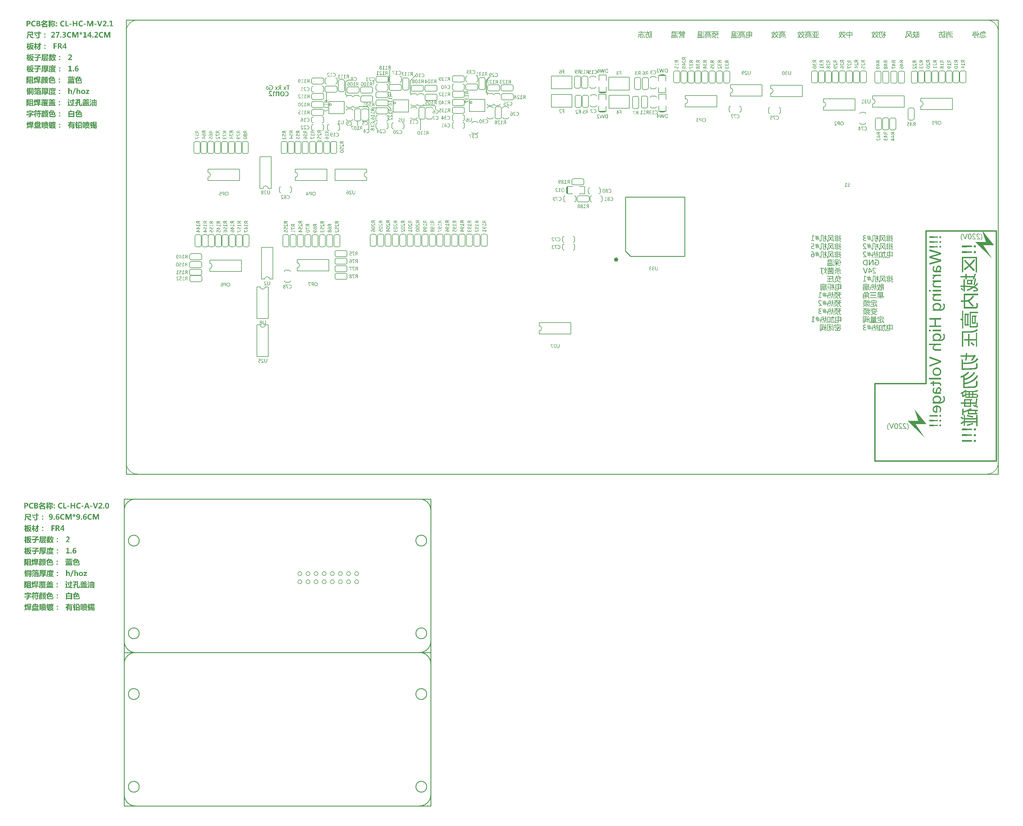
<source format=gbo>
%FSLAX24Y24*%
%MOIN*%
G70*
G01*
G75*
G04 Layer_Color=16776960*
%ADD10R,0.0500X0.0500*%
%ADD11C,0.0394*%
G04:AMPARAMS|DCode=12|XSize=40mil|YSize=50mil|CornerRadius=6mil|HoleSize=0mil|Usage=FLASHONLY|Rotation=0.000|XOffset=0mil|YOffset=0mil|HoleType=Round|Shape=RoundedRectangle|*
%AMROUNDEDRECTD12*
21,1,0.0400,0.0380,0,0,0.0*
21,1,0.0280,0.0500,0,0,0.0*
1,1,0.0120,0.0140,-0.0190*
1,1,0.0120,-0.0140,-0.0190*
1,1,0.0120,-0.0140,0.0190*
1,1,0.0120,0.0140,0.0190*
%
%ADD12ROUNDEDRECTD12*%
%ADD13R,0.0472X0.1339*%
%ADD14R,0.0472X0.1339*%
G04:AMPARAMS|DCode=15|XSize=40mil|YSize=50mil|CornerRadius=6mil|HoleSize=0mil|Usage=FLASHONLY|Rotation=270.000|XOffset=0mil|YOffset=0mil|HoleType=Round|Shape=RoundedRectangle|*
%AMROUNDEDRECTD15*
21,1,0.0400,0.0380,0,0,270.0*
21,1,0.0280,0.0500,0,0,270.0*
1,1,0.0120,-0.0190,-0.0140*
1,1,0.0120,-0.0190,0.0140*
1,1,0.0120,0.0190,0.0140*
1,1,0.0120,0.0190,-0.0140*
%
%ADD15ROUNDEDRECTD15*%
%ADD16R,0.0374X0.0354*%
%ADD17R,0.0374X0.0354*%
%ADD18O,0.1575X0.0984*%
G04:AMPARAMS|DCode=19|XSize=98.4mil|YSize=157.5mil|CornerRadius=0mil|HoleSize=0mil|Usage=FLASHONLY|Rotation=270.000|XOffset=0mil|YOffset=0mil|HoleType=Round|Shape=Octagon|*
%AMOCTAGOND19*
4,1,8,0.0787,0.0246,0.0787,-0.0246,0.0541,-0.0492,-0.0541,-0.0492,-0.0787,-0.0246,-0.0787,0.0246,-0.0541,0.0492,0.0541,0.0492,0.0787,0.0246,0.0*
%
%ADD19OCTAGOND19*%

%ADD20O,0.0800X0.0240*%
%ADD21O,0.0240X0.0800*%
%ADD22R,0.0984X0.0591*%
%ADD23R,0.0984X0.0591*%
%ADD24R,0.1339X0.0472*%
%ADD25R,0.1339X0.0472*%
%ADD26R,0.0700X0.1339*%
%ADD27R,0.1339X0.0700*%
%ADD28R,0.0354X0.0374*%
%ADD29R,0.0354X0.0374*%
%ADD30R,0.0500X0.0500*%
%ADD31R,0.0500X0.0600*%
%ADD32R,0.0600X0.0500*%
%ADD33R,0.0866X0.0866*%
%ADD34R,0.0787X0.0787*%
%ADD35R,0.0421X0.0984*%
%ADD36R,0.4252X0.4886*%
%ADD37R,0.0787X0.0276*%
%ADD38R,0.0787X0.1181*%
%ADD39O,0.0800X0.0300*%
%ADD40R,0.0800X0.0300*%
%ADD41R,0.1000X0.1000*%
%ADD42C,0.0400*%
%ADD43C,0.0100*%
%ADD44C,0.0200*%
%ADD45C,0.0300*%
%ADD46C,0.0150*%
%ADD47C,0.0250*%
%ADD48C,0.0500*%
%ADD49C,0.1181*%
%ADD50C,0.0120*%
%ADD51C,0.0180*%
%ADD52C,0.0350*%
%ADD53C,0.0320*%
%ADD54C,0.0600*%
%ADD55C,0.0050*%
%ADD56C,0.0060*%
%ADD57O,0.0400X0.0550*%
%ADD58C,0.1575*%
%ADD59C,0.0500*%
%ADD60R,0.0787X0.1575*%
%ADD61R,0.0650X0.0800*%
%ADD62C,0.1181*%
%ADD63O,0.1181X0.1000*%
%ADD64R,0.0591X0.0591*%
%ADD65C,0.0591*%
%ADD66C,0.0591*%
%ADD67R,0.0591X0.0591*%
%ADD68C,0.0787*%
%ADD69C,0.0600*%
%ADD70P,0.0649X8X202.5*%
%ADD71C,0.0433*%
%ADD72O,0.0400X0.0700*%
%ADD73R,0.0591X0.0591*%
%ADD74R,0.0394X0.0394*%
%ADD75O,0.0750X0.1181*%
%ADD76C,0.0787*%
%ADD77C,0.1000*%
G04:AMPARAMS|DCode=78|XSize=78.7mil|YSize=157.5mil|CornerRadius=19.7mil|HoleSize=0mil|Usage=FLASHONLY|Rotation=180.000|XOffset=0mil|YOffset=0mil|HoleType=Round|Shape=RoundedRectangle|*
%AMROUNDEDRECTD78*
21,1,0.0787,0.1181,0,0,180.0*
21,1,0.0394,0.1575,0,0,180.0*
1,1,0.0394,-0.0197,0.0591*
1,1,0.0394,0.0197,0.0591*
1,1,0.0394,0.0197,-0.0591*
1,1,0.0394,-0.0197,-0.0591*
%
%ADD78ROUNDEDRECTD78*%
G04:AMPARAMS|DCode=79|XSize=157.5mil|YSize=78.7mil|CornerRadius=19.7mil|HoleSize=0mil|Usage=FLASHONLY|Rotation=180.000|XOffset=0mil|YOffset=0mil|HoleType=Round|Shape=RoundedRectangle|*
%AMROUNDEDRECTD79*
21,1,0.1575,0.0394,0,0,180.0*
21,1,0.1181,0.0787,0,0,180.0*
1,1,0.0394,-0.0591,0.0197*
1,1,0.0394,0.0591,0.0197*
1,1,0.0394,0.0591,-0.0197*
1,1,0.0394,-0.0591,-0.0197*
%
%ADD79ROUNDEDRECTD79*%
%ADD80C,0.1161*%
%ADD81P,0.0835X4X180.0*%
%ADD82C,0.0650*%
%ADD83C,0.0630*%
%ADD84C,0.0550*%
%ADD85O,0.0500X0.0700*%
%ADD86R,0.0472X0.0472*%
%ADD87C,0.0472*%
%ADD88C,0.0250*%
%ADD89C,0.0200*%
%ADD90O,0.0300X0.0900*%
%ADD91R,0.0300X0.0900*%
%ADD92O,0.0300X0.0800*%
%ADD93R,0.0300X0.0800*%
%ADD94O,0.0095X0.0700*%
%ADD95O,0.0700X0.0095*%
%ADD96R,0.0700X0.0095*%
%ADD97C,0.0160*%
%ADD98C,0.0800*%
%ADD99C,0.0315*%
%ADD100C,0.0080*%
%ADD101C,0.0098*%
%ADD102C,0.0070*%
%ADD103C,0.0197*%
%ADD104C,0.0079*%
%ADD105C,0.0039*%
%ADD106C,0.0040*%
%ADD107C,0.0010*%
%ADD108C,0.0061*%
%ADD109C,0.0020*%
%ADD110R,0.0153X0.1575*%
%ADD111R,0.0153X0.1575*%
%ADD112R,0.0153X0.1575*%
%ADD113R,0.1575X0.0153*%
%ADD114R,0.0358X0.3629*%
%ADD115R,0.0358X0.3629*%
%ADD116R,0.0750X0.0250*%
%ADD117R,0.0250X0.0750*%
%ADD118R,0.1575X0.0153*%
%ADD119R,0.1575X0.0153*%
%ADD120R,0.0256X0.1329*%
%ADD121R,0.0211X0.0887*%
%ADD122R,0.0050X0.0887*%
%ADD123C,0.1200*%
%ADD124C,0.0866*%
%ADD125R,0.0580X0.0580*%
%ADD126C,0.0474*%
G04:AMPARAMS|DCode=127|XSize=48mil|YSize=58mil|CornerRadius=10mil|HoleSize=0mil|Usage=FLASHONLY|Rotation=0.000|XOffset=0mil|YOffset=0mil|HoleType=Round|Shape=RoundedRectangle|*
%AMROUNDEDRECTD127*
21,1,0.0480,0.0380,0,0,0.0*
21,1,0.0280,0.0580,0,0,0.0*
1,1,0.0200,0.0140,-0.0190*
1,1,0.0200,-0.0140,-0.0190*
1,1,0.0200,-0.0140,0.0190*
1,1,0.0200,0.0140,0.0190*
%
%ADD127ROUNDEDRECTD127*%
%ADD128R,0.0552X0.1419*%
%ADD129R,0.0552X0.1419*%
G04:AMPARAMS|DCode=130|XSize=48mil|YSize=58mil|CornerRadius=10mil|HoleSize=0mil|Usage=FLASHONLY|Rotation=270.000|XOffset=0mil|YOffset=0mil|HoleType=Round|Shape=RoundedRectangle|*
%AMROUNDEDRECTD130*
21,1,0.0480,0.0380,0,0,270.0*
21,1,0.0280,0.0580,0,0,270.0*
1,1,0.0200,-0.0190,-0.0140*
1,1,0.0200,-0.0190,0.0140*
1,1,0.0200,0.0190,0.0140*
1,1,0.0200,0.0190,-0.0140*
%
%ADD130ROUNDEDRECTD130*%
%ADD131R,0.0454X0.0434*%
%ADD132R,0.0454X0.0434*%
%ADD133O,0.1655X0.1064*%
G04:AMPARAMS|DCode=134|XSize=106.4mil|YSize=165.5mil|CornerRadius=0mil|HoleSize=0mil|Usage=FLASHONLY|Rotation=270.000|XOffset=0mil|YOffset=0mil|HoleType=Round|Shape=Octagon|*
%AMOCTAGOND134*
4,1,8,0.0827,0.0266,0.0827,-0.0266,0.0561,-0.0532,-0.0561,-0.0532,-0.0827,-0.0266,-0.0827,0.0266,-0.0561,0.0532,0.0561,0.0532,0.0827,0.0266,0.0*
%
%ADD134OCTAGOND134*%

%ADD135O,0.0880X0.0320*%
%ADD136O,0.0320X0.0880*%
%ADD137R,0.1064X0.0671*%
%ADD138R,0.1064X0.0671*%
%ADD139R,0.1419X0.0552*%
%ADD140R,0.1419X0.0552*%
%ADD141R,0.0780X0.1419*%
%ADD142R,0.1419X0.0780*%
%ADD143R,0.0434X0.0454*%
%ADD144R,0.0434X0.0454*%
%ADD145R,0.0580X0.0580*%
%ADD146R,0.0580X0.0680*%
%ADD147R,0.0680X0.0580*%
%ADD148R,0.0946X0.0946*%
%ADD149R,0.0867X0.0867*%
%ADD150R,0.0501X0.1064*%
%ADD151R,0.4332X0.4966*%
%ADD152R,0.0867X0.0356*%
%ADD153R,0.0867X0.1261*%
%ADD154O,0.0880X0.0380*%
%ADD155R,0.0880X0.0380*%
%ADD156R,0.1080X0.1080*%
%ADD157O,0.0480X0.0630*%
%ADD158C,0.1655*%
%ADD159C,0.0580*%
%ADD160R,0.0867X0.1655*%
%ADD161R,0.0730X0.0880*%
%ADD162C,0.1261*%
%ADD163O,0.1261X0.1080*%
%ADD164R,0.0671X0.0671*%
%ADD165C,0.0671*%
%ADD166C,0.0671*%
%ADD167R,0.0671X0.0671*%
%ADD168C,0.0867*%
%ADD169C,0.0680*%
%ADD170P,0.0736X8X202.5*%
%ADD171C,0.0513*%
%ADD172O,0.0480X0.0780*%
%ADD173R,0.0671X0.0671*%
%ADD174R,0.0474X0.0474*%
%ADD175O,0.0830X0.1261*%
%ADD176C,0.0867*%
%ADD177C,0.1080*%
G04:AMPARAMS|DCode=178|XSize=86.7mil|YSize=165.5mil|CornerRadius=23.7mil|HoleSize=0mil|Usage=FLASHONLY|Rotation=180.000|XOffset=0mil|YOffset=0mil|HoleType=Round|Shape=RoundedRectangle|*
%AMROUNDEDRECTD178*
21,1,0.0867,0.1181,0,0,180.0*
21,1,0.0394,0.1655,0,0,180.0*
1,1,0.0474,-0.0197,0.0591*
1,1,0.0474,0.0197,0.0591*
1,1,0.0474,0.0197,-0.0591*
1,1,0.0474,-0.0197,-0.0591*
%
%ADD178ROUNDEDRECTD178*%
G04:AMPARAMS|DCode=179|XSize=165.5mil|YSize=86.7mil|CornerRadius=23.7mil|HoleSize=0mil|Usage=FLASHONLY|Rotation=180.000|XOffset=0mil|YOffset=0mil|HoleType=Round|Shape=RoundedRectangle|*
%AMROUNDEDRECTD179*
21,1,0.1655,0.0394,0,0,180.0*
21,1,0.1181,0.0867,0,0,180.0*
1,1,0.0474,-0.0591,0.0197*
1,1,0.0474,0.0591,0.0197*
1,1,0.0474,0.0591,-0.0197*
1,1,0.0474,-0.0591,-0.0197*
%
%ADD179ROUNDEDRECTD179*%
%ADD180C,0.1241*%
%ADD181P,0.0948X4X180.0*%
%ADD182C,0.0730*%
%ADD183C,0.0710*%
%ADD184C,0.0630*%
%ADD185O,0.0580X0.0780*%
%ADD186R,0.0552X0.0552*%
%ADD187C,0.0552*%
%ADD188C,0.0330*%
%ADD189O,0.0380X0.0980*%
%ADD190R,0.0380X0.0980*%
%ADD191O,0.0380X0.0880*%
%ADD192R,0.0380X0.0880*%
%ADD193O,0.0175X0.0780*%
%ADD194O,0.0780X0.0175*%
%ADD195R,0.0780X0.0175*%
G36*
X40306Y145457D02*
X40255D01*
Y145666D01*
X40253D01*
X40152Y145562D01*
X40140Y145550D01*
X40129Y145539D01*
X40119Y145530D01*
X40109Y145521D01*
X40100Y145513D01*
X40091Y145506D01*
X40083Y145500D01*
X40076Y145494D01*
X40070Y145490D01*
X40064Y145485D01*
X40059Y145482D01*
X40055Y145479D01*
X40052Y145477D01*
X40049Y145476D01*
X40048Y145475D01*
X40048D01*
X40032Y145468D01*
X40017Y145462D01*
X40003Y145458D01*
X39990Y145455D01*
X39980Y145454D01*
X39972Y145452D01*
X39964D01*
X39954Y145453D01*
X39944Y145454D01*
X39926Y145458D01*
X39911Y145463D01*
X39898Y145470D01*
X39888Y145476D01*
X39881Y145482D01*
X39878Y145485D01*
X39876Y145487D01*
X39875Y145488D01*
Y145488D01*
X39869Y145495D01*
X39864Y145502D01*
X39855Y145519D01*
X39849Y145535D01*
X39845Y145550D01*
X39842Y145564D01*
X39841Y145570D01*
Y145575D01*
X39841Y145579D01*
Y145582D01*
Y145585D01*
Y145585D01*
X39841Y145599D01*
X39842Y145611D01*
X39844Y145624D01*
X39847Y145636D01*
X39850Y145647D01*
X39854Y145657D01*
X39858Y145667D01*
X39861Y145676D01*
X39866Y145684D01*
X39869Y145691D01*
X39873Y145697D01*
X39876Y145702D01*
X39879Y145707D01*
X39881Y145710D01*
X39882Y145711D01*
X39883Y145712D01*
X39941D01*
X39932Y145701D01*
X39924Y145691D01*
X39918Y145681D01*
X39911Y145670D01*
X39906Y145660D01*
X39902Y145650D01*
X39898Y145642D01*
X39896Y145633D01*
X39894Y145624D01*
X39892Y145617D01*
X39891Y145611D01*
X39890Y145605D01*
X39889Y145601D01*
Y145598D01*
Y145596D01*
Y145595D01*
X39890Y145580D01*
X39892Y145568D01*
X39896Y145556D01*
X39900Y145548D01*
X39903Y145541D01*
X39907Y145536D01*
X39909Y145533D01*
X39910Y145532D01*
X39918Y145525D01*
X39928Y145519D01*
X39938Y145515D01*
X39948Y145513D01*
X39957Y145511D01*
X39963Y145510D01*
X39970D01*
X39983Y145511D01*
X39994Y145513D01*
X40006Y145516D01*
X40016Y145519D01*
X40025Y145522D01*
X40031Y145525D01*
X40035Y145528D01*
X40036Y145528D01*
X40037D01*
X40043Y145532D01*
X40049Y145536D01*
X40063Y145548D01*
X40078Y145559D01*
X40092Y145572D01*
X40104Y145583D01*
X40109Y145588D01*
X40114Y145593D01*
X40118Y145596D01*
X40121Y145599D01*
X40122Y145601D01*
X40123Y145602D01*
X40256Y145735D01*
X40306D01*
Y145457D01*
D02*
G37*
G36*
Y145101D02*
X40255D01*
Y145311D01*
X40253D01*
X40152Y145206D01*
X40140Y145195D01*
X40129Y145184D01*
X40119Y145175D01*
X40109Y145166D01*
X40100Y145158D01*
X40091Y145151D01*
X40083Y145145D01*
X40076Y145139D01*
X40070Y145135D01*
X40064Y145130D01*
X40059Y145127D01*
X40055Y145124D01*
X40052Y145122D01*
X40049Y145121D01*
X40048Y145120D01*
X40048D01*
X40032Y145112D01*
X40017Y145106D01*
X40003Y145103D01*
X39990Y145100D01*
X39980Y145098D01*
X39972Y145097D01*
X39964D01*
X39954Y145098D01*
X39944Y145098D01*
X39926Y145103D01*
X39911Y145108D01*
X39898Y145115D01*
X39888Y145121D01*
X39881Y145127D01*
X39878Y145129D01*
X39876Y145132D01*
X39875Y145132D01*
Y145133D01*
X39869Y145140D01*
X39864Y145147D01*
X39855Y145163D01*
X39849Y145180D01*
X39845Y145195D01*
X39842Y145209D01*
X39841Y145215D01*
Y145220D01*
X39841Y145224D01*
Y145227D01*
Y145229D01*
Y145230D01*
X39841Y145243D01*
X39842Y145256D01*
X39844Y145269D01*
X39847Y145280D01*
X39850Y145291D01*
X39854Y145302D01*
X39858Y145311D01*
X39861Y145320D01*
X39866Y145328D01*
X39869Y145336D01*
X39873Y145342D01*
X39876Y145347D01*
X39879Y145351D01*
X39881Y145354D01*
X39882Y145356D01*
X39883Y145357D01*
X39941D01*
X39932Y145346D01*
X39924Y145336D01*
X39918Y145326D01*
X39911Y145315D01*
X39906Y145305D01*
X39902Y145295D01*
X39898Y145286D01*
X39896Y145277D01*
X39894Y145269D01*
X39892Y145262D01*
X39891Y145256D01*
X39890Y145250D01*
X39889Y145246D01*
Y145243D01*
Y145240D01*
Y145240D01*
X39890Y145225D01*
X39892Y145212D01*
X39896Y145201D01*
X39900Y145192D01*
X39903Y145186D01*
X39907Y145180D01*
X39909Y145178D01*
X39910Y145177D01*
X39918Y145169D01*
X39928Y145164D01*
X39938Y145160D01*
X39948Y145158D01*
X39957Y145156D01*
X39963Y145155D01*
X39970D01*
X39983Y145155D01*
X39994Y145158D01*
X40006Y145161D01*
X40016Y145163D01*
X40025Y145167D01*
X40031Y145170D01*
X40035Y145172D01*
X40036Y145173D01*
X40037D01*
X40043Y145177D01*
X40049Y145181D01*
X40063Y145192D01*
X40078Y145204D01*
X40092Y145217D01*
X40104Y145228D01*
X40109Y145233D01*
X40114Y145237D01*
X40118Y145241D01*
X40121Y145244D01*
X40122Y145246D01*
X40123Y145246D01*
X40256Y145380D01*
X40306D01*
Y145101D01*
D02*
G37*
G36*
Y146399D02*
X40114D01*
Y146356D01*
X40114Y146346D01*
X40116Y146338D01*
X40118Y146330D01*
X40120Y146324D01*
X40123Y146319D01*
X40125Y146314D01*
X40127Y146312D01*
X40128Y146311D01*
X40134Y146304D01*
X40141Y146296D01*
X40150Y146290D01*
X40159Y146283D01*
X40167Y146277D01*
X40174Y146273D01*
X40178Y146270D01*
X40179Y146269D01*
X40179D01*
X40306Y146193D01*
Y146123D01*
X40169Y146209D01*
X40157Y146216D01*
X40146Y146224D01*
X40137Y146230D01*
X40131Y146235D01*
X40125Y146239D01*
X40122Y146242D01*
X40120Y146244D01*
X40119Y146245D01*
X40109Y146255D01*
X40102Y146266D01*
X40100Y146271D01*
X40097Y146274D01*
X40096Y146276D01*
Y146277D01*
X40094D01*
X40088Y146259D01*
X40081Y146244D01*
X40072Y146230D01*
X40063Y146219D01*
X40053Y146208D01*
X40043Y146200D01*
X40032Y146194D01*
X40022Y146188D01*
X40012Y146184D01*
X40003Y146181D01*
X39994Y146179D01*
X39986Y146177D01*
X39980Y146177D01*
X39975Y146176D01*
X39971D01*
X39960Y146177D01*
X39950Y146177D01*
X39932Y146182D01*
X39917Y146188D01*
X39904Y146194D01*
X39895Y146202D01*
X39887Y146208D01*
X39883Y146212D01*
X39881Y146213D01*
Y146214D01*
X39875Y146221D01*
X39870Y146229D01*
X39863Y146246D01*
X39857Y146263D01*
X39852Y146280D01*
X39850Y146295D01*
X39849Y146302D01*
Y146307D01*
X39849Y146311D01*
Y146315D01*
Y146317D01*
Y146318D01*
Y146458D01*
X40306D01*
Y146399D01*
D02*
G37*
G36*
X39909Y145963D02*
X40256D01*
Y146066D01*
X40306D01*
Y145803D01*
X40256D01*
Y145906D01*
X39839D01*
X39886Y146068D01*
X39939D01*
X39909Y145963D01*
D02*
G37*
G36*
X54048Y150031D02*
X54060Y150031D01*
X54073Y150028D01*
X54085Y150025D01*
X54096Y150022D01*
X54106Y150019D01*
X54116Y150015D01*
X54125Y150011D01*
X54133Y150007D01*
X54140Y150003D01*
X54146Y149999D01*
X54151Y149996D01*
X54156Y149994D01*
X54159Y149991D01*
X54160Y149991D01*
X54161Y149990D01*
Y149931D01*
X54150Y149940D01*
X54140Y149948D01*
X54130Y149955D01*
X54119Y149962D01*
X54109Y149966D01*
X54099Y149971D01*
X54091Y149974D01*
X54082Y149976D01*
X54074Y149979D01*
X54066Y149980D01*
X54060Y149982D01*
X54054Y149982D01*
X54050Y149983D01*
X54044D01*
X54029Y149982D01*
X54017Y149980D01*
X54005Y149976D01*
X53997Y149973D01*
X53990Y149969D01*
X53985Y149965D01*
X53982Y149963D01*
X53981Y149962D01*
X53974Y149954D01*
X53968Y149945D01*
X53964Y149934D01*
X53962Y149925D01*
X53960Y149916D01*
X53959Y149909D01*
Y149906D01*
Y149904D01*
Y149903D01*
Y149902D01*
X53960Y149890D01*
X53962Y149878D01*
X53965Y149866D01*
X53968Y149857D01*
X53971Y149848D01*
X53974Y149842D01*
X53977Y149837D01*
X53977Y149837D01*
Y149836D01*
X53981Y149830D01*
X53985Y149823D01*
X53997Y149809D01*
X54008Y149794D01*
X54021Y149780D01*
X54032Y149769D01*
X54037Y149763D01*
X54042Y149758D01*
X54045Y149754D01*
X54048Y149752D01*
X54050Y149750D01*
X54051Y149749D01*
X54184Y149616D01*
Y149567D01*
X53906D01*
Y149618D01*
X54115D01*
Y149619D01*
X54011Y149720D01*
X53999Y149732D01*
X53988Y149743D01*
X53979Y149754D01*
X53970Y149763D01*
X53962Y149773D01*
X53955Y149781D01*
X53949Y149789D01*
X53943Y149797D01*
X53939Y149803D01*
X53934Y149809D01*
X53931Y149814D01*
X53928Y149817D01*
X53926Y149820D01*
X53925Y149823D01*
X53924Y149824D01*
Y149825D01*
X53917Y149840D01*
X53911Y149855D01*
X53907Y149869D01*
X53904Y149883D01*
X53903Y149893D01*
X53901Y149901D01*
Y149904D01*
Y149906D01*
Y149908D01*
Y149908D01*
X53902Y149919D01*
X53903Y149928D01*
X53907Y149946D01*
X53912Y149962D01*
X53919Y149974D01*
X53925Y149985D01*
X53931Y149992D01*
X53934Y149994D01*
X53936Y149996D01*
X53937Y149998D01*
X53937D01*
X53944Y150004D01*
X53951Y150009D01*
X53968Y150018D01*
X53984Y150024D01*
X53999Y150028D01*
X54013Y150031D01*
X54019Y150031D01*
X54024D01*
X54028Y150032D01*
X54034D01*
X54048Y150031D01*
D02*
G37*
G36*
X91103Y155842D02*
X90664D01*
Y155902D01*
X91103D01*
Y155842D01*
D02*
G37*
G36*
X53717Y150031D02*
X53737Y150028D01*
X53755Y150024D01*
X53770Y150019D01*
X53777Y150016D01*
X53783Y150014D01*
X53788Y150011D01*
X53792Y150010D01*
X53795Y150008D01*
X53797Y150007D01*
X53799Y150005D01*
X53800D01*
Y149951D01*
X53792Y149957D01*
X53783Y149962D01*
X53768Y149970D01*
X53752Y149976D01*
X53739Y149979D01*
X53727Y149982D01*
X53722Y149982D01*
X53718D01*
X53714Y149983D01*
X53709D01*
X53695Y149982D01*
X53681Y149980D01*
X53670Y149976D01*
X53661Y149971D01*
X53652Y149966D01*
X53646Y149959D01*
X53640Y149953D01*
X53635Y149946D01*
X53632Y149939D01*
X53629Y149932D01*
X53627Y149925D01*
X53627Y149920D01*
X53626Y149915D01*
X53625Y149911D01*
Y149909D01*
Y149908D01*
X53627Y149894D01*
X53629Y149881D01*
X53635Y149871D01*
X53642Y149861D01*
X53651Y149853D01*
X53660Y149846D01*
X53670Y149841D01*
X53680Y149837D01*
X53690Y149833D01*
X53701Y149831D01*
X53709Y149829D01*
X53718Y149828D01*
X53725Y149827D01*
X53731Y149826D01*
X53772D01*
Y149779D01*
X53734D01*
X53712Y149778D01*
X53692Y149775D01*
X53676Y149771D01*
X53661Y149766D01*
X53649Y149759D01*
X53639Y149752D01*
X53631Y149743D01*
X53624Y149735D01*
X53619Y149727D01*
X53615Y149719D01*
X53612Y149712D01*
X53611Y149705D01*
X53610Y149700D01*
X53609Y149695D01*
Y149692D01*
Y149692D01*
X53610Y149678D01*
X53613Y149666D01*
X53618Y149655D01*
X53623Y149646D01*
X53628Y149639D01*
X53632Y149634D01*
X53635Y149631D01*
X53637Y149629D01*
X53648Y149622D01*
X53660Y149616D01*
X53672Y149612D01*
X53684Y149609D01*
X53695Y149608D01*
X53703Y149607D01*
X53707Y149606D01*
X53712D01*
X53723Y149607D01*
X53733Y149608D01*
X53753Y149612D01*
X53771Y149618D01*
X53786Y149625D01*
X53794Y149628D01*
X53800Y149632D01*
X53805Y149635D01*
X53809Y149637D01*
X53813Y149640D01*
X53815Y149641D01*
X53817Y149642D01*
X53817Y149643D01*
Y149583D01*
X53801Y149575D01*
X53784Y149570D01*
X53767Y149565D01*
X53750Y149562D01*
X53735Y149561D01*
X53729Y149560D01*
X53723D01*
X53719Y149559D01*
X53713D01*
X53700Y149560D01*
X53686Y149561D01*
X53675Y149563D01*
X53664Y149565D01*
X53653Y149568D01*
X53643Y149571D01*
X53634Y149574D01*
X53626Y149578D01*
X53619Y149581D01*
X53612Y149584D01*
X53607Y149587D01*
X53603Y149590D01*
X53599Y149592D01*
X53597Y149595D01*
X53595Y149595D01*
X53595Y149596D01*
X53587Y149604D01*
X53580Y149611D01*
X53574Y149619D01*
X53569Y149628D01*
X53564Y149636D01*
X53561Y149644D01*
X53555Y149661D01*
X53553Y149675D01*
X53552Y149680D01*
X53551Y149686D01*
X53550Y149690D01*
Y149693D01*
Y149695D01*
Y149696D01*
X53552Y149712D01*
X53555Y149726D01*
X53559Y149739D01*
X53564Y149750D01*
X53570Y149758D01*
X53575Y149765D01*
X53578Y149769D01*
X53579Y149770D01*
X53590Y149780D01*
X53603Y149788D01*
X53616Y149794D01*
X53629Y149799D01*
X53640Y149802D01*
X53644Y149803D01*
X53649Y149803D01*
X53652Y149804D01*
X53655Y149805D01*
X53657D01*
Y149806D01*
X53641Y149812D01*
X53627Y149819D01*
X53615Y149826D01*
X53604Y149835D01*
X53595Y149845D01*
X53588Y149854D01*
X53582Y149864D01*
X53577Y149874D01*
X53573Y149883D01*
X53570Y149892D01*
X53569Y149900D01*
X53567Y149908D01*
X53567Y149914D01*
X53566Y149918D01*
Y149921D01*
Y149922D01*
X53567Y149931D01*
X53567Y149939D01*
X53571Y149955D01*
X53577Y149968D01*
X53584Y149979D01*
X53590Y149989D01*
X53595Y149996D01*
X53600Y149999D01*
X53601Y150001D01*
X53601D01*
X53615Y150011D01*
X53631Y150019D01*
X53647Y150025D01*
X53661Y150028D01*
X53675Y150031D01*
X53681Y150031D01*
X53686D01*
X53689Y150032D01*
X53695D01*
X53717Y150031D01*
D02*
G37*
G36*
X54517Y149986D02*
Y149934D01*
X54412Y149964D01*
Y149616D01*
X54515D01*
Y149567D01*
X54252D01*
Y149616D01*
X54355D01*
Y150033D01*
X54517Y149986D01*
D02*
G37*
G36*
X39721Y150658D02*
X39662D01*
Y150850D01*
X39619D01*
X39610Y150849D01*
X39601Y150848D01*
X39594Y150846D01*
X39587Y150843D01*
X39582Y150840D01*
X39578Y150838D01*
X39576Y150837D01*
X39575Y150836D01*
X39567Y150830D01*
X39560Y150823D01*
X39553Y150814D01*
X39547Y150805D01*
X39541Y150797D01*
X39536Y150790D01*
X39533Y150786D01*
X39533Y150785D01*
Y150784D01*
X39456Y150658D01*
X39387D01*
X39473Y150795D01*
X39480Y150807D01*
X39487Y150817D01*
X39493Y150826D01*
X39499Y150833D01*
X39502Y150838D01*
X39506Y150842D01*
X39507Y150844D01*
X39508Y150845D01*
X39519Y150854D01*
X39530Y150862D01*
X39534Y150864D01*
X39538Y150866D01*
X39540Y150868D01*
X39541D01*
Y150869D01*
X39523Y150875D01*
X39507Y150883D01*
X39493Y150891D01*
X39482Y150900D01*
X39472Y150911D01*
X39464Y150921D01*
X39457Y150931D01*
X39452Y150942D01*
X39448Y150951D01*
X39445Y150961D01*
X39442Y150970D01*
X39441Y150977D01*
X39440Y150984D01*
X39439Y150988D01*
Y150992D01*
Y150993D01*
X39440Y151003D01*
X39441Y151014D01*
X39445Y151031D01*
X39451Y151047D01*
X39458Y151059D01*
X39465Y151069D01*
X39471Y151076D01*
X39476Y151081D01*
X39476Y151082D01*
X39477D01*
X39485Y151088D01*
X39493Y151094D01*
X39510Y151101D01*
X39527Y151107D01*
X39544Y151111D01*
X39558Y151113D01*
X39565Y151114D01*
X39570D01*
X39575Y151115D01*
X39721D01*
Y150658D01*
D02*
G37*
G36*
X30072Y146770D02*
X30013D01*
Y146962D01*
X29970D01*
X29960Y146961D01*
X29952Y146960D01*
X29945Y146958D01*
X29938Y146956D01*
X29933Y146953D01*
X29929Y146950D01*
X29926Y146949D01*
X29926Y146948D01*
X29918Y146942D01*
X29911Y146935D01*
X29904Y146926D01*
X29897Y146917D01*
X29892Y146909D01*
X29887Y146902D01*
X29884Y146898D01*
X29883Y146897D01*
Y146896D01*
X29807Y146770D01*
X29738D01*
X29823Y146907D01*
X29831Y146919D01*
X29838Y146930D01*
X29844Y146939D01*
X29849Y146945D01*
X29853Y146950D01*
X29857Y146954D01*
X29858Y146956D01*
X29859Y146957D01*
X29869Y146967D01*
X29880Y146974D01*
X29885Y146976D01*
X29889Y146979D01*
X29891Y146980D01*
X29892D01*
Y146981D01*
X29874Y146987D01*
X29858Y146995D01*
X29844Y147004D01*
X29833Y147013D01*
X29823Y147023D01*
X29815Y147033D01*
X29808Y147044D01*
X29803Y147054D01*
X29798Y147064D01*
X29795Y147073D01*
X29793Y147082D01*
X29792Y147090D01*
X29791Y147096D01*
X29790Y147101D01*
Y147104D01*
Y147105D01*
X29791Y147115D01*
X29792Y147126D01*
X29796Y147144D01*
X29802Y147159D01*
X29809Y147172D01*
X29816Y147181D01*
X29822Y147189D01*
X29826Y147193D01*
X29827Y147195D01*
X29828D01*
X29835Y147200D01*
X29843Y147206D01*
X29860Y147213D01*
X29877Y147219D01*
X29894Y147223D01*
X29909Y147226D01*
X29916Y147226D01*
X29921D01*
X29926Y147227D01*
X30072D01*
Y146770D01*
D02*
G37*
G36*
X28856Y147235D02*
X28869Y147232D01*
X28881Y147229D01*
X28893Y147226D01*
X28903Y147220D01*
X28912Y147215D01*
X28921Y147209D01*
X28929Y147204D01*
X28935Y147198D01*
X28941Y147192D01*
X28947Y147187D01*
X28951Y147182D01*
X28954Y147178D01*
X28956Y147175D01*
X28958Y147173D01*
X28958Y147172D01*
X28965Y147160D01*
X28972Y147146D01*
X28977Y147132D01*
X28981Y147118D01*
X28989Y147087D01*
X28993Y147058D01*
X28995Y147044D01*
X28996Y147031D01*
X28997Y147019D01*
X28998Y147010D01*
X28998Y147001D01*
Y146995D01*
Y146991D01*
Y146990D01*
X28998Y146970D01*
X28997Y146950D01*
X28995Y146933D01*
X28992Y146916D01*
X28989Y146901D01*
X28986Y146887D01*
X28983Y146874D01*
X28979Y146863D01*
X28976Y146853D01*
X28972Y146845D01*
X28969Y146837D01*
X28967Y146831D01*
X28964Y146826D01*
X28962Y146823D01*
X28961Y146821D01*
X28961Y146820D01*
X28953Y146810D01*
X28945Y146801D01*
X28936Y146793D01*
X28927Y146787D01*
X28918Y146781D01*
X28910Y146776D01*
X28901Y146773D01*
X28892Y146770D01*
X28884Y146768D01*
X28876Y146765D01*
X28870Y146764D01*
X28864Y146763D01*
X28858D01*
X28855Y146762D01*
X28852D01*
X28838Y146763D01*
X28826Y146765D01*
X28814Y146768D01*
X28803Y146772D01*
X28793Y146776D01*
X28784Y146782D01*
X28775Y146787D01*
X28767Y146793D01*
X28761Y146799D01*
X28755Y146804D01*
X28750Y146809D01*
X28745Y146813D01*
X28742Y146817D01*
X28740Y146821D01*
X28739Y146822D01*
X28738Y146823D01*
X28730Y146835D01*
X28724Y146848D01*
X28719Y146862D01*
X28714Y146876D01*
X28707Y146906D01*
X28702Y146935D01*
X28700Y146948D01*
X28699Y146960D01*
X28698Y146971D01*
X28697Y146981D01*
X28696Y146989D01*
Y146995D01*
Y146998D01*
Y147000D01*
X28697Y147021D01*
X28698Y147041D01*
X28700Y147060D01*
X28702Y147078D01*
X28706Y147094D01*
X28710Y147109D01*
X28714Y147123D01*
X28719Y147136D01*
X28725Y147148D01*
X28730Y147159D01*
X28736Y147169D01*
X28742Y147178D01*
X28749Y147186D01*
X28756Y147193D01*
X28762Y147200D01*
X28769Y147206D01*
X28782Y147215D01*
X28796Y147223D01*
X28808Y147228D01*
X28819Y147232D01*
X28828Y147234D01*
X28836Y147235D01*
X28838Y147235D01*
X28841D01*
X28856Y147235D01*
D02*
G37*
G36*
X90847Y155768D02*
X90822Y155738D01*
X90798Y155711D01*
X90777Y155686D01*
X90759Y155664D01*
X90751Y155654D01*
X90745Y155645D01*
X90738Y155638D01*
X90734Y155632D01*
X90729Y155627D01*
X90726Y155624D01*
X90725Y155621D01*
X90724Y155620D01*
X90672Y155664D01*
X90699Y155695D01*
X90723Y155722D01*
X90745Y155746D01*
X90763Y155767D01*
X90779Y155783D01*
X90785Y155790D01*
X90791Y155796D01*
X90795Y155801D01*
X90798Y155804D01*
X90799Y155805D01*
X90800Y155806D01*
X90847Y155768D01*
D02*
G37*
G36*
X91855Y155638D02*
X91788D01*
Y155664D01*
X91355D01*
Y155637D01*
X91288D01*
Y155850D01*
X91855D01*
Y155638D01*
D02*
G37*
G36*
X38862Y151122D02*
X38875Y151122D01*
X38887Y151119D01*
X38899Y151116D01*
X38910Y151113D01*
X38921Y151110D01*
X38930Y151106D01*
X38939Y151102D01*
X38947Y151098D01*
X38955Y151094D01*
X38961Y151091D01*
X38966Y151088D01*
X38970Y151085D01*
X38973Y151082D01*
X38975Y151082D01*
X38975Y151081D01*
Y151022D01*
X38965Y151031D01*
X38955Y151039D01*
X38944Y151046D01*
X38934Y151053D01*
X38924Y151057D01*
X38914Y151062D01*
X38905Y151065D01*
X38896Y151068D01*
X38888Y151070D01*
X38881Y151071D01*
X38875Y151073D01*
X38869Y151074D01*
X38864Y151074D01*
X38858D01*
X38844Y151074D01*
X38831Y151071D01*
X38820Y151068D01*
X38811Y151064D01*
X38804Y151060D01*
X38799Y151056D01*
X38796Y151054D01*
X38796Y151054D01*
X38788Y151045D01*
X38783Y151036D01*
X38779Y151025D01*
X38776Y151016D01*
X38775Y151007D01*
X38773Y151000D01*
Y150997D01*
Y150995D01*
Y150994D01*
Y150994D01*
X38774Y150981D01*
X38776Y150969D01*
X38779Y150957D01*
X38782Y150948D01*
X38786Y150939D01*
X38789Y150933D01*
X38791Y150928D01*
X38792Y150928D01*
Y150927D01*
X38796Y150921D01*
X38800Y150914D01*
X38811Y150900D01*
X38823Y150886D01*
X38836Y150871D01*
X38847Y150860D01*
X38852Y150854D01*
X38856Y150849D01*
X38860Y150846D01*
X38863Y150843D01*
X38864Y150841D01*
X38865Y150840D01*
X38998Y150707D01*
Y150658D01*
X38720D01*
Y150709D01*
X38930D01*
Y150710D01*
X38825Y150812D01*
X38813Y150823D01*
X38803Y150835D01*
X38793Y150845D01*
X38784Y150854D01*
X38777Y150864D01*
X38770Y150872D01*
X38764Y150880D01*
X38758Y150888D01*
X38753Y150894D01*
X38749Y150900D01*
X38746Y150905D01*
X38743Y150908D01*
X38741Y150911D01*
X38739Y150914D01*
X38739Y150915D01*
Y150916D01*
X38731Y150931D01*
X38725Y150946D01*
X38722Y150960D01*
X38719Y150974D01*
X38717Y150984D01*
X38716Y150992D01*
Y150995D01*
Y150997D01*
Y150999D01*
Y151000D01*
X38716Y151010D01*
X38717Y151019D01*
X38722Y151037D01*
X38727Y151053D01*
X38733Y151065D01*
X38740Y151076D01*
X38746Y151083D01*
X38748Y151085D01*
X38750Y151088D01*
X38751Y151089D01*
X38752D01*
X38759Y151095D01*
X38766Y151100D01*
X38782Y151109D01*
X38799Y151115D01*
X38813Y151119D01*
X38827Y151122D01*
X38833Y151122D01*
X38838D01*
X38843Y151123D01*
X38849D01*
X38862Y151122D01*
D02*
G37*
G36*
X90563Y156011D02*
X90572Y155977D01*
X90582Y155944D01*
X90592Y155912D01*
X90603Y155883D01*
X90615Y155855D01*
X90625Y155829D01*
X90638Y155806D01*
X90648Y155784D01*
X90658Y155766D01*
X90667Y155749D01*
X90676Y155736D01*
X90682Y155725D01*
X90688Y155718D01*
X90691Y155713D01*
X90692Y155711D01*
X90675Y155690D01*
X90667Y155680D01*
X90660Y155672D01*
X90656Y155665D01*
X90652Y155660D01*
X90650Y155656D01*
X90648Y155655D01*
X90631Y155680D01*
X90623Y155691D01*
X90617Y155702D01*
X90611Y155711D01*
X90607Y155718D01*
X90605Y155723D01*
X90604Y155724D01*
X90599Y155692D01*
X90594Y155662D01*
X90587Y155632D01*
X90581Y155605D01*
X90573Y155578D01*
X90564Y155553D01*
X90557Y155530D01*
X90549Y155509D01*
X90541Y155489D01*
X90534Y155472D01*
X90527Y155457D01*
X90522Y155444D01*
X90516Y155435D01*
X90513Y155427D01*
X90511Y155423D01*
X90510Y155421D01*
X90525Y155403D01*
X90540Y155384D01*
X90574Y155349D01*
X90609Y155316D01*
X90625Y155302D01*
X90642Y155289D01*
X90657Y155277D01*
X90671Y155266D01*
X90683Y155256D01*
X90694Y155249D01*
X90704Y155242D01*
X90711Y155238D01*
X90715Y155235D01*
X90716Y155233D01*
X90705Y155223D01*
X90695Y155213D01*
X90687Y155203D01*
X90680Y155195D01*
X90675Y155189D01*
X90670Y155183D01*
X90668Y155180D01*
X90667Y155179D01*
X90624Y155209D01*
X90605Y155225D01*
X90585Y155240D01*
X90568Y155255D01*
X90551Y155269D01*
X90536Y155284D01*
X90523Y155297D01*
X90510Y155309D01*
X90499Y155321D01*
X90489Y155331D01*
X90481Y155339D01*
X90476Y155346D01*
X90470Y155351D01*
X90468Y155355D01*
X90467Y155356D01*
X90437Y155321D01*
X90407Y155289D01*
X90376Y155260D01*
X90361Y155247D01*
X90347Y155235D01*
X90334Y155224D01*
X90322Y155214D01*
X90311Y155205D01*
X90301Y155198D01*
X90293Y155193D01*
X90287Y155189D01*
X90283Y155186D01*
X90282Y155185D01*
X90267Y155209D01*
X90259Y155220D01*
X90252Y155231D01*
X90245Y155240D01*
X90240Y155248D01*
X90236Y155252D01*
X90235Y155254D01*
X90276Y155280D01*
X90294Y155294D01*
X90313Y155308D01*
X90329Y155322D01*
X90345Y155335D01*
X90359Y155348D01*
X90371Y155361D01*
X90383Y155373D01*
X90393Y155384D01*
X90401Y155394D01*
X90409Y155403D01*
X90415Y155409D01*
X90419Y155415D01*
X90421Y155418D01*
X90422Y155419D01*
X90407Y155448D01*
X90393Y155477D01*
X90380Y155509D01*
X90369Y155542D01*
X90359Y155576D01*
X90349Y155608D01*
X90341Y155641D01*
X90335Y155673D01*
X90329Y155702D01*
X90324Y155730D01*
X90319Y155755D01*
X90317Y155776D01*
X90315Y155785D01*
Y155794D01*
X90314Y155801D01*
X90313Y155807D01*
Y155812D01*
X90312Y155815D01*
Y155817D01*
Y155818D01*
X90252D01*
Y155877D01*
X90533D01*
X90523Y155906D01*
X90514Y155933D01*
X90506Y155960D01*
X90500Y155984D01*
X90498Y155995D01*
X90494Y156005D01*
X90492Y156014D01*
X90491Y156021D01*
X90490Y156027D01*
X90489Y156032D01*
X90488Y156035D01*
Y156036D01*
X90557Y156047D01*
X90563Y156011D01*
D02*
G37*
G36*
X39332Y151077D02*
Y151025D01*
X39226Y151055D01*
Y150707D01*
X39329D01*
Y150658D01*
X39066D01*
Y150707D01*
X39169D01*
Y151125D01*
X39332Y151077D01*
D02*
G37*
G36*
X38622D02*
Y151025D01*
X38516Y151055D01*
Y150707D01*
X38619D01*
Y150658D01*
X38356D01*
Y150707D01*
X38459D01*
Y151125D01*
X38622Y151077D01*
D02*
G37*
G36*
X52232Y149973D02*
X52004D01*
X52174Y149567D01*
X52114D01*
X51935Y150004D01*
Y150024D01*
X52232D01*
Y149973D01*
D02*
G37*
G36*
X53917Y144994D02*
Y144942D01*
X53812Y144972D01*
Y144624D01*
X53915D01*
Y144574D01*
X53652D01*
Y144624D01*
X53755D01*
Y145041D01*
X53917Y144994D01*
D02*
G37*
G36*
X104292Y155686D02*
Y155655D01*
X104293Y155625D01*
X104294Y155598D01*
X104295Y155573D01*
X104296Y155549D01*
X104297Y155528D01*
X104299Y155508D01*
X104301Y155491D01*
X104303Y155475D01*
X104305Y155462D01*
X104306Y155450D01*
X104307Y155442D01*
X104308Y155434D01*
X104309Y155430D01*
X104310Y155426D01*
Y155425D01*
X104319Y155390D01*
X104329Y155359D01*
X104341Y155329D01*
X104346Y155316D01*
X104352Y155304D01*
X104357Y155293D01*
X104363Y155283D01*
X104367Y155274D01*
X104372Y155267D01*
X104375Y155261D01*
X104377Y155257D01*
X104378Y155255D01*
X104379Y155254D01*
X104372Y155245D01*
X104364Y155236D01*
X104346Y155215D01*
X104339Y155207D01*
X104332Y155199D01*
X104328Y155195D01*
X104327Y155192D01*
X104305Y155228D01*
X104286Y155263D01*
X104272Y155297D01*
X104266Y155313D01*
X104260Y155328D01*
X104256Y155341D01*
X104251Y155353D01*
X104248Y155364D01*
X104246Y155374D01*
X104244Y155381D01*
X104243Y155387D01*
X104242Y155390D01*
Y155391D01*
X104238Y155411D01*
X104235Y155433D01*
X104232Y155456D01*
X104230Y155481D01*
X104226Y155530D01*
X104224Y155554D01*
X104223Y155578D01*
Y155601D01*
X104222Y155622D01*
Y155641D01*
X104221Y155657D01*
Y155671D01*
Y155681D01*
Y155688D01*
Y155690D01*
Y155935D01*
X103717D01*
Y155521D01*
Y155487D01*
X103716Y155456D01*
X103714Y155427D01*
X103713Y155401D01*
X103710Y155378D01*
X103707Y155359D01*
X103705Y155340D01*
X103702Y155325D01*
X103699Y155312D01*
X103697Y155299D01*
X103694Y155291D01*
X103692Y155283D01*
X103690Y155278D01*
X103688Y155274D01*
X103687Y155272D01*
Y155271D01*
X103681Y155259D01*
X103674Y155249D01*
X103668Y155240D01*
X103661Y155233D01*
X103655Y155227D01*
X103648Y155222D01*
X103635Y155214D01*
X103624Y155209D01*
X103614Y155207D01*
X103609Y155205D01*
X103607D01*
X103594Y155207D01*
X103585Y155209D01*
X103575Y155213D01*
X103566Y155219D01*
X103552Y155233D01*
X103541Y155249D01*
X103534Y155265D01*
X103529Y155279D01*
X103528Y155284D01*
X103527Y155289D01*
X103526Y155291D01*
Y155292D01*
X103522Y155314D01*
X103519Y155338D01*
X103516Y155362D01*
X103512Y155386D01*
X103510Y155407D01*
X103509Y155415D01*
X103508Y155423D01*
Y155430D01*
X103507Y155434D01*
Y155437D01*
Y155438D01*
X103517Y155442D01*
X103529Y155445D01*
X103540Y155449D01*
X103550Y155453D01*
X103560Y155456D01*
X103567Y155459D01*
X103572Y155460D01*
X103574Y155461D01*
X103575Y155443D01*
X103576Y155426D01*
Y155410D01*
X103577Y155396D01*
X103578Y155383D01*
X103579Y155371D01*
X103580Y155360D01*
X103581Y155350D01*
X103582Y155341D01*
X103584Y155333D01*
Y155328D01*
X103585Y155322D01*
Y155319D01*
X103586Y155316D01*
Y155315D01*
Y155314D01*
X103588Y155304D01*
X103590Y155296D01*
X103593Y155292D01*
X103597Y155287D01*
X103600Y155285D01*
X103602Y155284D01*
X103604D01*
X103609Y155285D01*
X103613Y155287D01*
X103620Y155295D01*
X103625Y155302D01*
X103626Y155304D01*
Y155305D01*
X103629Y155317D01*
X103633Y155331D01*
X103635Y155348D01*
X103637Y155364D01*
X103641Y155400D01*
X103644Y155436D01*
Y155454D01*
X103645Y155470D01*
Y155484D01*
X103646Y155497D01*
Y155507D01*
Y155516D01*
Y155520D01*
Y155522D01*
Y155999D01*
X104292D01*
Y155686D01*
D02*
G37*
G36*
X53307Y149567D02*
X53248D01*
Y149759D01*
X53205D01*
X53195Y149758D01*
X53187Y149757D01*
X53179Y149754D01*
X53173Y149752D01*
X53168Y149749D01*
X53163Y149747D01*
X53161Y149746D01*
X53160Y149745D01*
X53153Y149739D01*
X53145Y149732D01*
X53139Y149723D01*
X53132Y149714D01*
X53126Y149706D01*
X53122Y149699D01*
X53119Y149695D01*
X53118Y149694D01*
Y149693D01*
X53042Y149567D01*
X52972D01*
X53058Y149703D01*
X53066Y149716D01*
X53073Y149726D01*
X53079Y149735D01*
X53084Y149742D01*
X53088Y149747D01*
X53091Y149751D01*
X53093Y149753D01*
X53094Y149754D01*
X53104Y149763D01*
X53115Y149771D01*
X53120Y149773D01*
X53123Y149775D01*
X53125Y149777D01*
X53126D01*
Y149778D01*
X53108Y149784D01*
X53093Y149791D01*
X53079Y149800D01*
X53068Y149809D01*
X53057Y149820D01*
X53049Y149830D01*
X53043Y149840D01*
X53037Y149851D01*
X53033Y149860D01*
X53030Y149870D01*
X53028Y149879D01*
X53026Y149886D01*
X53026Y149893D01*
X53025Y149897D01*
Y149901D01*
Y149902D01*
X53026Y149912D01*
X53026Y149922D01*
X53031Y149940D01*
X53037Y149956D01*
X53043Y149968D01*
X53051Y149978D01*
X53057Y149985D01*
X53061Y149990D01*
X53062Y149991D01*
X53063D01*
X53070Y149997D01*
X53078Y150002D01*
X53095Y150010D01*
X53112Y150016D01*
X53129Y150020D01*
X53144Y150022D01*
X53151Y150023D01*
X53156D01*
X53160Y150024D01*
X53307D01*
Y149567D01*
D02*
G37*
G36*
X105171Y156002D02*
X105179Y155975D01*
X105189Y155950D01*
X105199Y155926D01*
X105209Y155903D01*
X105218Y155882D01*
X105227Y155862D01*
X105236Y155844D01*
X105244Y155829D01*
X105251Y155814D01*
X105258Y155803D01*
X105262Y155794D01*
X105267Y155787D01*
X105269Y155783D01*
X105270Y155781D01*
X105258Y155776D01*
X105246Y155772D01*
X105236Y155767D01*
X105227Y155763D01*
X105220Y155759D01*
X105214Y155755D01*
X105211Y155754D01*
X105210Y155753D01*
X105198Y155775D01*
X105187Y155798D01*
X105177Y155819D01*
X105168Y155838D01*
X105161Y155856D01*
X105157Y155863D01*
X105154Y155869D01*
X105153Y155874D01*
X105151Y155878D01*
X105150Y155880D01*
Y155881D01*
X105085D01*
Y155708D01*
X105270D01*
Y155648D01*
X105085D01*
Y155355D01*
X105166Y155352D01*
Y155579D01*
X105227D01*
Y155293D01*
X104941Y155302D01*
Y155267D01*
X104882D01*
X104891Y155260D01*
X104898Y155255D01*
X104904Y155250D01*
X104905Y155249D01*
X104906D01*
X104887Y155227D01*
X104879Y155218D01*
X104872Y155209D01*
X104867Y155201D01*
X104862Y155196D01*
X104860Y155191D01*
X104859Y155190D01*
X104833Y155214D01*
X104810Y155238D01*
X104789Y155265D01*
X104769Y155290D01*
X104752Y155316D01*
X104738Y155341D01*
X104724Y155365D01*
X104713Y155388D01*
X104703Y155410D01*
X104694Y155431D01*
X104687Y155448D01*
X104682Y155463D01*
X104678Y155477D01*
X104675Y155486D01*
X104673Y155492D01*
Y155494D01*
X104661Y155460D01*
X104647Y155427D01*
X104632Y155398D01*
X104614Y155369D01*
X104597Y155343D01*
X104578Y155319D01*
X104561Y155297D01*
X104542Y155278D01*
X104525Y155260D01*
X104508Y155245D01*
X104494Y155232D01*
X104481Y155222D01*
X104470Y155213D01*
X104461Y155207D01*
X104457Y155203D01*
X104455Y155202D01*
X104434Y155227D01*
X104424Y155238D01*
X104415Y155249D01*
X104408Y155258D01*
X104401Y155265D01*
X104397Y155269D01*
X104396Y155270D01*
X104427Y155285D01*
X104457Y155304D01*
X104483Y155325D01*
X104508Y155348D01*
X104530Y155372D01*
X104550Y155396D01*
X104567Y155421D01*
X104583Y155446D01*
X104596Y155469D01*
X104607Y155492D01*
X104616Y155512D01*
X104623Y155529D01*
X104630Y155544D01*
X104633Y155555D01*
X104634Y155560D01*
X104635Y155563D01*
X104636Y155564D01*
Y155565D01*
X104401D01*
Y155626D01*
X104463D01*
Y155896D01*
X104642D01*
Y155924D01*
Y155950D01*
Y155976D01*
Y156000D01*
Y156011D01*
Y156021D01*
Y156030D01*
Y156037D01*
Y156043D01*
Y156048D01*
Y156050D01*
Y156051D01*
X104706D01*
Y156021D01*
Y155991D01*
Y155965D01*
Y155942D01*
Y155932D01*
Y155922D01*
Y155915D01*
Y155908D01*
Y155903D01*
Y155900D01*
Y155897D01*
Y155896D01*
X104838D01*
Y155835D01*
X104707D01*
Y155809D01*
Y155785D01*
X104708Y155762D01*
Y155742D01*
X104709Y155722D01*
Y155706D01*
Y155691D01*
X104710Y155677D01*
Y155665D01*
X104712Y155655D01*
Y155646D01*
Y155638D01*
X104713Y155633D01*
Y155630D01*
Y155627D01*
Y155626D01*
X104857D01*
Y155565D01*
X104720D01*
X104728Y155530D01*
X104737Y155496D01*
X104748Y155466D01*
X104760Y155437D01*
X104773Y155410D01*
X104786Y155386D01*
X104800Y155364D01*
X104813Y155344D01*
X104826Y155327D01*
X104838Y155312D01*
X104850Y155298D01*
X104860Y155287D01*
X104868Y155280D01*
X104874Y155273D01*
X104879Y155270D01*
X104880Y155269D01*
Y155579D01*
X104941D01*
Y155360D01*
X105023Y155357D01*
Y155648D01*
X104849D01*
Y155708D01*
X105023D01*
Y155881D01*
X104877D01*
Y155940D01*
X105126D01*
X105113Y155976D01*
X105107Y155992D01*
X105102Y156009D01*
X105098Y156022D01*
X105095Y156032D01*
X105093Y156038D01*
X105092Y156039D01*
Y156041D01*
X105154Y156058D01*
X105171Y156002D01*
D02*
G37*
G36*
X54307Y144574D02*
X54248D01*
Y144767D01*
X54205D01*
X54195Y144766D01*
X54187Y144765D01*
X54179Y144762D01*
X54173Y144760D01*
X54168Y144757D01*
X54163Y144755D01*
X54161Y144754D01*
X54160Y144753D01*
X54153Y144747D01*
X54145Y144739D01*
X54139Y144731D01*
X54132Y144722D01*
X54126Y144714D01*
X54122Y144707D01*
X54119Y144702D01*
X54118Y144702D01*
Y144701D01*
X54042Y144574D01*
X53972D01*
X54058Y144711D01*
X54065Y144724D01*
X54073Y144734D01*
X54079Y144743D01*
X54084Y144750D01*
X54088Y144755D01*
X54091Y144759D01*
X54093Y144761D01*
X54094Y144762D01*
X54104Y144771D01*
X54115Y144779D01*
X54120Y144781D01*
X54123Y144783D01*
X54125Y144785D01*
X54126D01*
Y144786D01*
X54108Y144792D01*
X54093Y144799D01*
X54079Y144808D01*
X54068Y144817D01*
X54057Y144828D01*
X54049Y144838D01*
X54043Y144848D01*
X54037Y144859D01*
X54033Y144868D01*
X54030Y144878D01*
X54028Y144887D01*
X54026Y144894D01*
X54026Y144901D01*
X54025Y144905D01*
Y144909D01*
Y144910D01*
X54026Y144920D01*
X54026Y144930D01*
X54031Y144948D01*
X54037Y144964D01*
X54043Y144976D01*
X54051Y144986D01*
X54057Y144993D01*
X54061Y144998D01*
X54062Y144999D01*
X54063D01*
X54070Y145005D01*
X54078Y145010D01*
X54095Y145018D01*
X54112Y145024D01*
X54129Y145028D01*
X54144Y145030D01*
X54151Y145031D01*
X54156D01*
X54160Y145032D01*
X54307D01*
Y144574D01*
D02*
G37*
G36*
X53448Y145039D02*
X53460Y145038D01*
X53473Y145036D01*
X53485Y145033D01*
X53496Y145030D01*
X53506Y145027D01*
X53516Y145023D01*
X53525Y145019D01*
X53533Y145015D01*
X53540Y145011D01*
X53546Y145007D01*
X53551Y145004D01*
X53556Y145001D01*
X53559Y144999D01*
X53560Y144998D01*
X53561Y144998D01*
Y144939D01*
X53550Y144948D01*
X53540Y144956D01*
X53530Y144963D01*
X53519Y144970D01*
X53509Y144974D01*
X53499Y144979D01*
X53491Y144982D01*
X53482Y144984D01*
X53474Y144987D01*
X53466Y144988D01*
X53460Y144990D01*
X53454Y144990D01*
X53450Y144991D01*
X53444D01*
X53429Y144990D01*
X53417Y144988D01*
X53405Y144984D01*
X53397Y144981D01*
X53390Y144977D01*
X53385Y144973D01*
X53382Y144971D01*
X53381Y144970D01*
X53374Y144962D01*
X53368Y144953D01*
X53364Y144942D01*
X53362Y144933D01*
X53360Y144924D01*
X53359Y144917D01*
Y144914D01*
Y144912D01*
Y144911D01*
Y144910D01*
X53360Y144898D01*
X53362Y144886D01*
X53365Y144874D01*
X53368Y144865D01*
X53371Y144856D01*
X53374Y144850D01*
X53377Y144845D01*
X53377Y144845D01*
Y144844D01*
X53381Y144838D01*
X53385Y144831D01*
X53397Y144817D01*
X53408Y144802D01*
X53421Y144788D01*
X53432Y144776D01*
X53437Y144771D01*
X53442Y144766D01*
X53445Y144762D01*
X53448Y144759D01*
X53450Y144758D01*
X53451Y144757D01*
X53584Y144624D01*
Y144574D01*
X53306D01*
Y144626D01*
X53515D01*
Y144627D01*
X53411Y144728D01*
X53399Y144740D01*
X53388Y144751D01*
X53379Y144762D01*
X53370Y144771D01*
X53362Y144781D01*
X53355Y144789D01*
X53349Y144797D01*
X53343Y144805D01*
X53339Y144811D01*
X53334Y144816D01*
X53331Y144822D01*
X53328Y144825D01*
X53326Y144828D01*
X53325Y144831D01*
X53324Y144832D01*
Y144833D01*
X53317Y144848D01*
X53311Y144863D01*
X53307Y144877D01*
X53304Y144890D01*
X53303Y144901D01*
X53301Y144909D01*
Y144912D01*
Y144914D01*
Y144916D01*
Y144916D01*
X53302Y144927D01*
X53303Y144936D01*
X53307Y144954D01*
X53312Y144970D01*
X53319Y144982D01*
X53326Y144993D01*
X53331Y145000D01*
X53334Y145002D01*
X53336Y145004D01*
X53337Y145006D01*
X53337D01*
X53344Y145012D01*
X53351Y145017D01*
X53368Y145026D01*
X53384Y145032D01*
X53399Y145035D01*
X53413Y145038D01*
X53419Y145039D01*
X53424D01*
X53428Y145040D01*
X53434D01*
X53448Y145039D01*
D02*
G37*
G36*
X103862Y155847D02*
X103884Y155806D01*
X103895Y155786D01*
X103906Y155767D01*
X103916Y155750D01*
X103925Y155733D01*
X103933Y155718D01*
X103941Y155705D01*
X103948Y155693D01*
X103954Y155683D01*
X103958Y155675D01*
X103962Y155669D01*
X103964Y155666D01*
X103965Y155665D01*
X103993Y155705D01*
X104020Y155743D01*
X104045Y155778D01*
X104057Y155795D01*
X104067Y155810D01*
X104076Y155824D01*
X104085Y155836D01*
X104094Y155847D01*
X104101Y155856D01*
X104105Y155863D01*
X104109Y155869D01*
X104111Y155872D01*
X104113Y155873D01*
X104167Y155833D01*
X104139Y155792D01*
X104109Y155752D01*
X104082Y155713D01*
X104070Y155695D01*
X104058Y155678D01*
X104047Y155661D01*
X104036Y155647D01*
X104027Y155634D01*
X104020Y155623D01*
X104014Y155613D01*
X104009Y155607D01*
X104007Y155602D01*
X104005Y155601D01*
X104040Y155549D01*
X104075Y155498D01*
X104093Y155474D01*
X104109Y155453D01*
X104125Y155432D01*
X104140Y155412D01*
X104153Y155395D01*
X104166Y155378D01*
X104177Y155364D01*
X104186Y155352D01*
X104193Y155343D01*
X104200Y155336D01*
X104203Y155331D01*
X104204Y155330D01*
X104192Y155322D01*
X104180Y155315D01*
X104170Y155307D01*
X104163Y155302D01*
X104156Y155296D01*
X104152Y155292D01*
X104149Y155290D01*
X104148Y155289D01*
X104111Y155333D01*
X104078Y155378D01*
X104046Y155421D01*
X104032Y155440D01*
X104019Y155459D01*
X104007Y155475D01*
X103996Y155492D01*
X103987Y155505D01*
X103979Y155517D01*
X103973Y155526D01*
X103967Y155533D01*
X103965Y155538D01*
X103964Y155539D01*
X103935Y155496D01*
X103908Y155455D01*
X103881Y155415D01*
X103869Y155397D01*
X103858Y155379D01*
X103847Y155363D01*
X103837Y155348D01*
X103828Y155336D01*
X103822Y155324D01*
X103815Y155315D01*
X103811Y155308D01*
X103809Y155304D01*
X103808Y155303D01*
X103747Y155343D01*
X103780Y155393D01*
X103813Y155442D01*
X103827Y155465D01*
X103843Y155486D01*
X103856Y155506D01*
X103869Y155525D01*
X103880Y155542D01*
X103891Y155557D01*
X103899Y155572D01*
X103907Y155583D01*
X103914Y155592D01*
X103918Y155599D01*
X103921Y155603D01*
X103922Y155604D01*
X103894Y155651D01*
X103868Y155697D01*
X103844Y155740D01*
X103833Y155761D01*
X103822Y155779D01*
X103813Y155797D01*
X103804Y155813D01*
X103798Y155826D01*
X103791Y155838D01*
X103787Y155848D01*
X103784Y155856D01*
X103781Y155860D01*
X103780Y155861D01*
X103839Y155891D01*
X103862Y155847D01*
D02*
G37*
G36*
X52448Y150031D02*
X52460Y150031D01*
X52473Y150028D01*
X52485Y150025D01*
X52496Y150022D01*
X52506Y150019D01*
X52516Y150015D01*
X52525Y150011D01*
X52533Y150007D01*
X52540Y150003D01*
X52546Y149999D01*
X52551Y149996D01*
X52556Y149994D01*
X52559Y149991D01*
X52560Y149991D01*
X52561Y149990D01*
Y149931D01*
X52550Y149940D01*
X52540Y149948D01*
X52530Y149955D01*
X52519Y149962D01*
X52509Y149966D01*
X52499Y149971D01*
X52491Y149974D01*
X52482Y149976D01*
X52474Y149979D01*
X52466Y149980D01*
X52460Y149982D01*
X52454Y149982D01*
X52450Y149983D01*
X52444D01*
X52429Y149982D01*
X52417Y149980D01*
X52405Y149976D01*
X52397Y149973D01*
X52390Y149969D01*
X52385Y149965D01*
X52382Y149963D01*
X52381Y149962D01*
X52374Y149954D01*
X52368Y149945D01*
X52364Y149934D01*
X52362Y149925D01*
X52360Y149916D01*
X52359Y149909D01*
Y149906D01*
Y149904D01*
Y149903D01*
Y149902D01*
X52360Y149890D01*
X52362Y149878D01*
X52365Y149866D01*
X52368Y149857D01*
X52371Y149848D01*
X52374Y149842D01*
X52377Y149837D01*
X52377Y149837D01*
Y149836D01*
X52381Y149830D01*
X52385Y149823D01*
X52397Y149809D01*
X52408Y149794D01*
X52421Y149780D01*
X52432Y149769D01*
X52437Y149763D01*
X52442Y149758D01*
X52445Y149754D01*
X52448Y149752D01*
X52450Y149750D01*
X52451Y149749D01*
X52584Y149616D01*
Y149567D01*
X52306D01*
Y149618D01*
X52515D01*
Y149619D01*
X52411Y149720D01*
X52399Y149732D01*
X52388Y149743D01*
X52379Y149754D01*
X52370Y149763D01*
X52362Y149773D01*
X52355Y149781D01*
X52349Y149789D01*
X52343Y149797D01*
X52339Y149803D01*
X52334Y149809D01*
X52331Y149814D01*
X52328Y149817D01*
X52326Y149820D01*
X52325Y149823D01*
X52324Y149824D01*
Y149825D01*
X52317Y149840D01*
X52311Y149855D01*
X52307Y149869D01*
X52304Y149883D01*
X52303Y149893D01*
X52301Y149901D01*
Y149904D01*
Y149906D01*
Y149908D01*
Y149908D01*
X52302Y149919D01*
X52303Y149928D01*
X52307Y149946D01*
X52312Y149962D01*
X52319Y149974D01*
X52326Y149985D01*
X52331Y149992D01*
X52334Y149994D01*
X52336Y149996D01*
X52337Y149998D01*
X52337D01*
X52344Y150004D01*
X52351Y150009D01*
X52368Y150018D01*
X52384Y150024D01*
X52399Y150028D01*
X52413Y150031D01*
X52419Y150031D01*
X52424D01*
X52428Y150032D01*
X52434D01*
X52448Y150031D01*
D02*
G37*
G36*
X55848Y148159D02*
X55860Y148158D01*
X55873Y148156D01*
X55885Y148153D01*
X55896Y148150D01*
X55906Y148146D01*
X55916Y148143D01*
X55925Y148139D01*
X55933Y148134D01*
X55940Y148131D01*
X55946Y148127D01*
X55951Y148124D01*
X55956Y148121D01*
X55959Y148119D01*
X55960Y148118D01*
X55961Y148117D01*
Y148059D01*
X55950Y148068D01*
X55940Y148076D01*
X55930Y148083D01*
X55919Y148089D01*
X55909Y148094D01*
X55899Y148098D01*
X55891Y148102D01*
X55882Y148104D01*
X55873Y148106D01*
X55866Y148108D01*
X55860Y148109D01*
X55854Y148110D01*
X55850Y148111D01*
X55844D01*
X55829Y148110D01*
X55817Y148108D01*
X55805Y148104D01*
X55797Y148100D01*
X55790Y148097D01*
X55785Y148093D01*
X55782Y148091D01*
X55781Y148090D01*
X55774Y148082D01*
X55768Y148072D01*
X55764Y148062D01*
X55762Y148052D01*
X55760Y148043D01*
X55759Y148037D01*
Y148034D01*
Y148032D01*
Y148031D01*
Y148030D01*
X55760Y148018D01*
X55762Y148006D01*
X55765Y147994D01*
X55768Y147984D01*
X55771Y147975D01*
X55774Y147969D01*
X55777Y147965D01*
X55777Y147964D01*
Y147964D01*
X55781Y147958D01*
X55785Y147951D01*
X55797Y147937D01*
X55808Y147922D01*
X55821Y147908D01*
X55832Y147896D01*
X55837Y147891D01*
X55842Y147886D01*
X55845Y147882D01*
X55848Y147879D01*
X55850Y147878D01*
X55851Y147877D01*
X55984Y147744D01*
Y147694D01*
X55706D01*
Y147745D01*
X55915D01*
Y147747D01*
X55811Y147848D01*
X55799Y147860D01*
X55788Y147871D01*
X55779Y147881D01*
X55770Y147891D01*
X55763Y147901D01*
X55755Y147909D01*
X55749Y147917D01*
X55743Y147924D01*
X55739Y147930D01*
X55734Y147936D01*
X55731Y147941D01*
X55728Y147945D01*
X55726Y147948D01*
X55725Y147951D01*
X55724Y147952D01*
Y147952D01*
X55717Y147968D01*
X55711Y147983D01*
X55707Y147997D01*
X55704Y148010D01*
X55703Y148020D01*
X55701Y148029D01*
Y148032D01*
Y148034D01*
Y148035D01*
Y148036D01*
X55702Y148046D01*
X55703Y148056D01*
X55707Y148074D01*
X55712Y148089D01*
X55719Y148102D01*
X55725Y148112D01*
X55731Y148120D01*
X55734Y148122D01*
X55736Y148124D01*
X55737Y148126D01*
X55737D01*
X55744Y148131D01*
X55751Y148137D01*
X55768Y148146D01*
X55784Y148151D01*
X55799Y148155D01*
X55813Y148158D01*
X55819Y148159D01*
X55824D01*
X55828Y148160D01*
X55834D01*
X55848Y148159D01*
D02*
G37*
G36*
X90946Y156020D02*
X90922Y155980D01*
X90910Y155961D01*
X90900Y155944D01*
X90892Y155929D01*
X90886Y155917D01*
X90883Y155912D01*
X90881Y155909D01*
X90880Y155907D01*
Y155906D01*
X90820Y155937D01*
X90831Y155958D01*
X90843Y155979D01*
X90854Y155999D01*
X90864Y156016D01*
X90872Y156030D01*
X90879Y156041D01*
X90882Y156046D01*
X90883Y156049D01*
X90886Y156050D01*
Y156051D01*
X90946Y156020D01*
D02*
G37*
G36*
X54907Y149567D02*
X54848D01*
Y149759D01*
X54805D01*
X54795Y149758D01*
X54787Y149757D01*
X54779Y149754D01*
X54773Y149752D01*
X54768Y149749D01*
X54763Y149747D01*
X54761Y149746D01*
X54760Y149745D01*
X54753Y149739D01*
X54745Y149732D01*
X54739Y149723D01*
X54732Y149714D01*
X54726Y149706D01*
X54722Y149699D01*
X54719Y149695D01*
X54718Y149694D01*
Y149693D01*
X54642Y149567D01*
X54572D01*
X54658Y149703D01*
X54665Y149716D01*
X54673Y149726D01*
X54679Y149735D01*
X54684Y149742D01*
X54688Y149747D01*
X54691Y149751D01*
X54693Y149753D01*
X54694Y149754D01*
X54704Y149763D01*
X54715Y149771D01*
X54720Y149773D01*
X54723Y149775D01*
X54725Y149777D01*
X54726D01*
Y149778D01*
X54708Y149784D01*
X54693Y149791D01*
X54679Y149800D01*
X54668Y149809D01*
X54657Y149820D01*
X54649Y149830D01*
X54643Y149840D01*
X54637Y149851D01*
X54633Y149860D01*
X54630Y149870D01*
X54628Y149879D01*
X54626Y149886D01*
X54626Y149893D01*
X54625Y149897D01*
Y149901D01*
Y149902D01*
X54626Y149912D01*
X54626Y149922D01*
X54631Y149940D01*
X54637Y149956D01*
X54643Y149968D01*
X54651Y149978D01*
X54657Y149985D01*
X54661Y149990D01*
X54662Y149991D01*
X54663D01*
X54670Y149997D01*
X54678Y150002D01*
X54695Y150010D01*
X54712Y150016D01*
X54729Y150020D01*
X54744Y150022D01*
X54751Y150023D01*
X54756D01*
X54760Y150024D01*
X54907D01*
Y149567D01*
D02*
G37*
G36*
X56318Y148114D02*
Y148061D01*
X56212Y148092D01*
Y147744D01*
X56315D01*
Y147694D01*
X56052D01*
Y147744D01*
X56155D01*
Y148161D01*
X56318Y148114D01*
D02*
G37*
G36*
X55654Y147850D02*
Y147813D01*
X55441D01*
Y147694D01*
X55385D01*
Y147813D01*
X55327D01*
Y147858D01*
X55385D01*
Y148151D01*
X55452D01*
X55654Y147850D01*
D02*
G37*
G36*
X52917Y149986D02*
Y149934D01*
X52812Y149964D01*
Y149616D01*
X52915D01*
Y149567D01*
X52652D01*
Y149616D01*
X52755D01*
Y150033D01*
X52917Y149986D01*
D02*
G37*
G36*
X91641Y156030D02*
X91628Y156008D01*
X91621Y155997D01*
X91616Y155987D01*
X91611Y155978D01*
X91608Y155971D01*
X91606Y155967D01*
X91605Y155965D01*
X92005D01*
Y155907D01*
X91145D01*
Y155965D01*
X91527D01*
X91536Y155983D01*
X91545Y156000D01*
X91553Y156015D01*
X91560Y156029D01*
X91567Y156040D01*
X91571Y156049D01*
X91574Y156054D01*
X91575Y156056D01*
X91641Y156030D01*
D02*
G37*
G36*
X56707Y147694D02*
X56648D01*
Y147887D01*
X56605D01*
X56595Y147886D01*
X56587Y147884D01*
X56579Y147882D01*
X56573Y147880D01*
X56568Y147877D01*
X56563Y147875D01*
X56561Y147873D01*
X56560Y147872D01*
X56553Y147867D01*
X56545Y147859D01*
X56539Y147850D01*
X56532Y147841D01*
X56526Y147833D01*
X56522Y147827D01*
X56519Y147822D01*
X56518Y147821D01*
Y147821D01*
X56442Y147694D01*
X56372D01*
X56458Y147831D01*
X56466Y147844D01*
X56473Y147854D01*
X56479Y147863D01*
X56484Y147870D01*
X56488Y147875D01*
X56491Y147878D01*
X56493Y147881D01*
X56494Y147881D01*
X56504Y147891D01*
X56515Y147898D01*
X56520Y147901D01*
X56523Y147903D01*
X56525Y147904D01*
X56526D01*
Y147906D01*
X56508Y147912D01*
X56493Y147919D01*
X56479Y147928D01*
X56468Y147937D01*
X56457Y147947D01*
X56449Y147958D01*
X56443Y147968D01*
X56437Y147978D01*
X56433Y147988D01*
X56430Y147998D01*
X56428Y148006D01*
X56426Y148014D01*
X56426Y148020D01*
X56425Y148025D01*
Y148029D01*
Y148029D01*
X56426Y148040D01*
X56426Y148050D01*
X56431Y148068D01*
X56437Y148083D01*
X56443Y148096D01*
X56451Y148106D01*
X56457Y148113D01*
X56461Y148117D01*
X56462Y148119D01*
X56463D01*
X56470Y148125D01*
X56478Y148130D01*
X56495Y148137D01*
X56512Y148143D01*
X56529Y148148D01*
X56544Y148150D01*
X56551Y148151D01*
X56556D01*
X56560Y148151D01*
X56707D01*
Y147694D01*
D02*
G37*
G36*
X92867Y155920D02*
X92619D01*
Y155308D01*
X92901D01*
Y155244D01*
X92037D01*
Y155308D01*
X92320D01*
Y155920D01*
X92069D01*
Y155987D01*
X92867D01*
Y155920D01*
D02*
G37*
G36*
X38096Y146428D02*
X37904D01*
Y146385D01*
X37904Y146375D01*
X37906Y146367D01*
X37908Y146360D01*
X37910Y146353D01*
X37913Y146348D01*
X37915Y146343D01*
X37917Y146341D01*
X37918Y146340D01*
X37924Y146333D01*
X37931Y146326D01*
X37940Y146319D01*
X37949Y146312D01*
X37957Y146306D01*
X37963Y146302D01*
X37968Y146299D01*
X37969Y146298D01*
X37969D01*
X38096Y146222D01*
Y146153D01*
X37959Y146238D01*
X37946Y146246D01*
X37936Y146253D01*
X37927Y146259D01*
X37921Y146264D01*
X37915Y146268D01*
X37912Y146272D01*
X37909Y146273D01*
X37909Y146274D01*
X37899Y146284D01*
X37892Y146295D01*
X37889Y146300D01*
X37887Y146303D01*
X37886Y146306D01*
Y146306D01*
X37884D01*
X37878Y146289D01*
X37871Y146273D01*
X37862Y146259D01*
X37853Y146248D01*
X37843Y146238D01*
X37832Y146229D01*
X37822Y146223D01*
X37812Y146218D01*
X37802Y146213D01*
X37793Y146210D01*
X37784Y146208D01*
X37776Y146207D01*
X37770Y146206D01*
X37765Y146205D01*
X37761D01*
X37750Y146206D01*
X37740Y146207D01*
X37722Y146211D01*
X37707Y146217D01*
X37694Y146224D01*
X37684Y146231D01*
X37677Y146237D01*
X37673Y146241D01*
X37671Y146242D01*
Y146243D01*
X37665Y146250D01*
X37660Y146258D01*
X37653Y146275D01*
X37647Y146292D01*
X37642Y146309D01*
X37640Y146324D01*
X37639Y146331D01*
Y146336D01*
X37639Y146340D01*
Y146344D01*
Y146346D01*
Y146347D01*
Y146487D01*
X38096D01*
Y146428D01*
D02*
G37*
G36*
X91952Y155193D02*
X91887D01*
Y155546D01*
X91256D01*
Y155315D01*
X91257Y155307D01*
X91258Y155298D01*
X91265Y155285D01*
X91273Y155276D01*
X91282Y155269D01*
X91292Y155266D01*
X91301Y155264D01*
X91308Y155263D01*
X91327D01*
X91347Y155264D01*
X91368Y155265D01*
X91387Y155266D01*
X91405Y155267D01*
X91412Y155268D01*
X91424D01*
X91429Y155269D01*
X91432D01*
X91429Y155255D01*
X91427Y155242D01*
X91424Y155230D01*
X91422Y155220D01*
X91421Y155212D01*
X91420Y155206D01*
X91419Y155202D01*
Y155201D01*
X91393Y155200D01*
X91347D01*
X91328Y155198D01*
X91291D01*
X91274Y155200D01*
X91257Y155203D01*
X91244Y155208D01*
X91232Y155215D01*
X91222Y155224D01*
X91215Y155232D01*
X91208Y155241D01*
X91203Y155252D01*
X91198Y155262D01*
X91195Y155271D01*
X91193Y155280D01*
X91191Y155288D01*
Y155295D01*
X91189Y155300D01*
Y155303D01*
Y155304D01*
Y155602D01*
X91952D01*
Y155193D01*
D02*
G37*
G36*
X30072Y145800D02*
X30013D01*
Y145992D01*
X29970D01*
X29960Y145991D01*
X29952Y145990D01*
X29945Y145988D01*
X29938Y145986D01*
X29933Y145983D01*
X29929Y145980D01*
X29926Y145979D01*
X29926Y145978D01*
X29918Y145972D01*
X29911Y145965D01*
X29904Y145956D01*
X29897Y145947D01*
X29892Y145939D01*
X29887Y145932D01*
X29884Y145928D01*
X29883Y145927D01*
Y145926D01*
X29807Y145800D01*
X29738D01*
X29823Y145937D01*
X29831Y145949D01*
X29838Y145960D01*
X29844Y145969D01*
X29849Y145975D01*
X29853Y145980D01*
X29857Y145984D01*
X29858Y145986D01*
X29859Y145987D01*
X29869Y145997D01*
X29880Y146004D01*
X29885Y146006D01*
X29889Y146009D01*
X29891Y146010D01*
X29892D01*
Y146011D01*
X29874Y146017D01*
X29858Y146025D01*
X29844Y146034D01*
X29833Y146043D01*
X29823Y146053D01*
X29815Y146063D01*
X29808Y146074D01*
X29803Y146084D01*
X29798Y146094D01*
X29795Y146103D01*
X29793Y146112D01*
X29792Y146119D01*
X29791Y146126D01*
X29790Y146131D01*
Y146134D01*
Y146135D01*
X29791Y146145D01*
X29792Y146156D01*
X29796Y146174D01*
X29802Y146189D01*
X29809Y146202D01*
X29816Y146211D01*
X29822Y146219D01*
X29826Y146223D01*
X29827Y146225D01*
X29828D01*
X29835Y146230D01*
X29843Y146236D01*
X29860Y146243D01*
X29877Y146249D01*
X29894Y146253D01*
X29909Y146256D01*
X29916Y146256D01*
X29921D01*
X29926Y146257D01*
X30072D01*
Y145800D01*
D02*
G37*
G36*
X91769Y155269D02*
X91705D01*
Y155306D01*
X91374D01*
Y155488D01*
X91769D01*
Y155269D01*
D02*
G37*
G36*
X37913Y145404D02*
X37930Y145404D01*
X37946Y145401D01*
X37961Y145399D01*
X37975Y145396D01*
X37987Y145393D01*
X37999Y145389D01*
X38009Y145385D01*
X38019Y145382D01*
X38026Y145378D01*
X38034Y145375D01*
X38039Y145372D01*
X38043Y145370D01*
X38047Y145367D01*
X38049Y145367D01*
X38049Y145366D01*
X38059Y145358D01*
X38067Y145350D01*
X38074Y145341D01*
X38080Y145332D01*
X38086Y145323D01*
X38090Y145313D01*
X38094Y145304D01*
X38097Y145296D01*
X38099Y145288D01*
X38100Y145281D01*
X38102Y145273D01*
X38103Y145267D01*
Y145263D01*
X38103Y145259D01*
Y145257D01*
Y145256D01*
X38103Y145245D01*
X38101Y145233D01*
X38100Y145223D01*
X38097Y145213D01*
X38090Y145196D01*
X38086Y145188D01*
X38082Y145180D01*
X38078Y145174D01*
X38074Y145168D01*
X38070Y145163D01*
X38067Y145159D01*
X38064Y145156D01*
X38062Y145154D01*
X38061Y145153D01*
X38060Y145152D01*
X38052Y145145D01*
X38043Y145138D01*
X38035Y145133D01*
X38025Y145128D01*
X38007Y145121D01*
X37989Y145116D01*
X37981Y145114D01*
X37975Y145113D01*
X37968Y145112D01*
X37962Y145111D01*
X37958Y145111D01*
X37951D01*
X37939Y145111D01*
X37928Y145112D01*
X37908Y145116D01*
X37890Y145122D01*
X37882Y145125D01*
X37875Y145128D01*
X37869Y145131D01*
X37864Y145135D01*
X37859Y145138D01*
X37855Y145140D01*
X37852Y145143D01*
X37850Y145145D01*
X37849Y145145D01*
X37848Y145146D01*
X37841Y145153D01*
X37835Y145160D01*
X37830Y145168D01*
X37825Y145176D01*
X37818Y145192D01*
X37814Y145207D01*
X37811Y145220D01*
X37810Y145226D01*
X37810Y145231D01*
X37809Y145235D01*
Y145238D01*
Y145240D01*
Y145241D01*
X37810Y145254D01*
X37812Y145266D01*
X37815Y145277D01*
X37818Y145287D01*
X37824Y145296D01*
X37829Y145305D01*
X37835Y145313D01*
X37840Y145319D01*
X37846Y145325D01*
X37852Y145330D01*
X37857Y145335D01*
X37862Y145339D01*
X37866Y145341D01*
X37869Y145343D01*
X37871Y145344D01*
X37872Y145344D01*
Y145346D01*
X37855Y145345D01*
X37840Y145344D01*
X37826Y145342D01*
X37812Y145340D01*
X37799Y145338D01*
X37788Y145334D01*
X37777Y145331D01*
X37768Y145327D01*
X37759Y145324D01*
X37752Y145321D01*
X37746Y145318D01*
X37741Y145316D01*
X37736Y145313D01*
X37733Y145311D01*
X37732Y145310D01*
X37731Y145310D01*
X37722Y145302D01*
X37714Y145295D01*
X37707Y145287D01*
X37701Y145279D01*
X37696Y145271D01*
X37692Y145264D01*
X37688Y145256D01*
X37686Y145248D01*
X37682Y145235D01*
X37681Y145229D01*
X37680Y145224D01*
X37679Y145220D01*
Y145217D01*
Y145215D01*
Y145214D01*
X37680Y145199D01*
X37682Y145186D01*
X37685Y145174D01*
X37688Y145162D01*
X37691Y145153D01*
X37694Y145145D01*
X37696Y145141D01*
X37697Y145140D01*
Y145139D01*
X37644D01*
X37639Y145151D01*
X37636Y145163D01*
X37633Y145176D01*
X37632Y145188D01*
X37631Y145199D01*
X37630Y145208D01*
Y145211D01*
Y145213D01*
Y145215D01*
Y145216D01*
X37631Y145231D01*
X37633Y145246D01*
X37637Y145260D01*
X37642Y145273D01*
X37647Y145285D01*
X37653Y145296D01*
X37659Y145307D01*
X37666Y145316D01*
X37673Y145324D01*
X37679Y145332D01*
X37685Y145339D01*
X37691Y145344D01*
X37696Y145348D01*
X37699Y145351D01*
X37701Y145353D01*
X37702Y145353D01*
X37716Y145362D01*
X37731Y145370D01*
X37747Y145377D01*
X37762Y145383D01*
X37778Y145388D01*
X37794Y145393D01*
X37810Y145396D01*
X37825Y145398D01*
X37839Y145401D01*
X37852Y145402D01*
X37864Y145404D01*
X37875Y145404D01*
X37883Y145405D01*
X37895D01*
X37913Y145404D01*
D02*
G37*
G36*
X37699Y145992D02*
X38046D01*
Y146095D01*
X38096D01*
Y145832D01*
X38046D01*
Y145935D01*
X37629D01*
X37676Y146098D01*
X37729D01*
X37699Y145992D01*
D02*
G37*
G36*
Y145637D02*
X38046D01*
Y145740D01*
X38096D01*
Y145477D01*
X38046D01*
Y145580D01*
X37629D01*
X37676Y145743D01*
X37729D01*
X37699Y145637D01*
D02*
G37*
G36*
X28959Y146025D02*
X28943Y146026D01*
X28928Y146027D01*
X28916Y146028D01*
X28906D01*
X28898Y146028D01*
X28887D01*
X28867Y146028D01*
X28850Y146025D01*
X28835Y146021D01*
X28823Y146017D01*
X28813Y146011D01*
X28807Y146008D01*
X28803Y146005D01*
X28801Y146004D01*
X28792Y145994D01*
X28784Y145983D01*
X28779Y145972D01*
X28776Y145961D01*
X28773Y145952D01*
X28773Y145943D01*
X28772Y145940D01*
Y145938D01*
Y145937D01*
Y145936D01*
X28773Y145920D01*
X28776Y145906D01*
X28781Y145895D01*
X28786Y145884D01*
X28792Y145877D01*
X28796Y145871D01*
X28799Y145867D01*
X28801Y145866D01*
X28813Y145857D01*
X28825Y145851D01*
X28838Y145846D01*
X28850Y145843D01*
X28861Y145841D01*
X28869Y145841D01*
X28873Y145840D01*
X28877D01*
X28895Y145841D01*
X28913Y145844D01*
X28930Y145849D01*
X28944Y145855D01*
X28956Y145860D01*
X28961Y145863D01*
X28965Y145866D01*
X28969Y145867D01*
X28971Y145869D01*
X28972Y145870D01*
X28973D01*
Y145811D01*
X28967Y145808D01*
X28960Y145805D01*
X28944Y145801D01*
X28928Y145797D01*
X28912Y145795D01*
X28898Y145793D01*
X28892D01*
X28887Y145792D01*
X28876D01*
X28862Y145793D01*
X28849Y145794D01*
X28837Y145796D01*
X28825Y145799D01*
X28815Y145802D01*
X28804Y145805D01*
X28796Y145809D01*
X28787Y145813D01*
X28781Y145817D01*
X28774Y145821D01*
X28769Y145823D01*
X28764Y145826D01*
X28761Y145829D01*
X28759Y145832D01*
X28757Y145832D01*
X28756Y145833D01*
X28749Y145841D01*
X28742Y145849D01*
X28736Y145858D01*
X28731Y145867D01*
X28727Y145876D01*
X28723Y145885D01*
X28718Y145902D01*
X28716Y145910D01*
X28715Y145917D01*
X28714Y145923D01*
X28713Y145929D01*
X28713Y145934D01*
Y145937D01*
Y145940D01*
Y145940D01*
X28713Y145952D01*
X28714Y145963D01*
X28719Y145983D01*
X28725Y146000D01*
X28729Y146008D01*
X28733Y146015D01*
X28737Y146021D01*
X28741Y146026D01*
X28744Y146031D01*
X28747Y146034D01*
X28750Y146037D01*
X28752Y146040D01*
X28753Y146040D01*
X28753Y146041D01*
X28762Y146048D01*
X28770Y146054D01*
X28779Y146058D01*
X28788Y146063D01*
X28807Y146069D01*
X28825Y146074D01*
X28834Y146075D01*
X28841Y146076D01*
X28849Y146077D01*
X28855D01*
X28860Y146078D01*
X28878D01*
X28890Y146077D01*
X28896D01*
X28901Y146077D01*
X28905D01*
Y146206D01*
X28733D01*
Y146257D01*
X28959D01*
Y146025D01*
D02*
G37*
G36*
X39894Y147763D02*
X40242D01*
Y147866D01*
X40291D01*
Y147603D01*
X40242D01*
Y147706D01*
X39824D01*
X39872Y147869D01*
X39924D01*
X39894Y147763D01*
D02*
G37*
G36*
Y147408D02*
X40242D01*
Y147511D01*
X40291D01*
Y147248D01*
X40242D01*
Y147351D01*
X39824D01*
X39872Y147514D01*
X39924D01*
X39894Y147408D01*
D02*
G37*
G36*
X88416Y156030D02*
X88403Y156008D01*
X88396Y155997D01*
X88391Y155987D01*
X88386Y155978D01*
X88383Y155971D01*
X88381Y155967D01*
X88380Y155965D01*
X88780D01*
Y155907D01*
X87919D01*
Y155965D01*
X88302D01*
X88311Y155983D01*
X88320Y156000D01*
X88328Y156015D01*
X88335Y156029D01*
X88341Y156040D01*
X88346Y156049D01*
X88349Y156054D01*
X88350Y156056D01*
X88416Y156030D01*
D02*
G37*
G36*
X40291Y148199D02*
X40099D01*
Y148156D01*
X40100Y148146D01*
X40101Y148138D01*
X40103Y148131D01*
X40106Y148124D01*
X40109Y148119D01*
X40111Y148114D01*
X40112Y148112D01*
X40113Y148111D01*
X40119Y148104D01*
X40126Y148097D01*
X40135Y148090D01*
X40144Y148083D01*
X40152Y148077D01*
X40159Y148073D01*
X40163Y148070D01*
X40164Y148069D01*
X40165D01*
X40291Y147993D01*
Y147924D01*
X40154Y148009D01*
X40142Y148017D01*
X40132Y148024D01*
X40123Y148030D01*
X40116Y148035D01*
X40111Y148039D01*
X40107Y148043D01*
X40105Y148044D01*
X40104Y148045D01*
X40095Y148055D01*
X40087Y148066D01*
X40085Y148071D01*
X40083Y148074D01*
X40081Y148077D01*
Y148077D01*
X40080D01*
X40074Y148060D01*
X40066Y148044D01*
X40058Y148030D01*
X40049Y148019D01*
X40038Y148009D01*
X40028Y148000D01*
X40018Y147994D01*
X40007Y147989D01*
X39998Y147984D01*
X39988Y147981D01*
X39979Y147979D01*
X39972Y147978D01*
X39965Y147977D01*
X39961Y147976D01*
X39956D01*
X39946Y147977D01*
X39935Y147978D01*
X39918Y147982D01*
X39902Y147988D01*
X39890Y147995D01*
X39880Y148002D01*
X39873Y148008D01*
X39868Y148012D01*
X39867Y148013D01*
Y148014D01*
X39861Y148021D01*
X39856Y148029D01*
X39848Y148046D01*
X39842Y148063D01*
X39838Y148080D01*
X39836Y148095D01*
X39835Y148102D01*
Y148107D01*
X39834Y148111D01*
Y148115D01*
Y148117D01*
Y148118D01*
Y148258D01*
X40291D01*
Y148199D01*
D02*
G37*
G36*
X29683Y146219D02*
Y146167D01*
X29577Y146197D01*
Y145849D01*
X29680D01*
Y145800D01*
X29417D01*
Y145849D01*
X29520D01*
Y146267D01*
X29683Y146219D01*
D02*
G37*
G36*
X29328D02*
Y146167D01*
X29222Y146197D01*
Y145849D01*
X29325D01*
Y145800D01*
X29062D01*
Y145849D01*
X29165D01*
Y146267D01*
X29328Y146219D01*
D02*
G37*
G36*
X90810Y155606D02*
X90822Y155581D01*
X90833Y155558D01*
X90844Y155537D01*
X90853Y155521D01*
X90857Y155514D01*
X90860Y155508D01*
X90864Y155503D01*
X90865Y155500D01*
X90867Y155498D01*
Y155497D01*
X90888Y155518D01*
X90910Y155538D01*
X90929Y155557D01*
X90947Y155574D01*
X90962Y155589D01*
X90974Y155600D01*
X90979Y155604D01*
X90982Y155607D01*
X90983Y155608D01*
X90984Y155609D01*
X91031Y155569D01*
X91009Y155546D01*
X90986Y155524D01*
X90965Y155502D01*
X90947Y155482D01*
X90930Y155464D01*
X90924Y155457D01*
X90917Y155451D01*
X90913Y155445D01*
X90910Y155442D01*
X90907Y155440D01*
X90906Y155439D01*
X90924Y155417D01*
X90941Y155396D01*
X90959Y155377D01*
X90977Y155359D01*
X90996Y155342D01*
X91013Y155326D01*
X91031Y155312D01*
X91047Y155299D01*
X91064Y155287D01*
X91078Y155277D01*
X91090Y155268D01*
X91101Y155261D01*
X91111Y155255D01*
X91117Y155251D01*
X91122Y155249D01*
X91123Y155248D01*
X91113Y155236D01*
X91104Y155225D01*
X91097Y155215D01*
X91090Y155206D01*
X91085Y155200D01*
X91081Y155194D01*
X91079Y155191D01*
X91078Y155190D01*
X91033Y155221D01*
X91011Y155238D01*
X90992Y155254D01*
X90972Y155272D01*
X90954Y155288D01*
X90938Y155303D01*
X90923Y155319D01*
X90909Y155334D01*
X90897Y155347D01*
X90886Y155359D01*
X90877Y155369D01*
X90870Y155377D01*
X90865Y155383D01*
X90862Y155388D01*
X90860Y155389D01*
X90822Y155347D01*
X90805Y155327D01*
X90788Y155309D01*
X90775Y155294D01*
X90764Y155283D01*
X90760Y155278D01*
X90757Y155275D01*
X90756Y155273D01*
X90754Y155272D01*
X90697Y155321D01*
X90719Y155345D01*
X90741Y155368D01*
X90762Y155389D01*
X90781Y155408D01*
X90796Y155425D01*
X90803Y155431D01*
X90808Y155437D01*
X90812Y155441D01*
X90816Y155444D01*
X90818Y155447D01*
X90819Y155448D01*
X90803Y155475D01*
X90787Y155501D01*
X90773Y155527D01*
X90761Y155550D01*
X90756Y155561D01*
X90751Y155571D01*
X90747Y155580D01*
X90744Y155586D01*
X90740Y155593D01*
X90738Y155597D01*
X90737Y155600D01*
Y155601D01*
X90799Y155633D01*
X90810Y155606D01*
D02*
G37*
G36*
X40173Y146993D02*
X40291D01*
Y146936D01*
X40173D01*
Y146878D01*
X40127D01*
Y146936D01*
X39834D01*
Y147004D01*
X40135Y147206D01*
X40173D01*
Y146993D01*
D02*
G37*
G36*
X29328Y150089D02*
Y150037D01*
X29222Y150067D01*
Y149719D01*
X29325D01*
Y149670D01*
X29062D01*
Y149719D01*
X29165D01*
Y150137D01*
X29328Y150089D01*
D02*
G37*
G36*
X91008Y155767D02*
X91021Y155747D01*
X91034Y155730D01*
X91047Y155712D01*
X91058Y155696D01*
X91069Y155682D01*
X91080Y155668D01*
X91089Y155656D01*
X91098Y155645D01*
X91104Y155637D01*
X91111Y155629D01*
X91115Y155623D01*
X91118Y155618D01*
X91121Y155616D01*
X91122Y155615D01*
X91101Y155600D01*
X91092Y155593D01*
X91085Y155586D01*
X91079Y155581D01*
X91075Y155578D01*
X91071Y155576D01*
X91070Y155574D01*
X91042Y155611D01*
X91015Y155645D01*
X90989Y155679D01*
X90977Y155695D01*
X90966Y155710D01*
X90957Y155723D01*
X90948Y155735D01*
X90940Y155746D01*
X90934Y155755D01*
X90928Y155762D01*
X90925Y155768D01*
X90923Y155771D01*
X90922Y155772D01*
X90980Y155808D01*
X91008Y155767D01*
D02*
G37*
G36*
X38871Y151788D02*
X38889Y151784D01*
X38906Y151779D01*
X38920Y151774D01*
X38926Y151771D01*
X38931Y151768D01*
X38936Y151765D01*
X38940Y151762D01*
X38943Y151760D01*
X38945Y151759D01*
X38946Y151758D01*
X38947Y151757D01*
X38954Y151751D01*
X38960Y151745D01*
X38965Y151738D01*
X38969Y151731D01*
X38976Y151717D01*
X38980Y151704D01*
X38983Y151692D01*
X38984Y151687D01*
X38985Y151683D01*
X38985Y151680D01*
Y151677D01*
Y151675D01*
Y151674D01*
X38985Y151661D01*
X38982Y151649D01*
X38978Y151637D01*
X38973Y151627D01*
X38966Y151617D01*
X38960Y151608D01*
X38952Y151600D01*
X38945Y151592D01*
X38937Y151586D01*
X38930Y151580D01*
X38923Y151575D01*
X38917Y151572D01*
X38911Y151568D01*
X38908Y151566D01*
X38905Y151565D01*
X38904Y151564D01*
Y151563D01*
X38921Y151554D01*
X38937Y151546D01*
X38949Y151536D01*
X38960Y151526D01*
X38970Y151516D01*
X38978Y151505D01*
X38984Y151495D01*
X38989Y151484D01*
X38994Y151475D01*
X38997Y151465D01*
X38999Y151457D01*
X39000Y151449D01*
X39001Y151443D01*
X39002Y151439D01*
Y151436D01*
Y151435D01*
X39001Y151426D01*
X39000Y151416D01*
X38996Y151399D01*
X38990Y151384D01*
X38982Y151372D01*
X38976Y151362D01*
X38970Y151355D01*
X38968Y151352D01*
X38965Y151350D01*
X38965Y151349D01*
X38964Y151349D01*
X38957Y151343D01*
X38948Y151338D01*
X38932Y151330D01*
X38916Y151324D01*
X38900Y151321D01*
X38886Y151318D01*
X38880Y151317D01*
X38875D01*
X38871Y151316D01*
X38865D01*
X38851Y151317D01*
X38839Y151318D01*
X38827Y151319D01*
X38816Y151321D01*
X38806Y151324D01*
X38796Y151327D01*
X38787Y151330D01*
X38780Y151333D01*
X38773Y151336D01*
X38767Y151339D01*
X38762Y151342D01*
X38758Y151344D01*
X38755Y151347D01*
X38752Y151348D01*
X38751Y151349D01*
X38750D01*
X38743Y151356D01*
X38736Y151364D01*
X38731Y151370D01*
X38726Y151378D01*
X38719Y151393D01*
X38714Y151408D01*
X38711Y151421D01*
X38710Y151426D01*
X38709Y151431D01*
X38709Y151435D01*
Y151438D01*
Y151440D01*
Y151441D01*
X38709Y151456D01*
X38713Y151471D01*
X38718Y151484D01*
X38724Y151496D01*
X38732Y151507D01*
X38740Y151517D01*
X38749Y151526D01*
X38758Y151535D01*
X38768Y151541D01*
X38777Y151547D01*
X38786Y151552D01*
X38793Y151557D01*
X38800Y151560D01*
X38804Y151562D01*
X38807Y151563D01*
X38809Y151563D01*
Y151564D01*
X38794Y151572D01*
X38780Y151581D01*
X38769Y151590D01*
X38759Y151600D01*
X38751Y151610D01*
X38744Y151620D01*
X38738Y151629D01*
X38734Y151639D01*
X38731Y151647D01*
X38728Y151655D01*
X38726Y151663D01*
X38725Y151669D01*
X38724Y151674D01*
X38723Y151678D01*
Y151681D01*
Y151682D01*
X38724Y151691D01*
X38725Y151699D01*
X38729Y151714D01*
X38735Y151727D01*
X38741Y151738D01*
X38748Y151747D01*
X38753Y151754D01*
X38758Y151757D01*
X38758Y151759D01*
X38759D01*
X38773Y151769D01*
X38788Y151776D01*
X38803Y151782D01*
X38817Y151785D01*
X38830Y151788D01*
X38835Y151788D01*
X38840D01*
X38844Y151789D01*
X38860D01*
X38871Y151788D01*
D02*
G37*
G36*
X29683Y150089D02*
Y150037D01*
X29577Y150067D01*
Y149719D01*
X29680D01*
Y149670D01*
X29417D01*
Y149719D01*
X29520D01*
Y150137D01*
X29683Y150089D01*
D02*
G37*
G36*
Y147189D02*
Y147137D01*
X29577Y147167D01*
Y146819D01*
X29680D01*
Y146770D01*
X29417D01*
Y146819D01*
X29520D01*
Y147237D01*
X29683Y147189D01*
D02*
G37*
G36*
X29213Y147235D02*
X29226Y147234D01*
X29238Y147232D01*
X29250Y147229D01*
X29261Y147226D01*
X29271Y147222D01*
X29281Y147218D01*
X29290Y147215D01*
X29298Y147210D01*
X29305Y147206D01*
X29311Y147203D01*
X29317Y147200D01*
X29321Y147197D01*
X29324Y147195D01*
X29325Y147194D01*
X29326Y147193D01*
Y147135D01*
X29316Y147144D01*
X29305Y147152D01*
X29295Y147158D01*
X29285Y147165D01*
X29274Y147169D01*
X29265Y147174D01*
X29256Y147178D01*
X29247Y147180D01*
X29239Y147182D01*
X29231Y147183D01*
X29226Y147185D01*
X29220Y147186D01*
X29215Y147186D01*
X29209D01*
X29194Y147186D01*
X29182Y147183D01*
X29171Y147180D01*
X29162Y147176D01*
X29155Y147172D01*
X29150Y147169D01*
X29147Y147166D01*
X29146Y147166D01*
X29139Y147158D01*
X29134Y147148D01*
X29129Y147138D01*
X29127Y147128D01*
X29126Y147119D01*
X29124Y147112D01*
Y147109D01*
Y147107D01*
Y147107D01*
Y147106D01*
X29125Y147093D01*
X29127Y147081D01*
X29130Y147070D01*
X29133Y147060D01*
X29137Y147051D01*
X29140Y147045D01*
X29142Y147041D01*
X29143Y147040D01*
Y147039D01*
X29146Y147033D01*
X29151Y147027D01*
X29162Y147013D01*
X29174Y146998D01*
X29186Y146984D01*
X29197Y146972D01*
X29203Y146967D01*
X29207Y146961D01*
X29211Y146958D01*
X29214Y146955D01*
X29215Y146953D01*
X29216Y146953D01*
X29349Y146819D01*
Y146770D01*
X29071D01*
Y146821D01*
X29280D01*
Y146822D01*
X29176Y146924D01*
X29164Y146936D01*
X29154Y146947D01*
X29144Y146957D01*
X29135Y146967D01*
X29128Y146976D01*
X29120Y146984D01*
X29115Y146993D01*
X29109Y147000D01*
X29104Y147006D01*
X29100Y147012D01*
X29097Y147017D01*
X29094Y147021D01*
X29092Y147024D01*
X29090Y147027D01*
X29089Y147027D01*
Y147028D01*
X29082Y147044D01*
X29076Y147058D01*
X29072Y147072D01*
X29069Y147086D01*
X29068Y147096D01*
X29066Y147104D01*
Y147107D01*
Y147109D01*
Y147111D01*
Y147112D01*
X29067Y147122D01*
X29068Y147132D01*
X29072Y147149D01*
X29078Y147165D01*
X29084Y147178D01*
X29091Y147188D01*
X29097Y147195D01*
X29099Y147198D01*
X29101Y147200D01*
X29102Y147201D01*
X29103D01*
X29109Y147207D01*
X29117Y147212D01*
X29133Y147221D01*
X29149Y147227D01*
X29164Y147231D01*
X29178Y147234D01*
X29184Y147235D01*
X29189D01*
X29194Y147235D01*
X29200D01*
X29213Y147235D01*
D02*
G37*
G36*
X28859Y150135D02*
X28871Y150133D01*
X28881Y150132D01*
X28892Y150129D01*
X28910Y150121D01*
X28918Y150118D01*
X28926Y150114D01*
X28932Y150109D01*
X28938Y150106D01*
X28943Y150102D01*
X28947Y150098D01*
X28950Y150095D01*
X28952Y150094D01*
X28954Y150092D01*
X28955Y150092D01*
X28962Y150083D01*
X28968Y150075D01*
X28974Y150066D01*
X28978Y150056D01*
X28986Y150038D01*
X28991Y150020D01*
X28992Y150012D01*
X28994Y150004D01*
X28995Y149998D01*
X28995Y149992D01*
X28996Y149987D01*
Y149984D01*
Y149981D01*
Y149981D01*
X28995Y149969D01*
X28995Y149958D01*
X28990Y149938D01*
X28984Y149921D01*
X28977Y149906D01*
X28974Y149899D01*
X28970Y149894D01*
X28967Y149889D01*
X28964Y149885D01*
X28962Y149882D01*
X28960Y149880D01*
X28959Y149879D01*
X28958Y149878D01*
X28951Y149871D01*
X28943Y149865D01*
X28935Y149859D01*
X28927Y149855D01*
X28911Y149848D01*
X28895Y149844D01*
X28882Y149841D01*
X28877Y149840D01*
X28872Y149839D01*
X28868Y149839D01*
X28862D01*
X28850Y149839D01*
X28838Y149841D01*
X28827Y149844D01*
X28816Y149847D01*
X28807Y149852D01*
X28799Y149856D01*
X28791Y149861D01*
X28784Y149867D01*
X28779Y149873D01*
X28774Y149878D01*
X28770Y149882D01*
X28767Y149887D01*
X28764Y149890D01*
X28762Y149893D01*
X28761Y149895D01*
Y149896D01*
X28760D01*
Y149879D01*
X28762Y149864D01*
X28763Y149850D01*
X28765Y149836D01*
X28768Y149824D01*
X28771Y149813D01*
X28774Y149803D01*
X28777Y149793D01*
X28780Y149785D01*
X28783Y149778D01*
X28786Y149772D01*
X28789Y149767D01*
X28791Y149763D01*
X28793Y149760D01*
X28793Y149759D01*
X28794Y149758D01*
X28801Y149750D01*
X28807Y149742D01*
X28815Y149736D01*
X28823Y149730D01*
X28831Y149725D01*
X28838Y149722D01*
X28854Y149716D01*
X28867Y149712D01*
X28873Y149711D01*
X28878Y149711D01*
X28883Y149710D01*
X28889D01*
X28905Y149711D01*
X28920Y149713D01*
X28934Y149716D01*
X28947Y149721D01*
X28956Y149725D01*
X28964Y149728D01*
X28967Y149729D01*
X28969Y149730D01*
X28970Y149731D01*
X28971D01*
Y149677D01*
X28958Y149672D01*
X28944Y149668D01*
X28930Y149666D01*
X28917Y149665D01*
X28906Y149663D01*
X28901D01*
X28897Y149662D01*
X28889D01*
X28873Y149663D01*
X28858Y149665D01*
X28844Y149669D01*
X28830Y149673D01*
X28819Y149678D01*
X28807Y149684D01*
X28797Y149690D01*
X28787Y149696D01*
X28779Y149703D01*
X28772Y149709D01*
X28766Y149715D01*
X28761Y149720D01*
X28757Y149725D01*
X28754Y149728D01*
X28753Y149730D01*
X28752Y149730D01*
X28743Y149744D01*
X28736Y149759D01*
X28729Y149773D01*
X28723Y149790D01*
X28719Y149806D01*
X28714Y149822D01*
X28711Y149838D01*
X28708Y149853D01*
X28707Y149868D01*
X28705Y149881D01*
X28704Y149894D01*
X28703Y149904D01*
X28702Y149913D01*
Y149920D01*
Y149924D01*
Y149925D01*
X28703Y149944D01*
X28704Y149961D01*
X28706Y149978D01*
X28708Y149993D01*
X28711Y150007D01*
X28714Y150020D01*
X28718Y150032D01*
X28722Y150042D01*
X28725Y150051D01*
X28729Y150059D01*
X28732Y150066D01*
X28735Y150072D01*
X28737Y150075D01*
X28739Y150079D01*
X28740Y150081D01*
X28741Y150081D01*
X28748Y150091D01*
X28756Y150099D01*
X28764Y150106D01*
X28773Y150112D01*
X28782Y150118D01*
X28791Y150122D01*
X28800Y150126D01*
X28808Y150129D01*
X28824Y150132D01*
X28830Y150134D01*
X28836Y150135D01*
X28841Y150135D01*
X28847D01*
X28859Y150135D01*
D02*
G37*
G36*
X30072Y149670D02*
X30013D01*
Y149862D01*
X29970D01*
X29960Y149861D01*
X29952Y149860D01*
X29945Y149858D01*
X29938Y149856D01*
X29933Y149853D01*
X29929Y149850D01*
X29926Y149849D01*
X29926Y149848D01*
X29918Y149842D01*
X29911Y149835D01*
X29904Y149826D01*
X29897Y149817D01*
X29892Y149809D01*
X29887Y149802D01*
X29884Y149798D01*
X29883Y149797D01*
Y149796D01*
X29807Y149670D01*
X29738D01*
X29823Y149807D01*
X29831Y149819D01*
X29838Y149830D01*
X29844Y149839D01*
X29849Y149845D01*
X29853Y149850D01*
X29857Y149854D01*
X29858Y149856D01*
X29859Y149857D01*
X29869Y149867D01*
X29880Y149874D01*
X29885Y149876D01*
X29889Y149879D01*
X29891Y149880D01*
X29892D01*
Y149881D01*
X29874Y149887D01*
X29858Y149895D01*
X29844Y149904D01*
X29833Y149913D01*
X29823Y149923D01*
X29815Y149933D01*
X29808Y149944D01*
X29803Y149954D01*
X29798Y149964D01*
X29795Y149973D01*
X29793Y149982D01*
X29792Y149990D01*
X29791Y149996D01*
X29790Y150001D01*
Y150004D01*
Y150005D01*
X29791Y150015D01*
X29792Y150026D01*
X29796Y150044D01*
X29802Y150059D01*
X29809Y150072D01*
X29816Y150081D01*
X29822Y150089D01*
X29826Y150093D01*
X29827Y150095D01*
X29828D01*
X29835Y150100D01*
X29843Y150106D01*
X29860Y150113D01*
X29877Y150119D01*
X29894Y150123D01*
X29909Y150126D01*
X29916Y150126D01*
X29921D01*
X29926Y150127D01*
X30072D01*
Y149670D01*
D02*
G37*
G36*
X40080Y151324D02*
X40021D01*
Y151516D01*
X39978D01*
X39968Y151515D01*
X39960Y151514D01*
X39953Y151512D01*
X39946Y151509D01*
X39941Y151506D01*
X39936Y151504D01*
X39934Y151503D01*
X39933Y151502D01*
X39926Y151496D01*
X39919Y151489D01*
X39912Y151480D01*
X39905Y151471D01*
X39899Y151463D01*
X39895Y151456D01*
X39892Y151452D01*
X39891Y151451D01*
Y151450D01*
X39815Y151324D01*
X39745D01*
X39831Y151461D01*
X39839Y151473D01*
X39846Y151483D01*
X39852Y151492D01*
X39857Y151499D01*
X39861Y151504D01*
X39865Y151508D01*
X39866Y151510D01*
X39867Y151511D01*
X39877Y151520D01*
X39888Y151528D01*
X39893Y151530D01*
X39896Y151532D01*
X39899Y151534D01*
X39899D01*
Y151535D01*
X39882Y151541D01*
X39866Y151549D01*
X39852Y151557D01*
X39841Y151566D01*
X39831Y151577D01*
X39822Y151587D01*
X39816Y151597D01*
X39811Y151608D01*
X39806Y151617D01*
X39803Y151627D01*
X39801Y151636D01*
X39799Y151643D01*
X39799Y151650D01*
X39798Y151654D01*
Y151658D01*
Y151659D01*
X39799Y151669D01*
X39799Y151680D01*
X39804Y151697D01*
X39810Y151713D01*
X39816Y151725D01*
X39824Y151735D01*
X39830Y151742D01*
X39834Y151747D01*
X39835Y151748D01*
X39836D01*
X39843Y151754D01*
X39851Y151759D01*
X39868Y151767D01*
X39885Y151773D01*
X39902Y151777D01*
X39917Y151779D01*
X39924Y151780D01*
X39929D01*
X39933Y151781D01*
X40080D01*
Y151324D01*
D02*
G37*
G36*
X31990Y146669D02*
X32338D01*
Y146771D01*
X32388D01*
Y146509D01*
X32338D01*
Y146612D01*
X31921D01*
X31968Y146774D01*
X32021D01*
X31990Y146669D01*
D02*
G37*
G36*
X31981Y146216D02*
X32388Y146386D01*
Y146326D01*
X31950Y146147D01*
X31930D01*
Y146444D01*
X31981D01*
Y146216D01*
D02*
G37*
G36*
X32388Y147460D02*
X32195D01*
Y147417D01*
X32196Y147407D01*
X32198Y147399D01*
X32200Y147392D01*
X32202Y147385D01*
X32205Y147380D01*
X32207Y147375D01*
X32209Y147373D01*
X32209Y147372D01*
X32215Y147365D01*
X32223Y147358D01*
X32232Y147351D01*
X32240Y147344D01*
X32249Y147338D01*
X32255Y147334D01*
X32260Y147331D01*
X32260Y147330D01*
X32261D01*
X32388Y147254D01*
Y147184D01*
X32251Y147270D01*
X32238Y147278D01*
X32228Y147285D01*
X32219Y147291D01*
X32212Y147296D01*
X32207Y147300D01*
X32203Y147304D01*
X32201Y147305D01*
X32200Y147306D01*
X32191Y147316D01*
X32183Y147327D01*
X32181Y147332D01*
X32179Y147335D01*
X32178Y147338D01*
Y147338D01*
X32176D01*
X32170Y147321D01*
X32163Y147305D01*
X32154Y147291D01*
X32145Y147280D01*
X32135Y147269D01*
X32124Y147261D01*
X32114Y147255D01*
X32104Y147250D01*
X32094Y147245D01*
X32084Y147242D01*
X32075Y147240D01*
X32068Y147238D01*
X32061Y147238D01*
X32057Y147237D01*
X32052D01*
X32042Y147238D01*
X32032Y147238D01*
X32014Y147243D01*
X31998Y147249D01*
X31986Y147255D01*
X31976Y147263D01*
X31969Y147269D01*
X31964Y147273D01*
X31963Y147274D01*
Y147275D01*
X31957Y147282D01*
X31952Y147290D01*
X31944Y147307D01*
X31939Y147324D01*
X31934Y147341D01*
X31932Y147356D01*
X31931Y147363D01*
Y147368D01*
X31930Y147372D01*
Y147376D01*
Y147378D01*
Y147379D01*
Y147519D01*
X32388D01*
Y147460D01*
D02*
G37*
G36*
X31990Y147024D02*
X32338D01*
Y147127D01*
X32388D01*
Y146864D01*
X32338D01*
Y146967D01*
X31921D01*
X31968Y147130D01*
X32021D01*
X31990Y147024D01*
D02*
G37*
G36*
X92158Y155779D02*
X92172Y155742D01*
X92185Y155707D01*
X92198Y155674D01*
X92210Y155643D01*
X92222Y155615D01*
X92233Y155588D01*
X92244Y155564D01*
X92253Y155542D01*
X92262Y155522D01*
X92269Y155506D01*
X92276Y155491D01*
X92281Y155480D01*
X92285Y155473D01*
X92287Y155468D01*
X92288Y155466D01*
X92226Y155438D01*
X92213Y155465D01*
X92199Y155494D01*
X92172Y155551D01*
X92147Y155611D01*
X92135Y155639D01*
X92123Y155666D01*
X92113Y155691D01*
X92103Y155715D01*
X92094Y155736D01*
X92088Y155755D01*
X92081Y155769D01*
X92077Y155780D01*
X92076Y155784D01*
X92075Y155788D01*
X92074Y155789D01*
Y155790D01*
X92145Y155817D01*
X92158Y155779D01*
D02*
G37*
G36*
X92853Y155791D02*
X92828Y155729D01*
X92805Y155666D01*
X92794Y155637D01*
X92783Y155607D01*
X92773Y155580D01*
X92764Y155555D01*
X92757Y155531D01*
X92749Y155509D01*
X92743Y155489D01*
X92737Y155474D01*
X92733Y155460D01*
X92730Y155451D01*
X92728Y155444D01*
X92727Y155442D01*
X92655Y155474D01*
X92678Y155537D01*
X92702Y155600D01*
X92713Y155629D01*
X92724Y155658D01*
X92735Y155685D01*
X92745Y155710D01*
X92755Y155734D01*
X92763Y155755D01*
X92771Y155773D01*
X92778Y155789D01*
X92782Y155802D01*
X92786Y155812D01*
X92789Y155817D01*
X92790Y155819D01*
X92853Y155791D01*
D02*
G37*
G36*
X39691Y151743D02*
Y151691D01*
X39585Y151721D01*
Y151373D01*
X39688D01*
Y151324D01*
X39425D01*
Y151373D01*
X39528D01*
Y151791D01*
X39691Y151743D01*
D02*
G37*
G36*
X39335D02*
Y151691D01*
X39230Y151721D01*
Y151373D01*
X39332D01*
Y151324D01*
X39070D01*
Y151373D01*
X39173D01*
Y151791D01*
X39335Y151743D01*
D02*
G37*
G36*
X53098Y145038D02*
X53116Y145035D01*
X53133Y145030D01*
X53147Y145024D01*
X53153Y145021D01*
X53158Y145018D01*
X53163Y145016D01*
X53167Y145013D01*
X53170Y145011D01*
X53172Y145010D01*
X53173Y145009D01*
X53174Y145008D01*
X53180Y145002D01*
X53186Y144996D01*
X53192Y144989D01*
X53196Y144981D01*
X53203Y144968D01*
X53207Y144955D01*
X53210Y144943D01*
X53211Y144938D01*
X53212Y144933D01*
X53212Y144930D01*
Y144927D01*
Y144926D01*
Y144925D01*
X53212Y144912D01*
X53209Y144900D01*
X53205Y144888D01*
X53200Y144878D01*
X53193Y144868D01*
X53186Y144859D01*
X53179Y144850D01*
X53172Y144843D01*
X53164Y144836D01*
X53157Y144831D01*
X53149Y144826D01*
X53143Y144822D01*
X53138Y144819D01*
X53135Y144816D01*
X53132Y144816D01*
X53131Y144815D01*
Y144813D01*
X53148Y144805D01*
X53163Y144796D01*
X53176Y144787D01*
X53187Y144777D01*
X53197Y144767D01*
X53205Y144756D01*
X53211Y144745D01*
X53216Y144735D01*
X53220Y144725D01*
X53223Y144716D01*
X53226Y144708D01*
X53227Y144700D01*
X53228Y144694D01*
X53229Y144690D01*
Y144687D01*
Y144686D01*
X53228Y144677D01*
X53227Y144667D01*
X53223Y144650D01*
X53217Y144635D01*
X53209Y144623D01*
X53203Y144613D01*
X53197Y144606D01*
X53195Y144603D01*
X53192Y144601D01*
X53192Y144600D01*
X53191Y144600D01*
X53183Y144594D01*
X53175Y144589D01*
X53159Y144581D01*
X53143Y144575D01*
X53126Y144572D01*
X53113Y144569D01*
X53107Y144568D01*
X53102D01*
X53098Y144567D01*
X53092D01*
X53078Y144568D01*
X53066Y144569D01*
X53054Y144570D01*
X53043Y144572D01*
X53032Y144574D01*
X53023Y144577D01*
X53014Y144580D01*
X53007Y144584D01*
X53000Y144587D01*
X52994Y144590D01*
X52989Y144593D01*
X52984Y144595D01*
X52981Y144597D01*
X52979Y144599D01*
X52978Y144600D01*
X52977D01*
X52970Y144607D01*
X52963Y144614D01*
X52958Y144621D01*
X52953Y144629D01*
X52946Y144644D01*
X52941Y144659D01*
X52938Y144671D01*
X52937Y144677D01*
X52936Y144682D01*
X52936Y144686D01*
Y144689D01*
Y144691D01*
Y144691D01*
X52936Y144707D01*
X52940Y144722D01*
X52944Y144735D01*
X52951Y144747D01*
X52958Y144758D01*
X52967Y144768D01*
X52976Y144777D01*
X52985Y144785D01*
X52995Y144792D01*
X53004Y144798D01*
X53012Y144803D01*
X53020Y144808D01*
X53027Y144811D01*
X53031Y144813D01*
X53034Y144813D01*
X53035Y144814D01*
Y144815D01*
X53021Y144823D01*
X53007Y144832D01*
X52996Y144841D01*
X52986Y144851D01*
X52978Y144861D01*
X52971Y144870D01*
X52965Y144880D01*
X52961Y144890D01*
X52958Y144898D01*
X52955Y144906D01*
X52953Y144913D01*
X52952Y144920D01*
X52951Y144925D01*
X52950Y144929D01*
Y144932D01*
Y144933D01*
X52951Y144942D01*
X52952Y144950D01*
X52955Y144964D01*
X52961Y144978D01*
X52968Y144989D01*
X52975Y144998D01*
X52980Y145004D01*
X52984Y145008D01*
X52985Y145010D01*
X52986D01*
X53000Y145020D01*
X53015Y145027D01*
X53030Y145033D01*
X53044Y145036D01*
X53057Y145038D01*
X53062Y145039D01*
X53067D01*
X53071Y145040D01*
X53087D01*
X53098Y145038D01*
D02*
G37*
G36*
X60749Y135566D02*
X60520D01*
X60690Y135160D01*
X60630D01*
X60451Y135597D01*
Y135617D01*
X60749D01*
Y135566D01*
D02*
G37*
G36*
X101043Y129587D02*
Y129556D01*
X101044Y129526D01*
X101045Y129499D01*
X101046Y129474D01*
X101047Y129450D01*
X101049Y129429D01*
X101051Y129409D01*
X101052Y129392D01*
X101054Y129376D01*
X101056Y129363D01*
X101057Y129351D01*
X101058Y129343D01*
X101059Y129335D01*
X101061Y129331D01*
X101062Y129327D01*
Y129326D01*
X101070Y129291D01*
X101080Y129259D01*
X101092Y129230D01*
X101098Y129217D01*
X101103Y129205D01*
X101109Y129194D01*
X101114Y129184D01*
X101118Y129175D01*
X101123Y129168D01*
X101126Y129162D01*
X101128Y129158D01*
X101129Y129156D01*
X101131Y129155D01*
X101123Y129146D01*
X101115Y129137D01*
X101098Y129116D01*
X101090Y129108D01*
X101084Y129100D01*
X101079Y129096D01*
X101078Y129093D01*
X101056Y129129D01*
X101038Y129164D01*
X101023Y129198D01*
X101017Y129214D01*
X101011Y129229D01*
X101007Y129242D01*
X101003Y129254D01*
X100999Y129265D01*
X100997Y129275D01*
X100995Y129282D01*
X100994Y129288D01*
X100993Y129291D01*
Y129292D01*
X100990Y129312D01*
X100986Y129334D01*
X100983Y129357D01*
X100981Y129382D01*
X100977Y129431D01*
X100975Y129455D01*
X100974Y129479D01*
Y129502D01*
X100973Y129523D01*
Y129541D01*
X100972Y129558D01*
Y129572D01*
Y129582D01*
Y129588D01*
Y129591D01*
Y129836D01*
X100468D01*
Y129422D01*
Y129388D01*
X100467Y129357D01*
X100465Y129328D01*
X100464Y129302D01*
X100462Y129279D01*
X100458Y129259D01*
X100456Y129241D01*
X100453Y129226D01*
X100451Y129212D01*
X100448Y129200D01*
X100445Y129192D01*
X100443Y129184D01*
X100441Y129179D01*
X100440Y129175D01*
X100439Y129173D01*
Y129172D01*
X100432Y129160D01*
X100426Y129150D01*
X100419Y129141D01*
X100412Y129134D01*
X100406Y129128D01*
X100399Y129123D01*
X100386Y129115D01*
X100375Y129110D01*
X100365Y129108D01*
X100360Y129106D01*
X100358D01*
X100346Y129108D01*
X100336Y129110D01*
X100326Y129114D01*
X100317Y129120D01*
X100303Y129134D01*
X100292Y129150D01*
X100286Y129165D01*
X100280Y129180D01*
X100279Y129185D01*
X100278Y129190D01*
X100277Y129192D01*
Y129193D01*
X100274Y129215D01*
X100270Y129239D01*
X100267Y129263D01*
X100264Y129287D01*
X100262Y129308D01*
X100260Y129316D01*
X100259Y129324D01*
Y129331D01*
X100258Y129335D01*
Y129338D01*
Y129339D01*
X100268Y129343D01*
X100280Y129346D01*
X100291Y129350D01*
X100301Y129353D01*
X100311Y129357D01*
X100318Y129360D01*
X100323Y129361D01*
X100325Y129362D01*
X100326Y129344D01*
X100327Y129327D01*
Y129311D01*
X100328Y129297D01*
X100329Y129284D01*
X100330Y129272D01*
X100332Y129261D01*
X100333Y129251D01*
X100334Y129242D01*
X100335Y129234D01*
Y129229D01*
X100336Y129223D01*
Y129220D01*
X100337Y129217D01*
Y129216D01*
Y129215D01*
X100339Y129205D01*
X100341Y129197D01*
X100345Y129193D01*
X100348Y129188D01*
X100351Y129186D01*
X100353Y129185D01*
X100356D01*
X100360Y129186D01*
X100364Y129188D01*
X100371Y129196D01*
X100376Y129203D01*
X100377Y129205D01*
Y129206D01*
X100381Y129218D01*
X100384Y129232D01*
X100386Y129249D01*
X100388Y129265D01*
X100393Y129301D01*
X100395Y129337D01*
Y129355D01*
X100396Y129371D01*
Y129385D01*
X100397Y129398D01*
Y129408D01*
Y129417D01*
Y129421D01*
Y129423D01*
Y129900D01*
X101043D01*
Y129587D01*
D02*
G37*
G36*
X60255Y135625D02*
X60267Y135623D01*
X60277Y135622D01*
X60288Y135619D01*
X60306Y135611D01*
X60314Y135608D01*
X60322Y135604D01*
X60328Y135599D01*
X60334Y135596D01*
X60339Y135592D01*
X60343Y135588D01*
X60346Y135585D01*
X60348Y135584D01*
X60350Y135582D01*
X60351Y135582D01*
X60358Y135573D01*
X60364Y135565D01*
X60370Y135556D01*
X60374Y135546D01*
X60382Y135528D01*
X60387Y135510D01*
X60388Y135502D01*
X60390Y135494D01*
X60391Y135488D01*
X60391Y135482D01*
X60392Y135477D01*
Y135474D01*
Y135471D01*
Y135471D01*
X60391Y135459D01*
X60391Y135448D01*
X60386Y135428D01*
X60380Y135411D01*
X60373Y135396D01*
X60370Y135389D01*
X60366Y135384D01*
X60363Y135379D01*
X60360Y135375D01*
X60358Y135372D01*
X60356Y135370D01*
X60355Y135368D01*
X60354Y135368D01*
X60347Y135361D01*
X60339Y135355D01*
X60331Y135349D01*
X60323Y135345D01*
X60307Y135338D01*
X60291Y135334D01*
X60278Y135331D01*
X60273Y135330D01*
X60268Y135329D01*
X60264Y135329D01*
X60258D01*
X60246Y135329D01*
X60234Y135331D01*
X60223Y135334D01*
X60212Y135337D01*
X60203Y135342D01*
X60195Y135346D01*
X60187Y135351D01*
X60180Y135357D01*
X60175Y135363D01*
X60170Y135368D01*
X60166Y135372D01*
X60163Y135377D01*
X60160Y135380D01*
X60158Y135383D01*
X60157Y135385D01*
Y135386D01*
X60156D01*
Y135369D01*
X60158Y135354D01*
X60159Y135340D01*
X60161Y135326D01*
X60164Y135314D01*
X60167Y135303D01*
X60170Y135293D01*
X60173Y135283D01*
X60176Y135275D01*
X60179Y135268D01*
X60182Y135262D01*
X60185Y135257D01*
X60187Y135253D01*
X60189Y135250D01*
X60189Y135249D01*
X60190Y135248D01*
X60197Y135240D01*
X60203Y135232D01*
X60211Y135226D01*
X60219Y135220D01*
X60227Y135215D01*
X60234Y135212D01*
X60250Y135206D01*
X60263Y135202D01*
X60269Y135201D01*
X60274Y135201D01*
X60279Y135200D01*
X60285D01*
X60301Y135201D01*
X60316Y135203D01*
X60330Y135206D01*
X60343Y135211D01*
X60352Y135215D01*
X60360Y135218D01*
X60363Y135219D01*
X60365Y135220D01*
X60366Y135221D01*
X60367D01*
Y135167D01*
X60354Y135162D01*
X60340Y135158D01*
X60326Y135156D01*
X60313Y135155D01*
X60302Y135153D01*
X60297D01*
X60293Y135152D01*
X60285D01*
X60269Y135153D01*
X60254Y135155D01*
X60240Y135159D01*
X60226Y135163D01*
X60214Y135168D01*
X60203Y135174D01*
X60193Y135180D01*
X60183Y135186D01*
X60175Y135193D01*
X60168Y135199D01*
X60162Y135205D01*
X60157Y135210D01*
X60153Y135215D01*
X60150Y135218D01*
X60149Y135220D01*
X60148Y135220D01*
X60139Y135234D01*
X60132Y135249D01*
X60125Y135263D01*
X60119Y135280D01*
X60115Y135296D01*
X60110Y135312D01*
X60107Y135328D01*
X60104Y135343D01*
X60103Y135358D01*
X60101Y135371D01*
X60100Y135384D01*
X60099Y135394D01*
X60098Y135403D01*
Y135410D01*
Y135414D01*
Y135415D01*
X60099Y135434D01*
X60100Y135451D01*
X60102Y135468D01*
X60104Y135483D01*
X60107Y135497D01*
X60110Y135510D01*
X60114Y135522D01*
X60118Y135532D01*
X60121Y135541D01*
X60125Y135549D01*
X60128Y135556D01*
X60131Y135562D01*
X60133Y135565D01*
X60135Y135569D01*
X60136Y135571D01*
X60137Y135571D01*
X60144Y135581D01*
X60152Y135589D01*
X60160Y135596D01*
X60169Y135602D01*
X60178Y135608D01*
X60187Y135612D01*
X60196Y135616D01*
X60204Y135619D01*
X60220Y135622D01*
X60226Y135624D01*
X60232Y135625D01*
X60237Y135625D01*
X60243D01*
X60255Y135625D01*
D02*
G37*
G36*
X60936D02*
X60954Y135622D01*
X60971Y135619D01*
X60987Y135615D01*
X61002Y135610D01*
X61016Y135604D01*
X61028Y135598D01*
X61040Y135591D01*
X61051Y135585D01*
X61060Y135579D01*
X61068Y135573D01*
X61074Y135568D01*
X61080Y135564D01*
X61083Y135560D01*
X61085Y135558D01*
X61086Y135557D01*
X61098Y135544D01*
X61108Y135531D01*
X61117Y135516D01*
X61124Y135501D01*
X61131Y135486D01*
X61136Y135471D01*
X61140Y135457D01*
X61144Y135443D01*
X61147Y135430D01*
X61148Y135418D01*
X61150Y135407D01*
X61151Y135398D01*
Y135390D01*
X61152Y135385D01*
Y135381D01*
Y135380D01*
X61151Y135361D01*
X61150Y135343D01*
X61147Y135326D01*
X61143Y135311D01*
X61139Y135296D01*
X61134Y135282D01*
X61128Y135270D01*
X61122Y135258D01*
X61117Y135249D01*
X61112Y135240D01*
X61107Y135232D01*
X61102Y135226D01*
X61099Y135221D01*
X61096Y135218D01*
X61094Y135215D01*
X61094Y135215D01*
X61082Y135203D01*
X61070Y135194D01*
X61057Y135186D01*
X61044Y135178D01*
X61031Y135172D01*
X61017Y135168D01*
X61005Y135164D01*
X60992Y135161D01*
X60981Y135158D01*
X60970Y135155D01*
X60960Y135155D01*
X60952Y135153D01*
X60946D01*
X60940Y135152D01*
X60936D01*
X60909Y135154D01*
X60896Y135155D01*
X60884Y135157D01*
X60872Y135158D01*
X60862Y135161D01*
X60852Y135163D01*
X60843Y135166D01*
X60836Y135168D01*
X60829Y135170D01*
X60823Y135172D01*
X60818Y135175D01*
X60814Y135176D01*
X60811Y135178D01*
X60809Y135178D01*
X60809D01*
Y135235D01*
X60828Y135225D01*
X60849Y135218D01*
X60868Y135212D01*
X60886Y135208D01*
X60895Y135207D01*
X60903Y135206D01*
X60910Y135205D01*
X60916D01*
X60920Y135204D01*
X60927D01*
X60940Y135205D01*
X60953Y135206D01*
X60965Y135209D01*
X60976Y135212D01*
X60986Y135215D01*
X60996Y135220D01*
X61005Y135223D01*
X61013Y135229D01*
X61020Y135233D01*
X61026Y135237D01*
X61032Y135241D01*
X61037Y135245D01*
X61040Y135248D01*
X61043Y135250D01*
X61044Y135252D01*
X61045Y135252D01*
X61053Y135262D01*
X61060Y135272D01*
X61065Y135283D01*
X61071Y135294D01*
X61075Y135304D01*
X61079Y135315D01*
X61084Y135336D01*
X61086Y135346D01*
X61088Y135354D01*
X61088Y135363D01*
X61089Y135370D01*
X61090Y135375D01*
Y135380D01*
Y135383D01*
Y135383D01*
X61089Y135399D01*
X61088Y135414D01*
X61085Y135428D01*
X61083Y135441D01*
X61079Y135454D01*
X61074Y135465D01*
X61071Y135475D01*
X61065Y135485D01*
X61061Y135493D01*
X61057Y135500D01*
X61053Y135506D01*
X61049Y135511D01*
X61046Y135516D01*
X61044Y135519D01*
X61043Y135520D01*
X61042Y135521D01*
X61032Y135530D01*
X61023Y135538D01*
X61012Y135545D01*
X61002Y135551D01*
X60991Y135556D01*
X60980Y135559D01*
X60971Y135563D01*
X60961Y135565D01*
X60952Y135568D01*
X60943Y135569D01*
X60936Y135571D01*
X60929Y135571D01*
X60924Y135572D01*
X60917D01*
X60895Y135571D01*
X60875Y135568D01*
X60857Y135563D01*
X60841Y135559D01*
X60834Y135556D01*
X60827Y135554D01*
X60822Y135551D01*
X60818Y135549D01*
X60814Y135547D01*
X60811Y135546D01*
X60809Y135545D01*
X60809D01*
Y135606D01*
X60826Y135613D01*
X60843Y135617D01*
X60862Y135621D01*
X60879Y135623D01*
X60887Y135624D01*
X60895Y135625D01*
X60901D01*
X60906Y135625D01*
X60917D01*
X60936Y135625D01*
D02*
G37*
G36*
X101596Y129793D02*
X101733D01*
Y129726D01*
X101596D01*
Y129576D01*
X101735D01*
Y129510D01*
X101596D01*
Y129358D01*
X101778D01*
Y129292D01*
X101596D01*
Y129096D01*
X101528D01*
Y129954D01*
X101596D01*
Y129793D01*
D02*
G37*
G36*
X66754Y136604D02*
X66773Y136600D01*
X66790Y136595D01*
X66804Y136590D01*
X66810Y136587D01*
X66815Y136584D01*
X66819Y136581D01*
X66824Y136579D01*
X66827Y136576D01*
X66829Y136575D01*
X66830Y136574D01*
X66830Y136573D01*
X66837Y136568D01*
X66843Y136561D01*
X66848Y136554D01*
X66853Y136547D01*
X66859Y136533D01*
X66864Y136520D01*
X66867Y136508D01*
X66867Y136503D01*
X66868Y136499D01*
X66869Y136496D01*
Y136493D01*
Y136491D01*
Y136491D01*
X66868Y136477D01*
X66865Y136465D01*
X66861Y136454D01*
X66856Y136443D01*
X66850Y136433D01*
X66843Y136424D01*
X66835Y136416D01*
X66828Y136408D01*
X66821Y136402D01*
X66813Y136397D01*
X66806Y136391D01*
X66800Y136388D01*
X66795Y136384D01*
X66791Y136382D01*
X66788Y136381D01*
X66787Y136380D01*
Y136379D01*
X66804Y136371D01*
X66820Y136362D01*
X66833Y136352D01*
X66844Y136343D01*
X66853Y136332D01*
X66861Y136321D01*
X66867Y136311D01*
X66872Y136300D01*
X66877Y136291D01*
X66880Y136281D01*
X66882Y136273D01*
X66884Y136266D01*
X66884Y136260D01*
X66885Y136255D01*
Y136252D01*
Y136252D01*
X66884Y136242D01*
X66884Y136232D01*
X66879Y136215D01*
X66873Y136200D01*
X66866Y136189D01*
X66859Y136178D01*
X66853Y136171D01*
X66851Y136169D01*
X66849Y136166D01*
X66848Y136166D01*
X66847Y136165D01*
X66840Y136159D01*
X66832Y136155D01*
X66816Y136146D01*
X66799Y136141D01*
X66783Y136137D01*
X66770Y136134D01*
X66764Y136133D01*
X66759D01*
X66754Y136132D01*
X66748D01*
X66735Y136133D01*
X66722Y136134D01*
X66710Y136135D01*
X66699Y136138D01*
X66689Y136140D01*
X66679Y136143D01*
X66670Y136146D01*
X66663Y136149D01*
X66656Y136152D01*
X66650Y136155D01*
X66645Y136158D01*
X66641Y136161D01*
X66638Y136163D01*
X66636Y136164D01*
X66634Y136166D01*
X66633D01*
X66626Y136172D01*
X66619Y136180D01*
X66614Y136186D01*
X66610Y136195D01*
X66602Y136209D01*
X66597Y136224D01*
X66594Y136237D01*
X66594Y136243D01*
X66593Y136247D01*
X66592Y136252D01*
Y136255D01*
Y136256D01*
Y136257D01*
X66593Y136272D01*
X66596Y136287D01*
X66601Y136300D01*
X66608Y136312D01*
X66615Y136323D01*
X66624Y136334D01*
X66633Y136343D01*
X66642Y136351D01*
X66651Y136357D01*
X66660Y136363D01*
X66669Y136368D01*
X66676Y136373D01*
X66683Y136376D01*
X66687Y136378D01*
X66690Y136379D01*
X66692Y136380D01*
Y136380D01*
X66677Y136388D01*
X66664Y136397D01*
X66653Y136406D01*
X66642Y136417D01*
X66634Y136426D01*
X66628Y136436D01*
X66622Y136445D01*
X66617Y136455D01*
X66614Y136463D01*
X66611Y136471D01*
X66609Y136479D01*
X66608Y136485D01*
X66608Y136491D01*
X66607Y136494D01*
Y136497D01*
Y136498D01*
X66608Y136507D01*
X66608Y136515D01*
X66612Y136530D01*
X66618Y136543D01*
X66625Y136554D01*
X66631Y136563D01*
X66636Y136570D01*
X66641Y136573D01*
X66642Y136575D01*
X66642D01*
X66656Y136585D01*
X66671Y136593D01*
X66687Y136598D01*
X66701Y136602D01*
X66713Y136604D01*
X66719Y136605D01*
X66724D01*
X66727Y136605D01*
X66744D01*
X66754Y136604D01*
D02*
G37*
G36*
X67076Y136605D02*
X67094Y136602D01*
X67111Y136599D01*
X67127Y136595D01*
X67142Y136590D01*
X67156Y136584D01*
X67168Y136578D01*
X67180Y136571D01*
X67191Y136565D01*
X67200Y136559D01*
X67208Y136553D01*
X67214Y136548D01*
X67220Y136544D01*
X67223Y136540D01*
X67225Y136538D01*
X67226Y136537D01*
X67238Y136524D01*
X67248Y136511D01*
X67257Y136496D01*
X67264Y136481D01*
X67271Y136466D01*
X67276Y136451D01*
X67280Y136437D01*
X67284Y136423D01*
X67287Y136410D01*
X67288Y136398D01*
X67290Y136387D01*
X67291Y136378D01*
Y136370D01*
X67292Y136365D01*
Y136361D01*
Y136360D01*
X67291Y136341D01*
X67290Y136323D01*
X67287Y136306D01*
X67283Y136291D01*
X67279Y136276D01*
X67274Y136262D01*
X67268Y136250D01*
X67262Y136238D01*
X67257Y136229D01*
X67252Y136220D01*
X67247Y136212D01*
X67242Y136206D01*
X67239Y136201D01*
X67236Y136198D01*
X67234Y136195D01*
X67234Y136195D01*
X67222Y136183D01*
X67210Y136174D01*
X67197Y136166D01*
X67184Y136158D01*
X67171Y136152D01*
X67157Y136148D01*
X67145Y136144D01*
X67132Y136141D01*
X67121Y136138D01*
X67110Y136135D01*
X67100Y136135D01*
X67092Y136133D01*
X67086D01*
X67080Y136132D01*
X67076D01*
X67049Y136134D01*
X67036Y136135D01*
X67024Y136137D01*
X67012Y136138D01*
X67002Y136141D01*
X66992Y136143D01*
X66983Y136146D01*
X66976Y136148D01*
X66969Y136150D01*
X66963Y136152D01*
X66958Y136155D01*
X66954Y136156D01*
X66951Y136158D01*
X66949Y136158D01*
X66949D01*
Y136215D01*
X66968Y136205D01*
X66989Y136198D01*
X67008Y136192D01*
X67026Y136188D01*
X67035Y136187D01*
X67043Y136186D01*
X67050Y136185D01*
X67056D01*
X67060Y136184D01*
X67067D01*
X67080Y136185D01*
X67093Y136186D01*
X67105Y136189D01*
X67116Y136192D01*
X67126Y136195D01*
X67136Y136200D01*
X67145Y136203D01*
X67153Y136209D01*
X67160Y136213D01*
X67166Y136217D01*
X67172Y136221D01*
X67177Y136225D01*
X67180Y136228D01*
X67183Y136230D01*
X67184Y136232D01*
X67185Y136232D01*
X67193Y136242D01*
X67200Y136252D01*
X67205Y136263D01*
X67211Y136274D01*
X67215Y136284D01*
X67219Y136295D01*
X67224Y136316D01*
X67226Y136326D01*
X67228Y136334D01*
X67228Y136343D01*
X67229Y136350D01*
X67230Y136355D01*
Y136360D01*
Y136363D01*
Y136363D01*
X67229Y136379D01*
X67228Y136394D01*
X67225Y136408D01*
X67223Y136421D01*
X67219Y136434D01*
X67214Y136445D01*
X67211Y136455D01*
X67205Y136465D01*
X67201Y136473D01*
X67197Y136480D01*
X67193Y136486D01*
X67189Y136491D01*
X67186Y136496D01*
X67184Y136499D01*
X67183Y136500D01*
X67182Y136501D01*
X67172Y136510D01*
X67163Y136518D01*
X67152Y136525D01*
X67142Y136531D01*
X67131Y136536D01*
X67120Y136539D01*
X67111Y136543D01*
X67101Y136545D01*
X67092Y136548D01*
X67083Y136549D01*
X67076Y136551D01*
X67069Y136551D01*
X67064Y136552D01*
X67057D01*
X67035Y136551D01*
X67015Y136548D01*
X66997Y136543D01*
X66981Y136539D01*
X66974Y136536D01*
X66967Y136533D01*
X66962Y136531D01*
X66958Y136529D01*
X66954Y136527D01*
X66951Y136526D01*
X66949Y136525D01*
X66949D01*
Y136586D01*
X66966Y136593D01*
X66983Y136597D01*
X67002Y136601D01*
X67019Y136603D01*
X67027Y136604D01*
X67035Y136605D01*
X67041D01*
X67046Y136605D01*
X67057D01*
X67076Y136605D01*
D02*
G37*
G36*
X101423Y129096D02*
X101356D01*
Y129292D01*
X101156D01*
Y129358D01*
X101356D01*
Y129510D01*
X101192D01*
Y129576D01*
X101356D01*
Y129726D01*
X101171D01*
Y129793D01*
X101356D01*
Y129954D01*
X101423D01*
Y129096D01*
D02*
G37*
G36*
X99845Y129526D02*
X99846Y129480D01*
X99851Y129437D01*
X99858Y129396D01*
X99867Y129360D01*
X99877Y129326D01*
X99889Y129294D01*
X99901Y129267D01*
X99914Y129242D01*
X99927Y129220D01*
X99939Y129202D01*
X99951Y129186D01*
X99961Y129173D01*
X99970Y129163D01*
X99977Y129156D01*
X99982Y129151D01*
X99983Y129150D01*
X99963Y129128D01*
X99954Y129117D01*
X99947Y129109D01*
X99940Y129101D01*
X99936Y129096D01*
X99933Y129091D01*
X99931Y129090D01*
X99904Y129118D01*
X99880Y129150D01*
X99859Y129184D01*
X99841Y129220D01*
X99825Y129257D01*
X99813Y129294D01*
X99803Y129333D01*
X99795Y129369D01*
X99788Y129404D01*
X99784Y129437D01*
X99780Y129466D01*
X99778Y129479D01*
X99777Y129491D01*
X99776Y129503D01*
Y129513D01*
Y129522D01*
X99775Y129528D01*
Y129535D01*
Y129539D01*
Y129541D01*
Y129543D01*
Y129831D01*
X99590D01*
Y129229D01*
X99589Y129211D01*
X99587Y129196D01*
X99583Y129183D01*
X99577Y129172D01*
X99571Y129162D01*
X99564Y129155D01*
X99557Y129148D01*
X99548Y129143D01*
X99540Y129139D01*
X99533Y129136D01*
X99519Y129132D01*
X99514D01*
X99510Y129131D01*
X99460D01*
X99447Y129132D01*
X99435Y129135D01*
X99424Y129139D01*
X99415Y129145D01*
X99406Y129152D01*
X99399Y129160D01*
X99387Y129176D01*
X99380Y129193D01*
X99374Y129208D01*
X99373Y129214D01*
X99372Y129218D01*
X99371Y129221D01*
Y129222D01*
X99368Y129244D01*
X99365Y129267D01*
X99362Y129291D01*
X99360Y129313D01*
X99359Y129333D01*
X99358Y129341D01*
X99357Y129349D01*
Y129355D01*
X99355Y129360D01*
Y129362D01*
Y129363D01*
X99369Y129369D01*
X99381Y129373D01*
X99393Y129379D01*
X99402Y129383D01*
X99410Y129386D01*
X99417Y129390D01*
X99421Y129391D01*
X99422Y129392D01*
X99423Y129363D01*
X99425Y129336D01*
X99428Y129312D01*
X99430Y129290D01*
X99431Y129272D01*
X99432Y129265D01*
X99433Y129258D01*
Y129253D01*
X99434Y129250D01*
Y129247D01*
Y129246D01*
X99435Y129238D01*
X99437Y129231D01*
X99443Y129219D01*
X99448Y129210D01*
X99455Y129205D01*
X99460Y129200D01*
X99466Y129199D01*
X99469Y129198D01*
X99490D01*
X99500Y129200D01*
X99507Y129205D01*
X99513Y129211D01*
X99516Y129220D01*
X99518Y129228D01*
X99521Y129234D01*
Y129239D01*
Y129241D01*
Y129898D01*
X99845D01*
Y129526D01*
D02*
G37*
G36*
X49498Y145359D02*
X49513Y145357D01*
X49527Y145353D01*
X49541Y145349D01*
X49552Y145343D01*
X49564Y145337D01*
X49574Y145331D01*
X49584Y145324D01*
X49592Y145317D01*
X49599Y145311D01*
X49606Y145305D01*
X49611Y145299D01*
X49615Y145294D01*
X49618Y145291D01*
X49620Y145289D01*
X49621Y145288D01*
X49629Y145274D01*
X49638Y145259D01*
X49644Y145243D01*
X49650Y145228D01*
X49655Y145212D01*
X49660Y145196D01*
X49663Y145180D01*
X49666Y145165D01*
X49668Y145151D01*
X49669Y145138D01*
X49671Y145126D01*
X49672Y145115D01*
X49672Y145107D01*
Y145101D01*
Y145097D01*
Y145095D01*
X49672Y145077D01*
X49671Y145060D01*
X49669Y145044D01*
X49666Y145029D01*
X49663Y145016D01*
X49660Y145003D01*
X49656Y144991D01*
X49652Y144981D01*
X49649Y144971D01*
X49646Y144964D01*
X49642Y144956D01*
X49639Y144951D01*
X49637Y144947D01*
X49635Y144943D01*
X49634Y144942D01*
X49633Y144941D01*
X49625Y144931D01*
X49617Y144923D01*
X49608Y144916D01*
X49599Y144910D01*
X49590Y144905D01*
X49581Y144900D01*
X49572Y144896D01*
X49564Y144893D01*
X49555Y144891D01*
X49548Y144890D01*
X49541Y144888D01*
X49535Y144887D01*
X49530D01*
X49527Y144887D01*
X49524D01*
X49512Y144887D01*
X49501Y144889D01*
X49490Y144890D01*
X49481Y144893D01*
X49463Y144900D01*
X49455Y144905D01*
X49447Y144908D01*
X49441Y144912D01*
X49436Y144916D01*
X49430Y144920D01*
X49427Y144923D01*
X49424Y144926D01*
X49421Y144928D01*
X49420Y144929D01*
X49419Y144930D01*
X49412Y144938D01*
X49405Y144947D01*
X49400Y144956D01*
X49396Y144965D01*
X49388Y144983D01*
X49383Y145001D01*
X49382Y145009D01*
X49380Y145016D01*
X49379Y145022D01*
X49379Y145028D01*
X49378Y145033D01*
Y145036D01*
Y145038D01*
Y145039D01*
X49379Y145051D01*
X49379Y145062D01*
X49383Y145082D01*
X49389Y145100D01*
X49392Y145108D01*
X49396Y145115D01*
X49399Y145121D01*
X49402Y145127D01*
X49405Y145131D01*
X49407Y145135D01*
X49410Y145138D01*
X49412Y145141D01*
X49413Y145141D01*
X49413Y145142D01*
X49420Y145149D01*
X49427Y145155D01*
X49436Y145161D01*
X49443Y145165D01*
X49459Y145172D01*
X49474Y145176D01*
X49487Y145179D01*
X49493Y145180D01*
X49498Y145181D01*
X49502Y145181D01*
X49508D01*
X49521Y145181D01*
X49533Y145178D01*
X49544Y145175D01*
X49555Y145172D01*
X49564Y145166D01*
X49572Y145161D01*
X49580Y145155D01*
X49587Y145150D01*
X49592Y145144D01*
X49598Y145138D01*
X49602Y145133D01*
X49606Y145128D01*
X49608Y145124D01*
X49610Y145121D01*
X49611Y145119D01*
X49612Y145118D01*
X49613D01*
X49612Y145135D01*
X49612Y145150D01*
X49609Y145164D01*
X49607Y145178D01*
X49605Y145191D01*
X49601Y145202D01*
X49598Y145213D01*
X49595Y145222D01*
X49592Y145231D01*
X49588Y145238D01*
X49585Y145244D01*
X49583Y145249D01*
X49580Y145254D01*
X49578Y145257D01*
X49578Y145258D01*
X49577Y145259D01*
X49570Y145268D01*
X49562Y145276D01*
X49555Y145283D01*
X49547Y145289D01*
X49538Y145294D01*
X49531Y145298D01*
X49523Y145302D01*
X49515Y145304D01*
X49502Y145308D01*
X49496Y145309D01*
X49491Y145310D01*
X49487Y145311D01*
X49481D01*
X49467Y145310D01*
X49453Y145308D01*
X49441Y145305D01*
X49430Y145302D01*
X49420Y145299D01*
X49413Y145296D01*
X49408Y145294D01*
X49407Y145293D01*
X49407D01*
Y145346D01*
X49418Y145351D01*
X49430Y145354D01*
X49443Y145357D01*
X49455Y145358D01*
X49466Y145359D01*
X49475Y145360D01*
X49483D01*
X49498Y145359D01*
D02*
G37*
G36*
X50106Y145073D02*
X50105Y145056D01*
X50104Y145041D01*
X50102Y145026D01*
X50099Y145012D01*
X50095Y144998D01*
X50090Y144987D01*
X50085Y144976D01*
X50079Y144965D01*
X50073Y144956D01*
X50067Y144947D01*
X50060Y144939D01*
X50053Y144933D01*
X50037Y144920D01*
X50022Y144910D01*
X50006Y144902D01*
X49991Y144896D01*
X49977Y144893D01*
X49964Y144890D01*
X49953Y144888D01*
X49948Y144887D01*
X49945D01*
X49942Y144887D01*
X49937D01*
X49921Y144887D01*
X49906Y144889D01*
X49892Y144892D01*
X49879Y144895D01*
X49867Y144899D01*
X49856Y144905D01*
X49845Y144910D01*
X49835Y144917D01*
X49826Y144924D01*
X49818Y144932D01*
X49804Y144948D01*
X49792Y144966D01*
X49783Y144984D01*
X49776Y145001D01*
X49771Y145019D01*
X49766Y145035D01*
X49764Y145050D01*
X49763Y145063D01*
X49762Y145068D01*
X49761Y145072D01*
Y145076D01*
Y145078D01*
Y145080D01*
Y145081D01*
Y145351D01*
X49820D01*
Y145072D01*
Y145060D01*
X49822Y145048D01*
X49825Y145028D01*
X49831Y145010D01*
X49838Y144995D01*
X49846Y144982D01*
X49856Y144971D01*
X49865Y144962D01*
X49876Y144956D01*
X49887Y144950D01*
X49897Y144946D01*
X49906Y144943D01*
X49914Y144941D01*
X49922Y144939D01*
X49927Y144939D01*
X49932D01*
X49942Y144939D01*
X49952Y144940D01*
X49970Y144944D01*
X49985Y144951D01*
X49999Y144960D01*
X50010Y144970D01*
X50019Y144982D01*
X50026Y144995D01*
X50033Y145007D01*
X50037Y145020D01*
X50041Y145033D01*
X50043Y145044D01*
X50045Y145055D01*
X50046Y145064D01*
X50047Y145070D01*
Y145075D01*
Y145075D01*
Y145076D01*
Y145351D01*
X50106D01*
Y145073D01*
D02*
G37*
G36*
X41320Y145072D02*
X41303Y145073D01*
X41288Y145074D01*
X41277Y145075D01*
X41266D01*
X41258Y145076D01*
X41247D01*
X41227Y145075D01*
X41210Y145072D01*
X41195Y145068D01*
X41183Y145064D01*
X41174Y145059D01*
X41167Y145055D01*
X41163Y145052D01*
X41162Y145051D01*
X41152Y145042D01*
X41145Y145030D01*
X41140Y145019D01*
X41136Y145008D01*
X41134Y144999D01*
X41133Y144991D01*
X41132Y144988D01*
Y144985D01*
Y144984D01*
Y144983D01*
X41134Y144968D01*
X41137Y144954D01*
X41141Y144942D01*
X41146Y144931D01*
X41152Y144924D01*
X41157Y144918D01*
X41160Y144914D01*
X41161Y144913D01*
X41173Y144904D01*
X41186Y144898D01*
X41198Y144894D01*
X41210Y144890D01*
X41221Y144888D01*
X41229Y144888D01*
X41233Y144887D01*
X41237D01*
X41256Y144888D01*
X41274Y144891D01*
X41290Y144897D01*
X41304Y144902D01*
X41317Y144908D01*
X41321Y144911D01*
X41325Y144913D01*
X41329Y144914D01*
X41331Y144916D01*
X41333Y144917D01*
X41334D01*
Y144858D01*
X41327Y144855D01*
X41320Y144852D01*
X41305Y144848D01*
X41288Y144844D01*
X41273Y144842D01*
X41259Y144840D01*
X41252D01*
X41247Y144840D01*
X41237D01*
X41223Y144840D01*
X41209Y144841D01*
X41197Y144843D01*
X41186Y144846D01*
X41175Y144849D01*
X41165Y144852D01*
X41156Y144856D01*
X41148Y144860D01*
X41141Y144864D01*
X41135Y144868D01*
X41129Y144871D01*
X41125Y144874D01*
X41121Y144877D01*
X41119Y144879D01*
X41118Y144880D01*
X41117Y144880D01*
X41109Y144888D01*
X41102Y144897D01*
X41097Y144905D01*
X41092Y144914D01*
X41087Y144923D01*
X41084Y144932D01*
X41078Y144949D01*
X41077Y144957D01*
X41075Y144965D01*
X41075Y144971D01*
X41074Y144976D01*
X41073Y144981D01*
Y144985D01*
Y144987D01*
Y144988D01*
X41074Y144999D01*
X41075Y145011D01*
X41080Y145030D01*
X41086Y145048D01*
X41089Y145055D01*
X41093Y145062D01*
X41098Y145068D01*
X41101Y145073D01*
X41104Y145078D01*
X41107Y145082D01*
X41110Y145085D01*
X41112Y145087D01*
X41113Y145087D01*
X41114Y145088D01*
X41122Y145095D01*
X41130Y145101D01*
X41140Y145105D01*
X41149Y145110D01*
X41168Y145116D01*
X41186Y145121D01*
X41195Y145122D01*
X41202Y145123D01*
X41209Y145124D01*
X41215D01*
X41220Y145125D01*
X41238D01*
X41251Y145124D01*
X41257D01*
X41261Y145124D01*
X41266D01*
Y145253D01*
X41094D01*
Y145304D01*
X41320D01*
Y145072D01*
D02*
G37*
G36*
X41784Y145026D02*
X41784Y145009D01*
X41782Y144993D01*
X41780Y144979D01*
X41777Y144965D01*
X41773Y144951D01*
X41769Y144939D01*
X41764Y144928D01*
X41758Y144918D01*
X41752Y144909D01*
X41745Y144900D01*
X41738Y144892D01*
X41731Y144885D01*
X41715Y144873D01*
X41700Y144863D01*
X41684Y144855D01*
X41669Y144849D01*
X41655Y144846D01*
X41642Y144843D01*
X41631Y144841D01*
X41627Y144840D01*
X41623D01*
X41620Y144840D01*
X41616D01*
X41599Y144840D01*
X41585Y144842D01*
X41570Y144845D01*
X41557Y144848D01*
X41545Y144852D01*
X41534Y144857D01*
X41523Y144863D01*
X41513Y144870D01*
X41505Y144877D01*
X41496Y144885D01*
X41482Y144901D01*
X41471Y144919D01*
X41462Y144937D01*
X41454Y144954D01*
X41449Y144972D01*
X41445Y144988D01*
X41442Y145003D01*
X41441Y145016D01*
X41440Y145021D01*
X41439Y145025D01*
Y145029D01*
Y145031D01*
Y145033D01*
Y145033D01*
Y145304D01*
X41499D01*
Y145025D01*
Y145013D01*
X41500Y145001D01*
X41503Y144981D01*
X41509Y144963D01*
X41516Y144948D01*
X41525Y144935D01*
X41534Y144924D01*
X41544Y144915D01*
X41554Y144908D01*
X41565Y144902D01*
X41575Y144899D01*
X41585Y144896D01*
X41593Y144894D01*
X41600Y144892D01*
X41605Y144891D01*
X41610D01*
X41621Y144892D01*
X41630Y144893D01*
X41648Y144897D01*
X41664Y144904D01*
X41677Y144913D01*
X41688Y144923D01*
X41697Y144935D01*
X41704Y144948D01*
X41711Y144960D01*
X41715Y144973D01*
X41719Y144985D01*
X41721Y144997D01*
X41724Y145008D01*
X41724Y145016D01*
X41725Y145023D01*
Y145028D01*
Y145028D01*
Y145029D01*
Y145304D01*
X41784D01*
Y145026D01*
D02*
G37*
G36*
X60786Y129685D02*
X60804Y129682D01*
X60821Y129679D01*
X60837Y129675D01*
X60852Y129670D01*
X60866Y129664D01*
X60878Y129658D01*
X60890Y129651D01*
X60901Y129645D01*
X60910Y129639D01*
X60918Y129633D01*
X60924Y129628D01*
X60930Y129624D01*
X60933Y129620D01*
X60935Y129618D01*
X60936Y129617D01*
X60948Y129604D01*
X60958Y129591D01*
X60967Y129576D01*
X60974Y129561D01*
X60981Y129546D01*
X60986Y129531D01*
X60990Y129517D01*
X60994Y129503D01*
X60997Y129490D01*
X60998Y129478D01*
X61000Y129467D01*
X61001Y129458D01*
Y129450D01*
X61002Y129445D01*
Y129441D01*
Y129440D01*
X61001Y129421D01*
X61000Y129403D01*
X60997Y129386D01*
X60993Y129371D01*
X60989Y129356D01*
X60984Y129342D01*
X60978Y129330D01*
X60972Y129318D01*
X60967Y129309D01*
X60962Y129300D01*
X60957Y129292D01*
X60952Y129286D01*
X60949Y129281D01*
X60946Y129278D01*
X60944Y129275D01*
X60944Y129275D01*
X60932Y129263D01*
X60920Y129254D01*
X60907Y129246D01*
X60894Y129238D01*
X60881Y129232D01*
X60867Y129228D01*
X60855Y129224D01*
X60842Y129221D01*
X60831Y129218D01*
X60820Y129215D01*
X60810Y129215D01*
X60802Y129213D01*
X60796D01*
X60790Y129212D01*
X60786D01*
X60759Y129214D01*
X60746Y129215D01*
X60734Y129217D01*
X60722Y129218D01*
X60712Y129221D01*
X60702Y129223D01*
X60693Y129226D01*
X60686Y129228D01*
X60679Y129230D01*
X60673Y129232D01*
X60668Y129235D01*
X60664Y129236D01*
X60661Y129238D01*
X60659Y129238D01*
X60659D01*
Y129295D01*
X60678Y129285D01*
X60699Y129278D01*
X60718Y129272D01*
X60736Y129268D01*
X60745Y129267D01*
X60753Y129266D01*
X60760Y129265D01*
X60766D01*
X60770Y129264D01*
X60777D01*
X60790Y129265D01*
X60803Y129266D01*
X60815Y129269D01*
X60826Y129272D01*
X60836Y129275D01*
X60846Y129280D01*
X60855Y129283D01*
X60863Y129289D01*
X60870Y129293D01*
X60876Y129297D01*
X60882Y129301D01*
X60887Y129305D01*
X60890Y129308D01*
X60893Y129310D01*
X60894Y129312D01*
X60895Y129312D01*
X60903Y129322D01*
X60910Y129332D01*
X60915Y129343D01*
X60921Y129354D01*
X60925Y129364D01*
X60929Y129375D01*
X60934Y129396D01*
X60936Y129406D01*
X60938Y129414D01*
X60938Y129423D01*
X60939Y129430D01*
X60940Y129435D01*
Y129440D01*
Y129443D01*
Y129443D01*
X60939Y129459D01*
X60938Y129474D01*
X60935Y129488D01*
X60933Y129501D01*
X60929Y129514D01*
X60924Y129525D01*
X60921Y129535D01*
X60915Y129545D01*
X60911Y129553D01*
X60907Y129560D01*
X60903Y129566D01*
X60899Y129571D01*
X60896Y129576D01*
X60894Y129579D01*
X60893Y129580D01*
X60892Y129581D01*
X60882Y129590D01*
X60873Y129598D01*
X60862Y129605D01*
X60852Y129611D01*
X60841Y129616D01*
X60830Y129619D01*
X60821Y129623D01*
X60811Y129625D01*
X60802Y129628D01*
X60793Y129629D01*
X60786Y129631D01*
X60779Y129631D01*
X60774Y129632D01*
X60767D01*
X60745Y129631D01*
X60725Y129628D01*
X60707Y129623D01*
X60691Y129619D01*
X60684Y129616D01*
X60677Y129614D01*
X60672Y129611D01*
X60668Y129609D01*
X60664Y129607D01*
X60661Y129606D01*
X60659Y129605D01*
X60659D01*
Y129666D01*
X60676Y129673D01*
X60693Y129677D01*
X60712Y129681D01*
X60729Y129683D01*
X60737Y129684D01*
X60745Y129685D01*
X60751D01*
X60756Y129685D01*
X60767D01*
X60786Y129685D01*
D02*
G37*
G36*
X60599Y129626D02*
X60370D01*
X60540Y129220D01*
X60480D01*
X60301Y129657D01*
Y129677D01*
X60599D01*
Y129626D01*
D02*
G37*
G36*
X98564Y130898D02*
X98593Y130893D01*
X98620Y130888D01*
X98643Y130880D01*
X98652Y130877D01*
X98661Y130873D01*
X98669Y130869D01*
X98674Y130867D01*
X98680Y130864D01*
X98683Y130863D01*
X98685Y130861D01*
X98686D01*
Y130781D01*
X98674Y130790D01*
X98662Y130796D01*
X98639Y130808D01*
X98616Y130817D01*
X98597Y130822D01*
X98579Y130826D01*
X98572Y130827D01*
X98565D01*
X98560Y130828D01*
X98553D01*
X98531Y130827D01*
X98511Y130823D01*
X98495Y130818D01*
X98481Y130810D01*
X98469Y130803D01*
X98459Y130793D01*
X98450Y130783D01*
X98444Y130773D01*
X98439Y130762D01*
X98435Y130752D01*
X98432Y130743D01*
X98431Y130735D01*
X98430Y130727D01*
X98428Y130722D01*
Y130719D01*
Y130717D01*
X98431Y130696D01*
X98435Y130677D01*
X98444Y130662D01*
X98454Y130648D01*
X98467Y130635D01*
X98480Y130626D01*
X98495Y130618D01*
X98509Y130611D01*
X98525Y130606D01*
X98540Y130603D01*
X98553Y130599D01*
X98566Y130598D01*
X98576Y130597D01*
X98585Y130596D01*
X98645D01*
Y130526D01*
X98589D01*
X98556Y130525D01*
X98528Y130521D01*
X98504Y130514D01*
X98482Y130507D01*
X98464Y130497D01*
X98449Y130486D01*
X98437Y130474D01*
X98427Y130462D01*
X98420Y130450D01*
X98414Y130438D01*
X98410Y130427D01*
X98408Y130417D01*
X98405Y130409D01*
X98404Y130403D01*
Y130398D01*
Y130397D01*
X98407Y130376D01*
X98411Y130359D01*
X98418Y130344D01*
X98425Y130331D01*
X98433Y130320D01*
X98439Y130312D01*
X98444Y130308D01*
X98446Y130305D01*
X98462Y130294D01*
X98480Y130286D01*
X98498Y130280D01*
X98516Y130276D01*
X98532Y130274D01*
X98544Y130273D01*
X98550Y130272D01*
X98556D01*
X98573Y130273D01*
X98588Y130274D01*
X98618Y130280D01*
X98644Y130289D01*
X98667Y130299D01*
X98678Y130303D01*
X98686Y130309D01*
X98694Y130313D01*
X98701Y130316D01*
X98706Y130321D01*
X98709Y130323D01*
X98712Y130324D01*
X98713Y130325D01*
Y130237D01*
X98689Y130225D01*
X98663Y130217D01*
X98638Y130210D01*
X98613Y130206D01*
X98591Y130204D01*
X98583Y130203D01*
X98574D01*
X98567Y130202D01*
X98559D01*
X98539Y130203D01*
X98519Y130204D01*
X98502Y130207D01*
X98485Y130210D01*
X98470Y130215D01*
X98455Y130219D01*
X98442Y130223D01*
X98430Y130229D01*
X98420Y130234D01*
X98410Y130239D01*
X98402Y130243D01*
X98396Y130247D01*
X98390Y130251D01*
X98387Y130254D01*
X98385Y130255D01*
X98384Y130256D01*
X98372Y130267D01*
X98362Y130278D01*
X98353Y130290D01*
X98345Y130303D01*
X98339Y130315D01*
X98334Y130327D01*
X98326Y130351D01*
X98321Y130372D01*
X98320Y130381D01*
X98319Y130388D01*
X98318Y130395D01*
Y130399D01*
Y130403D01*
Y130404D01*
X98320Y130428D01*
X98325Y130449D01*
X98331Y130467D01*
X98339Y130484D01*
X98348Y130496D01*
X98354Y130505D01*
X98358Y130511D01*
X98361Y130513D01*
X98377Y130528D01*
X98396Y130539D01*
X98415Y130548D01*
X98434Y130556D01*
X98450Y130560D01*
X98457Y130561D01*
X98463Y130562D01*
X98469Y130563D01*
X98472Y130564D01*
X98475D01*
Y130567D01*
X98451Y130575D01*
X98431Y130585D01*
X98413Y130596D01*
X98398Y130609D01*
X98385Y130623D01*
X98374Y130638D01*
X98365Y130652D01*
X98357Y130666D01*
X98352Y130680D01*
X98348Y130693D01*
X98345Y130705D01*
X98343Y130716D01*
X98342Y130725D01*
X98341Y130732D01*
Y130736D01*
Y130737D01*
X98342Y130750D01*
X98343Y130763D01*
X98349Y130786D01*
X98357Y130806D01*
X98367Y130822D01*
X98377Y130837D01*
X98385Y130846D01*
X98391Y130852D01*
X98392Y130854D01*
X98393D01*
X98414Y130869D01*
X98437Y130880D01*
X98460Y130889D01*
X98482Y130895D01*
X98502Y130898D01*
X98510Y130899D01*
X98518D01*
X98524Y130900D01*
X98532D01*
X98564Y130898D01*
D02*
G37*
G36*
X60128Y129684D02*
X60148Y129681D01*
X60166Y129677D01*
X60181Y129672D01*
X60188Y129670D01*
X60194Y129667D01*
X60199Y129665D01*
X60203Y129663D01*
X60207Y129661D01*
X60209Y129660D01*
X60210Y129659D01*
X60211D01*
Y129605D01*
X60203Y129611D01*
X60195Y129615D01*
X60179Y129623D01*
X60164Y129629D01*
X60150Y129633D01*
X60138Y129635D01*
X60133Y129636D01*
X60129D01*
X60125Y129636D01*
X60121D01*
X60106Y129636D01*
X60093Y129633D01*
X60082Y129630D01*
X60072Y129625D01*
X60064Y129619D01*
X60057Y129613D01*
X60051Y129606D01*
X60047Y129599D01*
X60044Y129592D01*
X60041Y129585D01*
X60039Y129579D01*
X60038Y129574D01*
X60037Y129568D01*
X60036Y129565D01*
Y129562D01*
Y129562D01*
X60038Y129547D01*
X60041Y129534D01*
X60047Y129524D01*
X60053Y129514D01*
X60062Y129506D01*
X60071Y129500D01*
X60082Y129494D01*
X60091Y129490D01*
X60101Y129486D01*
X60112Y129484D01*
X60121Y129482D01*
X60130Y129481D01*
X60136Y129480D01*
X60142Y129480D01*
X60183D01*
Y129432D01*
X60145D01*
X60123Y129431D01*
X60104Y129429D01*
X60087Y129424D01*
X60073Y129419D01*
X60061Y129412D01*
X60050Y129405D01*
X60042Y129397D01*
X60036Y129389D01*
X60030Y129380D01*
X60027Y129372D01*
X60024Y129365D01*
X60022Y129358D01*
X60021Y129353D01*
X60020Y129349D01*
Y129346D01*
Y129345D01*
X60022Y129331D01*
X60025Y129319D01*
X60029Y129309D01*
X60034Y129300D01*
X60039Y129292D01*
X60044Y129287D01*
X60047Y129284D01*
X60048Y129283D01*
X60059Y129275D01*
X60071Y129269D01*
X60084Y129266D01*
X60096Y129263D01*
X60107Y129261D01*
X60115Y129261D01*
X60119Y129260D01*
X60123D01*
X60134Y129261D01*
X60144Y129261D01*
X60164Y129266D01*
X60182Y129272D01*
X60198Y129278D01*
X60205Y129281D01*
X60211Y129285D01*
X60216Y129288D01*
X60221Y129290D01*
X60224Y129293D01*
X60227Y129295D01*
X60228Y129295D01*
X60229Y129296D01*
Y129236D01*
X60212Y129228D01*
X60195Y129223D01*
X60178Y129218D01*
X60161Y129215D01*
X60147Y129214D01*
X60141Y129213D01*
X60135D01*
X60130Y129212D01*
X60124D01*
X60111Y129213D01*
X60098Y129214D01*
X60086Y129216D01*
X60075Y129218D01*
X60064Y129221D01*
X60054Y129224D01*
X60045Y129227D01*
X60037Y129231D01*
X60030Y129235D01*
X60024Y129238D01*
X60019Y129241D01*
X60014Y129243D01*
X60010Y129246D01*
X60008Y129248D01*
X60007Y129249D01*
X60006Y129249D01*
X59998Y129257D01*
X59991Y129264D01*
X59985Y129272D01*
X59980Y129281D01*
X59976Y129289D01*
X59973Y129298D01*
X59967Y129314D01*
X59964Y129328D01*
X59963Y129334D01*
X59962Y129339D01*
X59962Y129343D01*
Y129346D01*
Y129349D01*
Y129349D01*
X59963Y129366D01*
X59966Y129380D01*
X59971Y129392D01*
X59976Y129403D01*
X59982Y129411D01*
X59986Y129418D01*
X59989Y129422D01*
X59990Y129423D01*
X60002Y129434D01*
X60014Y129441D01*
X60027Y129447D01*
X60040Y129452D01*
X60051Y129455D01*
X60056Y129456D01*
X60060Y129457D01*
X60064Y129457D01*
X60066Y129458D01*
X60068D01*
Y129460D01*
X60052Y129465D01*
X60038Y129472D01*
X60026Y129480D01*
X60016Y129488D01*
X60007Y129498D01*
X59999Y129508D01*
X59993Y129517D01*
X59988Y129527D01*
X59985Y129537D01*
X59982Y129545D01*
X59980Y129554D01*
X59979Y129561D01*
X59978Y129567D01*
X59977Y129571D01*
Y129574D01*
Y129575D01*
X59978Y129584D01*
X59979Y129593D01*
X59982Y129608D01*
X59988Y129622D01*
X59995Y129633D01*
X60002Y129642D01*
X60007Y129649D01*
X60011Y129653D01*
X60012Y129654D01*
X60013D01*
X60027Y129665D01*
X60042Y129672D01*
X60058Y129678D01*
X60073Y129682D01*
X60086Y129684D01*
X60092Y129685D01*
X60097D01*
X60101Y129685D01*
X60107D01*
X60128Y129684D01*
D02*
G37*
G36*
X51464Y132195D02*
X51812D01*
Y132298D01*
X51861D01*
Y132036D01*
X51812D01*
Y132139D01*
X51394D01*
X51442Y132301D01*
X51494D01*
X51464Y132195D01*
D02*
G37*
G36*
X99166Y129701D02*
X99293D01*
X99304Y129646D01*
X99177D01*
X99206Y129508D01*
X99326D01*
X99337Y129454D01*
X99218D01*
X99257Y129269D01*
X99194D01*
X99154Y129454D01*
X99039D01*
X99077Y129269D01*
X99014D01*
X98975Y129454D01*
X98847D01*
X98836Y129508D01*
X98963D01*
X98935Y129646D01*
X98814D01*
X98804Y129701D01*
X98924D01*
X98884Y129888D01*
X98948D01*
X98987Y129701D01*
X99103D01*
X99064Y129888D01*
X99127D01*
X99166Y129701D01*
D02*
G37*
G36*
X100091Y129782D02*
X100227D01*
Y129722D01*
X100097D01*
X100105Y129690D01*
X100114Y129660D01*
X100125Y129630D01*
X100136Y129602D01*
X100147Y129574D01*
X100159Y129549D01*
X100170Y129524D01*
X100182Y129502D01*
X100193Y129481D01*
X100203Y129463D01*
X100211Y129447D01*
X100219Y129433D01*
X100227Y129422D01*
X100231Y129415D01*
X100234Y129410D01*
X100235Y129408D01*
X100224Y129380D01*
X100220Y129368D01*
X100216Y129356D01*
X100212Y129346D01*
X100209Y129338D01*
X100208Y129334D01*
X100207Y129332D01*
X100194Y129349D01*
X100182Y129368D01*
X100159Y129407D01*
X100139Y129446D01*
X100123Y129485D01*
X100115Y129502D01*
X100110Y129519D01*
X100104Y129533D01*
X100100Y129546D01*
X100095Y129556D01*
X100093Y129563D01*
X100091Y129568D01*
Y129103D01*
X100028D01*
Y129563D01*
X100012Y129548D01*
X99996Y129532D01*
X99981Y129515D01*
X99966Y129500D01*
X99953Y129486D01*
X99944Y129475D01*
X99940Y129470D01*
X99937Y129467D01*
X99936Y129466D01*
X99935Y129465D01*
X99887Y129513D01*
X99902Y129528D01*
X99919Y129545D01*
X99937Y129561D01*
X99954Y129578D01*
X99970Y129591D01*
X99982Y129603D01*
X99986Y129607D01*
X99989Y129610D01*
X99992Y129611D01*
X99993Y129613D01*
X100028Y129578D01*
Y129722D01*
X99905D01*
Y129782D01*
X100028D01*
Y129954D01*
X100091D01*
Y129782D01*
D02*
G37*
G36*
X51861Y132631D02*
X51669D01*
Y132588D01*
X51670Y132579D01*
X51671Y132571D01*
X51673Y132563D01*
X51676Y132557D01*
X51679Y132551D01*
X51681Y132547D01*
X51682Y132545D01*
X51683Y132544D01*
X51689Y132537D01*
X51696Y132529D01*
X51705Y132523D01*
X51714Y132516D01*
X51722Y132510D01*
X51729Y132506D01*
X51733Y132503D01*
X51734Y132502D01*
X51735D01*
X51861Y132426D01*
Y132356D01*
X51724Y132442D01*
X51712Y132449D01*
X51701Y132457D01*
X51693Y132463D01*
X51686Y132468D01*
X51681Y132472D01*
X51677Y132475D01*
X51675Y132477D01*
X51674Y132477D01*
X51664Y132488D01*
X51657Y132499D01*
X51655Y132503D01*
X51653Y132507D01*
X51651Y132509D01*
Y132510D01*
X51650D01*
X51644Y132492D01*
X51636Y132477D01*
X51627Y132463D01*
X51619Y132452D01*
X51608Y132441D01*
X51598Y132433D01*
X51588Y132426D01*
X51577Y132421D01*
X51568Y132417D01*
X51558Y132414D01*
X51549Y132412D01*
X51542Y132410D01*
X51535Y132409D01*
X51531Y132409D01*
X51526D01*
X51516Y132409D01*
X51505Y132410D01*
X51488Y132415D01*
X51472Y132420D01*
X51460Y132427D01*
X51450Y132435D01*
X51442Y132440D01*
X51438Y132445D01*
X51437Y132446D01*
Y132446D01*
X51431Y132454D01*
X51425Y132462D01*
X51418Y132479D01*
X51412Y132496D01*
X51408Y132513D01*
X51405Y132528D01*
X51405Y132534D01*
Y132540D01*
X51404Y132544D01*
Y132548D01*
Y132550D01*
Y132551D01*
Y132691D01*
X51861D01*
Y132631D01*
D02*
G37*
G36*
X98535Y129899D02*
X98553Y129898D01*
X98572Y129895D01*
X98589Y129890D01*
X98606Y129886D01*
X98621Y129880D01*
X98635Y129875D01*
X98648Y129869D01*
X98660Y129863D01*
X98671Y129857D01*
X98680Y129852D01*
X98688Y129848D01*
X98694Y129843D01*
X98699Y129840D01*
X98701Y129839D01*
X98702Y129838D01*
Y129751D01*
X98687Y129764D01*
X98671Y129776D01*
X98656Y129786D01*
X98641Y129796D01*
X98625Y129803D01*
X98611Y129809D01*
X98598Y129815D01*
X98585Y129818D01*
X98573Y129821D01*
X98562Y129823D01*
X98553Y129826D01*
X98544Y129827D01*
X98538Y129828D01*
X98529D01*
X98507Y129827D01*
X98489Y129823D01*
X98472Y129818D01*
X98459Y129813D01*
X98449Y129807D01*
X98442Y129802D01*
X98437Y129798D01*
X98436Y129797D01*
X98425Y129785D01*
X98418Y129771D01*
X98411Y129756D01*
X98408Y129742D01*
X98406Y129728D01*
X98403Y129719D01*
Y129714D01*
Y129711D01*
Y129710D01*
Y129709D01*
X98405Y129690D01*
X98408Y129673D01*
X98412Y129655D01*
X98417Y129641D01*
X98422Y129628D01*
X98426Y129619D01*
X98430Y129613D01*
X98431Y129611D01*
Y129610D01*
X98436Y129602D01*
X98443Y129592D01*
X98459Y129571D01*
X98477Y129549D01*
X98495Y129528D01*
X98512Y129511D01*
X98519Y129503D01*
X98526Y129496D01*
X98531Y129490D01*
X98536Y129486D01*
X98538Y129484D01*
X98539Y129482D01*
X98736Y129286D01*
Y129212D01*
X98325D01*
Y129288D01*
X98634D01*
Y129290D01*
X98480Y129440D01*
X98463Y129457D01*
X98447Y129474D01*
X98433Y129489D01*
X98420Y129503D01*
X98409Y129517D01*
X98398Y129529D01*
X98389Y129541D01*
X98381Y129552D01*
X98374Y129561D01*
X98367Y129570D01*
X98363Y129578D01*
X98359Y129583D01*
X98355Y129587D01*
X98353Y129592D01*
X98352Y129593D01*
Y129594D01*
X98341Y129617D01*
X98332Y129639D01*
X98327Y129660D01*
X98323Y129679D01*
X98320Y129695D01*
X98318Y129707D01*
Y129711D01*
Y129714D01*
Y129716D01*
Y129717D01*
X98319Y129733D01*
X98320Y129747D01*
X98327Y129773D01*
X98335Y129796D01*
X98344Y129815D01*
X98354Y129830D01*
X98363Y129841D01*
X98366Y129844D01*
X98370Y129848D01*
X98371Y129850D01*
X98372D01*
X98382Y129858D01*
X98393Y129866D01*
X98417Y129879D01*
X98441Y129888D01*
X98463Y129893D01*
X98483Y129898D01*
X98492Y129899D01*
X98500D01*
X98506Y129900D01*
X98515D01*
X98535Y129899D01*
D02*
G37*
G36*
X50951Y132621D02*
X50759D01*
Y132578D01*
X50760Y132569D01*
X50761Y132561D01*
X50763Y132553D01*
X50766Y132547D01*
X50769Y132541D01*
X50771Y132537D01*
X50772Y132535D01*
X50773Y132534D01*
X50779Y132527D01*
X50786Y132519D01*
X50795Y132513D01*
X50804Y132506D01*
X50812Y132500D01*
X50819Y132496D01*
X50823Y132493D01*
X50824Y132492D01*
X50825D01*
X50951Y132416D01*
Y132346D01*
X50814Y132432D01*
X50802Y132439D01*
X50791Y132447D01*
X50783Y132453D01*
X50776Y132458D01*
X50771Y132462D01*
X50767Y132465D01*
X50765Y132467D01*
X50764Y132467D01*
X50754Y132478D01*
X50747Y132489D01*
X50745Y132493D01*
X50743Y132497D01*
X50741Y132499D01*
Y132500D01*
X50740D01*
X50734Y132482D01*
X50726Y132467D01*
X50717Y132453D01*
X50709Y132442D01*
X50698Y132431D01*
X50688Y132423D01*
X50678Y132416D01*
X50667Y132411D01*
X50658Y132407D01*
X50648Y132404D01*
X50639Y132402D01*
X50632Y132400D01*
X50625Y132399D01*
X50621Y132399D01*
X50616D01*
X50606Y132399D01*
X50595Y132400D01*
X50578Y132405D01*
X50562Y132410D01*
X50550Y132417D01*
X50540Y132425D01*
X50532Y132430D01*
X50528Y132435D01*
X50527Y132436D01*
Y132436D01*
X50521Y132444D01*
X50515Y132452D01*
X50508Y132469D01*
X50502Y132486D01*
X50498Y132503D01*
X50495Y132518D01*
X50495Y132524D01*
Y132530D01*
X50494Y132534D01*
Y132538D01*
Y132540D01*
Y132541D01*
Y132681D01*
X50951D01*
Y132621D01*
D02*
G37*
G36*
X51562Y131969D02*
X51573Y131968D01*
X51593Y131964D01*
X51610Y131958D01*
X51625Y131951D01*
X51632Y131948D01*
X51637Y131944D01*
X51642Y131941D01*
X51646Y131938D01*
X51649Y131936D01*
X51651Y131934D01*
X51653Y131933D01*
X51653Y131932D01*
X51660Y131925D01*
X51666Y131917D01*
X51672Y131909D01*
X51676Y131901D01*
X51683Y131885D01*
X51687Y131869D01*
X51690Y131856D01*
X51691Y131851D01*
X51692Y131845D01*
X51693Y131842D01*
Y131838D01*
Y131837D01*
Y131836D01*
X51692Y131823D01*
X51690Y131811D01*
X51687Y131800D01*
X51684Y131790D01*
X51679Y131781D01*
X51675Y131772D01*
X51670Y131765D01*
X51664Y131758D01*
X51659Y131753D01*
X51653Y131748D01*
X51649Y131743D01*
X51645Y131740D01*
X51641Y131737D01*
X51638Y131736D01*
X51636Y131734D01*
X51636D01*
Y131734D01*
X51652D01*
X51667Y131735D01*
X51682Y131737D01*
X51695Y131739D01*
X51707Y131742D01*
X51719Y131745D01*
X51728Y131748D01*
X51738Y131751D01*
X51746Y131754D01*
X51753Y131757D01*
X51759Y131760D01*
X51764Y131763D01*
X51768Y131765D01*
X51771Y131766D01*
X51773Y131767D01*
X51773Y131768D01*
X51781Y131774D01*
X51789Y131781D01*
X51795Y131789D01*
X51801Y131797D01*
X51806Y131805D01*
X51810Y131812D01*
X51815Y131828D01*
X51819Y131841D01*
X51820Y131847D01*
X51821Y131852D01*
X51821Y131857D01*
Y131860D01*
Y131862D01*
Y131862D01*
X51821Y131879D01*
X51818Y131894D01*
X51815Y131908D01*
X51810Y131920D01*
X51807Y131930D01*
X51803Y131938D01*
X51802Y131941D01*
X51801Y131943D01*
X51800Y131944D01*
Y131945D01*
X51854D01*
X51859Y131931D01*
X51863Y131917D01*
X51865Y131904D01*
X51867Y131891D01*
X51868Y131880D01*
Y131874D01*
X51869Y131871D01*
Y131867D01*
Y131865D01*
Y131863D01*
Y131862D01*
X51868Y131846D01*
X51866Y131831D01*
X51862Y131817D01*
X51858Y131804D01*
X51853Y131792D01*
X51847Y131781D01*
X51841Y131771D01*
X51835Y131761D01*
X51828Y131753D01*
X51822Y131746D01*
X51816Y131740D01*
X51811Y131734D01*
X51807Y131731D01*
X51804Y131728D01*
X51801Y131726D01*
X51801Y131726D01*
X51787Y131717D01*
X51773Y131709D01*
X51758Y131703D01*
X51741Y131697D01*
X51725Y131692D01*
X51709Y131688D01*
X51693Y131685D01*
X51678Y131682D01*
X51663Y131680D01*
X51650Y131679D01*
X51637Y131677D01*
X51627Y131677D01*
X51618Y131676D01*
X51606D01*
X51588Y131677D01*
X51570Y131677D01*
X51553Y131680D01*
X51538Y131682D01*
X51524Y131685D01*
X51511Y131688D01*
X51499Y131692D01*
X51489Y131695D01*
X51480Y131699D01*
X51472Y131703D01*
X51465Y131706D01*
X51460Y131709D01*
X51456Y131711D01*
X51452Y131713D01*
X51451Y131714D01*
X51450Y131714D01*
X51440Y131722D01*
X51432Y131730D01*
X51425Y131738D01*
X51419Y131747D01*
X51414Y131756D01*
X51409Y131765D01*
X51405Y131774D01*
X51403Y131782D01*
X51399Y131797D01*
X51397Y131804D01*
X51397Y131810D01*
X51396Y131814D01*
Y131818D01*
Y131820D01*
Y131821D01*
X51397Y131833D01*
X51398Y131845D01*
X51400Y131855D01*
X51403Y131865D01*
X51410Y131884D01*
X51414Y131892D01*
X51417Y131899D01*
X51422Y131906D01*
X51425Y131912D01*
X51429Y131917D01*
X51433Y131921D01*
X51436Y131924D01*
X51437Y131926D01*
X51439Y131928D01*
X51440Y131928D01*
X51448Y131936D01*
X51457Y131942D01*
X51465Y131948D01*
X51475Y131952D01*
X51494Y131959D01*
X51511Y131965D01*
X51519Y131966D01*
X51527Y131968D01*
X51534Y131968D01*
X51539Y131969D01*
X51544Y131970D01*
X51551D01*
X51562Y131969D01*
D02*
G37*
G36*
X51464Y131485D02*
X51812D01*
Y131588D01*
X51861D01*
Y131325D01*
X51812D01*
Y131428D01*
X51394D01*
X51442Y131591D01*
X51494D01*
X51464Y131485D01*
D02*
G37*
G36*
X61492Y136240D02*
X61366D01*
X61346Y136241D01*
X61326Y136243D01*
X61309Y136246D01*
X61292Y136249D01*
X61276Y136255D01*
X61261Y136260D01*
X61248Y136266D01*
X61236Y136272D01*
X61225Y136278D01*
X61215Y136283D01*
X61207Y136289D01*
X61201Y136294D01*
X61195Y136298D01*
X61191Y136300D01*
X61189Y136303D01*
X61188Y136303D01*
X61176Y136316D01*
X61165Y136329D01*
X61156Y136343D01*
X61148Y136357D01*
X61141Y136372D01*
X61136Y136386D01*
X61132Y136400D01*
X61128Y136413D01*
X61125Y136426D01*
X61123Y136437D01*
X61121Y136448D01*
X61120Y136457D01*
Y136464D01*
X61119Y136470D01*
Y136473D01*
Y136474D01*
X61120Y136493D01*
X61122Y136511D01*
X61126Y136527D01*
X61129Y136542D01*
X61135Y136557D01*
X61141Y136571D01*
X61147Y136582D01*
X61153Y136594D01*
X61160Y136603D01*
X61166Y136612D01*
X61172Y136619D01*
X61177Y136625D01*
X61181Y136631D01*
X61185Y136634D01*
X61187Y136636D01*
X61188Y136636D01*
X61201Y136647D01*
X61215Y136656D01*
X61229Y136665D01*
X61244Y136671D01*
X61258Y136677D01*
X61273Y136682D01*
X61287Y136686D01*
X61300Y136690D01*
X61313Y136692D01*
X61324Y136694D01*
X61334Y136696D01*
X61343Y136696D01*
X61351D01*
X61357Y136697D01*
X61492D01*
Y136240D01*
D02*
G37*
G36*
X100614Y129748D02*
X100635Y129707D01*
X100646Y129687D01*
X100657Y129668D01*
X100667Y129651D01*
X100676Y129634D01*
X100685Y129619D01*
X100692Y129606D01*
X100699Y129594D01*
X100705Y129584D01*
X100710Y129576D01*
X100713Y129570D01*
X100715Y129567D01*
X100716Y129566D01*
X100745Y129606D01*
X100771Y129644D01*
X100796Y129679D01*
X100808Y129696D01*
X100818Y129711D01*
X100828Y129725D01*
X100836Y129737D01*
X100845Y129748D01*
X100852Y129757D01*
X100856Y129764D01*
X100861Y129770D01*
X100863Y129773D01*
X100864Y129774D01*
X100918Y129734D01*
X100890Y129693D01*
X100861Y129653D01*
X100833Y129614D01*
X100821Y129596D01*
X100809Y129579D01*
X100798Y129562D01*
X100787Y129548D01*
X100779Y129535D01*
X100771Y129524D01*
X100765Y129514D01*
X100760Y129508D01*
X100758Y129503D01*
X100757Y129502D01*
X100792Y129450D01*
X100827Y129399D01*
X100844Y129375D01*
X100861Y129353D01*
X100876Y129333D01*
X100891Y129313D01*
X100904Y129296D01*
X100917Y129279D01*
X100928Y129265D01*
X100937Y129253D01*
X100945Y129244D01*
X100951Y129237D01*
X100955Y129232D01*
X100956Y129231D01*
X100944Y129223D01*
X100932Y129216D01*
X100922Y129208D01*
X100914Y129203D01*
X100908Y129197D01*
X100903Y129193D01*
X100900Y129191D01*
X100899Y129190D01*
X100863Y129234D01*
X100829Y129279D01*
X100797Y129322D01*
X100783Y129341D01*
X100770Y129360D01*
X100758Y129376D01*
X100747Y129393D01*
X100738Y129406D01*
X100730Y129418D01*
X100724Y129427D01*
X100718Y129434D01*
X100716Y129439D01*
X100715Y129440D01*
X100687Y129397D01*
X100659Y129356D01*
X100632Y129316D01*
X100620Y129298D01*
X100609Y129280D01*
X100598Y129264D01*
X100588Y129249D01*
X100580Y129237D01*
X100573Y129225D01*
X100567Y129216D01*
X100562Y129209D01*
X100560Y129205D01*
X100559Y129204D01*
X100499Y129244D01*
X100532Y129294D01*
X100564Y129343D01*
X100579Y129366D01*
X100594Y129387D01*
X100607Y129407D01*
X100620Y129426D01*
X100631Y129443D01*
X100642Y129458D01*
X100651Y129473D01*
X100658Y129484D01*
X100665Y129493D01*
X100669Y129500D01*
X100673Y129504D01*
X100674Y129505D01*
X100645Y129552D01*
X100619Y129598D01*
X100595Y129641D01*
X100584Y129662D01*
X100573Y129680D01*
X100564Y129698D01*
X100556Y129714D01*
X100549Y129727D01*
X100542Y129739D01*
X100538Y129749D01*
X100535Y129757D01*
X100533Y129761D01*
X100532Y129762D01*
X100591Y129792D01*
X100614Y129748D01*
D02*
G37*
G36*
X67296Y135625D02*
X67314Y135622D01*
X67331Y135619D01*
X67347Y135615D01*
X67362Y135610D01*
X67376Y135604D01*
X67388Y135598D01*
X67400Y135591D01*
X67411Y135585D01*
X67420Y135579D01*
X67428Y135573D01*
X67434Y135568D01*
X67440Y135564D01*
X67443Y135560D01*
X67445Y135558D01*
X67446Y135557D01*
X67458Y135544D01*
X67468Y135531D01*
X67477Y135516D01*
X67484Y135501D01*
X67491Y135486D01*
X67496Y135471D01*
X67500Y135457D01*
X67504Y135443D01*
X67507Y135430D01*
X67508Y135418D01*
X67510Y135407D01*
X67511Y135398D01*
Y135390D01*
X67512Y135385D01*
Y135381D01*
Y135380D01*
X67511Y135361D01*
X67510Y135343D01*
X67507Y135326D01*
X67503Y135311D01*
X67499Y135296D01*
X67494Y135282D01*
X67488Y135270D01*
X67482Y135258D01*
X67477Y135249D01*
X67472Y135240D01*
X67467Y135232D01*
X67462Y135226D01*
X67459Y135221D01*
X67456Y135218D01*
X67454Y135215D01*
X67454Y135215D01*
X67442Y135203D01*
X67430Y135194D01*
X67417Y135186D01*
X67404Y135178D01*
X67391Y135172D01*
X67377Y135168D01*
X67365Y135164D01*
X67352Y135161D01*
X67341Y135158D01*
X67330Y135155D01*
X67320Y135155D01*
X67312Y135153D01*
X67306D01*
X67300Y135152D01*
X67296D01*
X67269Y135154D01*
X67256Y135155D01*
X67244Y135157D01*
X67232Y135158D01*
X67222Y135161D01*
X67212Y135163D01*
X67203Y135166D01*
X67196Y135168D01*
X67189Y135170D01*
X67183Y135172D01*
X67178Y135175D01*
X67174Y135176D01*
X67171Y135178D01*
X67169Y135178D01*
X67169D01*
Y135235D01*
X67188Y135225D01*
X67209Y135218D01*
X67228Y135212D01*
X67246Y135208D01*
X67255Y135207D01*
X67263Y135206D01*
X67270Y135205D01*
X67276D01*
X67280Y135204D01*
X67287D01*
X67300Y135205D01*
X67313Y135206D01*
X67325Y135209D01*
X67336Y135212D01*
X67346Y135215D01*
X67356Y135220D01*
X67365Y135223D01*
X67373Y135229D01*
X67380Y135233D01*
X67386Y135237D01*
X67392Y135241D01*
X67397Y135245D01*
X67400Y135248D01*
X67403Y135250D01*
X67404Y135252D01*
X67405Y135252D01*
X67413Y135262D01*
X67420Y135272D01*
X67425Y135283D01*
X67431Y135294D01*
X67435Y135304D01*
X67439Y135315D01*
X67444Y135336D01*
X67446Y135346D01*
X67448Y135354D01*
X67448Y135363D01*
X67449Y135370D01*
X67450Y135375D01*
Y135380D01*
Y135383D01*
Y135383D01*
X67449Y135399D01*
X67448Y135414D01*
X67445Y135428D01*
X67443Y135441D01*
X67439Y135454D01*
X67434Y135465D01*
X67431Y135475D01*
X67425Y135485D01*
X67421Y135493D01*
X67417Y135500D01*
X67413Y135506D01*
X67409Y135511D01*
X67406Y135516D01*
X67404Y135519D01*
X67403Y135520D01*
X67402Y135521D01*
X67392Y135530D01*
X67383Y135538D01*
X67372Y135545D01*
X67362Y135551D01*
X67351Y135556D01*
X67340Y135559D01*
X67331Y135563D01*
X67321Y135565D01*
X67312Y135568D01*
X67303Y135569D01*
X67296Y135571D01*
X67289Y135571D01*
X67284Y135572D01*
X67277D01*
X67255Y135571D01*
X67235Y135568D01*
X67217Y135563D01*
X67201Y135559D01*
X67194Y135556D01*
X67187Y135554D01*
X67182Y135551D01*
X67178Y135549D01*
X67174Y135547D01*
X67171Y135546D01*
X67169Y135545D01*
X67169D01*
Y135606D01*
X67186Y135613D01*
X67203Y135617D01*
X67222Y135621D01*
X67239Y135623D01*
X67247Y135624D01*
X67255Y135625D01*
X67261D01*
X67266Y135625D01*
X67277D01*
X67296Y135625D01*
D02*
G37*
G36*
X66391Y136605D02*
X66405Y136602D01*
X66417Y136599D01*
X66428Y136596D01*
X66439Y136590D01*
X66448Y136585D01*
X66457Y136579D01*
X66465Y136574D01*
X66471Y136568D01*
X66477Y136562D01*
X66483Y136557D01*
X66487Y136552D01*
X66490Y136548D01*
X66492Y136545D01*
X66494Y136543D01*
X66494Y136542D01*
X66501Y136530D01*
X66508Y136516D01*
X66513Y136502D01*
X66517Y136488D01*
X66525Y136457D01*
X66529Y136428D01*
X66531Y136414D01*
X66532Y136401D01*
X66533Y136389D01*
X66534Y136380D01*
X66534Y136371D01*
Y136365D01*
Y136361D01*
Y136360D01*
X66534Y136340D01*
X66533Y136320D01*
X66531Y136303D01*
X66528Y136286D01*
X66525Y136271D01*
X66522Y136257D01*
X66519Y136244D01*
X66515Y136233D01*
X66512Y136223D01*
X66508Y136215D01*
X66505Y136207D01*
X66502Y136201D01*
X66500Y136196D01*
X66498Y136193D01*
X66497Y136191D01*
X66497Y136190D01*
X66489Y136180D01*
X66481Y136171D01*
X66472Y136164D01*
X66463Y136157D01*
X66454Y136151D01*
X66446Y136146D01*
X66437Y136143D01*
X66428Y136140D01*
X66420Y136138D01*
X66412Y136135D01*
X66406Y136134D01*
X66400Y136133D01*
X66394D01*
X66391Y136132D01*
X66388D01*
X66374Y136133D01*
X66362Y136135D01*
X66350Y136138D01*
X66339Y136142D01*
X66329Y136146D01*
X66320Y136152D01*
X66311Y136157D01*
X66303Y136163D01*
X66297Y136169D01*
X66291Y136174D01*
X66286Y136179D01*
X66281Y136183D01*
X66278Y136187D01*
X66276Y136191D01*
X66275Y136192D01*
X66274Y136193D01*
X66266Y136205D01*
X66260Y136218D01*
X66255Y136232D01*
X66250Y136246D01*
X66243Y136276D01*
X66238Y136305D01*
X66236Y136318D01*
X66235Y136330D01*
X66234Y136341D01*
X66233Y136351D01*
X66232Y136359D01*
Y136365D01*
Y136368D01*
Y136370D01*
X66233Y136391D01*
X66234Y136411D01*
X66236Y136430D01*
X66238Y136448D01*
X66242Y136464D01*
X66246Y136479D01*
X66250Y136493D01*
X66255Y136506D01*
X66261Y136518D01*
X66266Y136529D01*
X66272Y136539D01*
X66278Y136548D01*
X66285Y136556D01*
X66292Y136563D01*
X66298Y136570D01*
X66305Y136576D01*
X66318Y136585D01*
X66332Y136593D01*
X66344Y136598D01*
X66354Y136602D01*
X66364Y136604D01*
X66372Y136605D01*
X66374Y136605D01*
X66377D01*
X66391Y136605D01*
D02*
G37*
G36*
X66728Y135579D02*
Y135527D01*
X66623Y135557D01*
Y135209D01*
X66725D01*
Y135160D01*
X66463D01*
Y135209D01*
X66566D01*
Y135627D01*
X66728Y135579D01*
D02*
G37*
G36*
X60567Y136705D02*
X60580Y136704D01*
X60592Y136702D01*
X60604Y136699D01*
X60615Y136696D01*
X60626Y136692D01*
X60635Y136688D01*
X60644Y136685D01*
X60652Y136680D01*
X60660Y136676D01*
X60665Y136673D01*
X60671Y136670D01*
X60675Y136667D01*
X60678Y136665D01*
X60680Y136664D01*
X60680Y136663D01*
Y136605D01*
X60670Y136614D01*
X60660Y136622D01*
X60649Y136628D01*
X60639Y136635D01*
X60628Y136639D01*
X60619Y136644D01*
X60610Y136648D01*
X60601Y136650D01*
X60593Y136652D01*
X60586Y136653D01*
X60580Y136655D01*
X60574Y136656D01*
X60569Y136656D01*
X60563D01*
X60549Y136656D01*
X60536Y136653D01*
X60525Y136650D01*
X60516Y136646D01*
X60509Y136642D01*
X60504Y136639D01*
X60501Y136636D01*
X60500Y136636D01*
X60493Y136628D01*
X60488Y136618D01*
X60483Y136608D01*
X60481Y136598D01*
X60480Y136589D01*
X60478Y136582D01*
Y136579D01*
Y136577D01*
Y136577D01*
Y136576D01*
X60479Y136563D01*
X60481Y136551D01*
X60484Y136540D01*
X60487Y136530D01*
X60491Y136521D01*
X60494Y136515D01*
X60496Y136511D01*
X60497Y136510D01*
Y136509D01*
X60500Y136503D01*
X60505Y136497D01*
X60516Y136483D01*
X60528Y136468D01*
X60540Y136454D01*
X60552Y136442D01*
X60557Y136437D01*
X60561Y136431D01*
X60565Y136428D01*
X60568Y136425D01*
X60569Y136423D01*
X60570Y136423D01*
X60703Y136289D01*
Y136240D01*
X60425D01*
Y136291D01*
X60634D01*
Y136292D01*
X60530Y136394D01*
X60518Y136406D01*
X60508Y136417D01*
X60498Y136427D01*
X60489Y136437D01*
X60482Y136446D01*
X60475Y136454D01*
X60469Y136463D01*
X60463Y136470D01*
X60458Y136476D01*
X60454Y136482D01*
X60451Y136487D01*
X60448Y136491D01*
X60446Y136494D01*
X60444Y136497D01*
X60443Y136497D01*
Y136498D01*
X60436Y136514D01*
X60430Y136528D01*
X60426Y136542D01*
X60424Y136556D01*
X60422Y136566D01*
X60421Y136574D01*
Y136577D01*
Y136579D01*
Y136581D01*
Y136582D01*
X60421Y136592D01*
X60422Y136602D01*
X60426Y136619D01*
X60432Y136635D01*
X60438Y136648D01*
X60445Y136658D01*
X60451Y136665D01*
X60453Y136668D01*
X60455Y136670D01*
X60456Y136671D01*
X60457D01*
X60463Y136677D01*
X60471Y136682D01*
X60487Y136691D01*
X60503Y136697D01*
X60518Y136701D01*
X60532Y136704D01*
X60538Y136705D01*
X60543D01*
X60548Y136705D01*
X60554D01*
X60567Y136705D01*
D02*
G37*
G36*
X101913Y129794D02*
X102017D01*
Y129733D01*
X101913D01*
Y129537D01*
X101933Y129527D01*
X101952Y129519D01*
X101971Y129510D01*
X101987Y129502D01*
X102002Y129497D01*
X102013Y129491D01*
X102017Y129489D01*
X102020Y129488D01*
X102021Y129487D01*
X102022D01*
X102014Y129409D01*
X101994Y129420D01*
X101975Y129430D01*
X101959Y129439D01*
X101944Y129446D01*
X101931Y129453D01*
X101922Y129458D01*
X101915Y129462D01*
X101913Y129463D01*
Y129212D01*
X101914Y129199D01*
X101919Y129190D01*
X101924Y129183D01*
X101931Y129179D01*
X101938Y129175D01*
X101944Y129174D01*
X101948Y129173D01*
X101960D01*
X101972Y129174D01*
X101985D01*
X101997Y129175D01*
X102008D01*
X102017Y129176D01*
X102025D01*
X102019Y129149D01*
X102018Y129137D01*
X102016Y129126D01*
X102015Y129117D01*
Y129111D01*
X102014Y129105D01*
Y129104D01*
X101942D01*
X101925Y129105D01*
X101910Y129109D01*
X101898Y129113D01*
X101887Y129118D01*
X101877Y129125D01*
X101869Y129133D01*
X101863Y129141D01*
X101858Y129149D01*
X101854Y129158D01*
X101852Y129165D01*
X101848Y129180D01*
Y129186D01*
X101846Y129191D01*
Y129193D01*
Y129194D01*
Y129498D01*
X101829Y129507D01*
X101813Y129515D01*
X101798Y129523D01*
X101784Y129529D01*
X101773Y129536D01*
X101764Y129540D01*
X101759Y129543D01*
X101757Y129544D01*
X101760Y129568D01*
X101761Y129580D01*
X101762Y129591D01*
X101763Y129599D01*
Y129607D01*
X101764Y129611D01*
Y129614D01*
X101794Y129597D01*
X101808Y129591D01*
X101820Y129584D01*
X101831Y129578D01*
X101839Y129573D01*
X101844Y129571D01*
X101846Y129570D01*
Y129733D01*
X101760D01*
Y129794D01*
X101846D01*
Y129955D01*
X101913D01*
Y129794D01*
D02*
G37*
G36*
X66974Y135624D02*
X66993Y135620D01*
X67010Y135615D01*
X67024Y135610D01*
X67030Y135607D01*
X67035Y135604D01*
X67039Y135601D01*
X67044Y135599D01*
X67047Y135596D01*
X67049Y135595D01*
X67050Y135594D01*
X67050Y135593D01*
X67057Y135588D01*
X67063Y135581D01*
X67068Y135574D01*
X67073Y135567D01*
X67079Y135554D01*
X67084Y135540D01*
X67087Y135528D01*
X67087Y135523D01*
X67088Y135519D01*
X67089Y135516D01*
Y135513D01*
Y135511D01*
Y135511D01*
X67088Y135497D01*
X67085Y135485D01*
X67081Y135474D01*
X67076Y135463D01*
X67070Y135453D01*
X67063Y135444D01*
X67055Y135436D01*
X67048Y135428D01*
X67041Y135422D01*
X67033Y135417D01*
X67026Y135411D01*
X67020Y135408D01*
X67015Y135404D01*
X67011Y135402D01*
X67008Y135401D01*
X67007Y135400D01*
Y135399D01*
X67024Y135391D01*
X67040Y135382D01*
X67053Y135372D01*
X67064Y135363D01*
X67073Y135352D01*
X67081Y135341D01*
X67087Y135331D01*
X67092Y135320D01*
X67097Y135311D01*
X67100Y135301D01*
X67102Y135293D01*
X67104Y135286D01*
X67104Y135280D01*
X67105Y135275D01*
Y135272D01*
Y135272D01*
X67104Y135262D01*
X67104Y135252D01*
X67099Y135235D01*
X67093Y135220D01*
X67086Y135209D01*
X67079Y135198D01*
X67073Y135191D01*
X67071Y135189D01*
X67069Y135186D01*
X67068Y135186D01*
X67067Y135185D01*
X67060Y135179D01*
X67052Y135175D01*
X67036Y135166D01*
X67019Y135161D01*
X67003Y135157D01*
X66990Y135154D01*
X66984Y135153D01*
X66979D01*
X66974Y135152D01*
X66968D01*
X66955Y135153D01*
X66942Y135154D01*
X66930Y135155D01*
X66919Y135158D01*
X66909Y135160D01*
X66899Y135163D01*
X66890Y135166D01*
X66883Y135169D01*
X66876Y135172D01*
X66870Y135175D01*
X66865Y135178D01*
X66861Y135181D01*
X66858Y135183D01*
X66856Y135184D01*
X66854Y135186D01*
X66853D01*
X66846Y135192D01*
X66839Y135200D01*
X66834Y135206D01*
X66830Y135215D01*
X66822Y135229D01*
X66817Y135244D01*
X66814Y135257D01*
X66814Y135263D01*
X66813Y135267D01*
X66812Y135272D01*
Y135275D01*
Y135276D01*
Y135277D01*
X66813Y135292D01*
X66816Y135307D01*
X66821Y135320D01*
X66828Y135332D01*
X66835Y135343D01*
X66844Y135354D01*
X66853Y135363D01*
X66862Y135371D01*
X66871Y135377D01*
X66880Y135383D01*
X66889Y135388D01*
X66896Y135393D01*
X66903Y135396D01*
X66907Y135398D01*
X66910Y135399D01*
X66912Y135400D01*
Y135400D01*
X66897Y135408D01*
X66884Y135417D01*
X66873Y135426D01*
X66862Y135437D01*
X66854Y135446D01*
X66848Y135456D01*
X66842Y135465D01*
X66837Y135475D01*
X66834Y135483D01*
X66831Y135491D01*
X66829Y135499D01*
X66828Y135505D01*
X66828Y135511D01*
X66827Y135514D01*
Y135517D01*
Y135518D01*
X66828Y135527D01*
X66828Y135535D01*
X66832Y135550D01*
X66838Y135563D01*
X66845Y135574D01*
X66851Y135583D01*
X66856Y135590D01*
X66861Y135593D01*
X66862Y135595D01*
X66862D01*
X66876Y135605D01*
X66891Y135613D01*
X66907Y135618D01*
X66921Y135622D01*
X66933Y135624D01*
X66939Y135625D01*
X66944D01*
X66947Y135625D01*
X66964D01*
X66974Y135624D01*
D02*
G37*
G36*
X61037Y136659D02*
Y136607D01*
X60931Y136637D01*
Y136289D01*
X61034D01*
Y136240D01*
X60771D01*
Y136289D01*
X60874D01*
Y136707D01*
X61037Y136659D01*
D02*
G37*
G36*
X47023Y146479D02*
Y146427D01*
X46917Y146457D01*
Y146109D01*
X47020D01*
Y146060D01*
X46757D01*
Y146109D01*
X46860D01*
Y146527D01*
X47023Y146479D01*
D02*
G37*
G36*
X46299Y146285D02*
X46283Y146286D01*
X46268Y146287D01*
X46256Y146288D01*
X46246D01*
X46238Y146288D01*
X46227D01*
X46207Y146288D01*
X46190Y146285D01*
X46175Y146281D01*
X46163Y146277D01*
X46153Y146271D01*
X46147Y146268D01*
X46143Y146265D01*
X46141Y146264D01*
X46132Y146254D01*
X46124Y146243D01*
X46119Y146232D01*
X46116Y146221D01*
X46113Y146212D01*
X46113Y146203D01*
X46112Y146200D01*
Y146198D01*
Y146197D01*
Y146196D01*
X46113Y146180D01*
X46116Y146166D01*
X46121Y146155D01*
X46126Y146144D01*
X46132Y146137D01*
X46136Y146131D01*
X46139Y146127D01*
X46141Y146126D01*
X46153Y146117D01*
X46165Y146111D01*
X46178Y146106D01*
X46190Y146103D01*
X46201Y146101D01*
X46209Y146101D01*
X46213Y146100D01*
X46217D01*
X46235Y146101D01*
X46253Y146104D01*
X46270Y146109D01*
X46284Y146115D01*
X46296Y146120D01*
X46301Y146123D01*
X46305Y146126D01*
X46309Y146127D01*
X46311Y146129D01*
X46312Y146130D01*
X46313D01*
Y146071D01*
X46307Y146068D01*
X46300Y146065D01*
X46284Y146061D01*
X46268Y146057D01*
X46252Y146055D01*
X46238Y146053D01*
X46232D01*
X46227Y146052D01*
X46216D01*
X46202Y146053D01*
X46189Y146054D01*
X46177Y146056D01*
X46165Y146059D01*
X46155Y146062D01*
X46144Y146065D01*
X46136Y146069D01*
X46127Y146073D01*
X46121Y146077D01*
X46114Y146081D01*
X46109Y146083D01*
X46104Y146086D01*
X46101Y146089D01*
X46099Y146092D01*
X46097Y146092D01*
X46096Y146093D01*
X46089Y146101D01*
X46082Y146109D01*
X46076Y146118D01*
X46071Y146127D01*
X46067Y146136D01*
X46063Y146145D01*
X46058Y146162D01*
X46056Y146170D01*
X46055Y146177D01*
X46054Y146183D01*
X46053Y146189D01*
X46053Y146194D01*
Y146197D01*
Y146200D01*
Y146200D01*
X46053Y146212D01*
X46054Y146223D01*
X46059Y146243D01*
X46065Y146260D01*
X46069Y146268D01*
X46073Y146275D01*
X46077Y146281D01*
X46081Y146286D01*
X46084Y146291D01*
X46087Y146294D01*
X46090Y146297D01*
X46092Y146300D01*
X46093Y146300D01*
X46093Y146301D01*
X46102Y146308D01*
X46110Y146314D01*
X46119Y146318D01*
X46128Y146323D01*
X46147Y146329D01*
X46165Y146334D01*
X46174Y146335D01*
X46181Y146336D01*
X46189Y146337D01*
X46195D01*
X46200Y146338D01*
X46218D01*
X46230Y146337D01*
X46236D01*
X46241Y146337D01*
X46245D01*
Y146466D01*
X46073D01*
Y146517D01*
X46299D01*
Y146285D01*
D02*
G37*
G36*
X47412Y148030D02*
X47353D01*
Y148222D01*
X47310D01*
X47300Y148221D01*
X47292Y148220D01*
X47285Y148218D01*
X47278Y148216D01*
X47273Y148213D01*
X47269Y148210D01*
X47266Y148209D01*
X47266Y148208D01*
X47258Y148202D01*
X47251Y148195D01*
X47244Y148186D01*
X47237Y148177D01*
X47232Y148169D01*
X47227Y148162D01*
X47224Y148158D01*
X47223Y148157D01*
Y148156D01*
X47147Y148030D01*
X47078D01*
X47163Y148167D01*
X47171Y148179D01*
X47178Y148190D01*
X47184Y148199D01*
X47189Y148205D01*
X47193Y148210D01*
X47197Y148214D01*
X47198Y148216D01*
X47199Y148217D01*
X47209Y148227D01*
X47220Y148234D01*
X47225Y148236D01*
X47229Y148238D01*
X47231Y148240D01*
X47232D01*
Y148241D01*
X47214Y148247D01*
X47198Y148255D01*
X47184Y148264D01*
X47173Y148273D01*
X47163Y148283D01*
X47155Y148293D01*
X47148Y148304D01*
X47143Y148314D01*
X47138Y148324D01*
X47135Y148333D01*
X47133Y148342D01*
X47132Y148350D01*
X47131Y148356D01*
X47130Y148361D01*
Y148364D01*
Y148365D01*
X47131Y148375D01*
X47132Y148386D01*
X47136Y148404D01*
X47142Y148419D01*
X47149Y148432D01*
X47156Y148441D01*
X47162Y148449D01*
X47166Y148453D01*
X47167Y148455D01*
X47168D01*
X47175Y148460D01*
X47183Y148466D01*
X47200Y148473D01*
X47217Y148479D01*
X47234Y148483D01*
X47249Y148486D01*
X47256Y148486D01*
X47261D01*
X47266Y148487D01*
X47412D01*
Y148030D01*
D02*
G37*
G36*
X46577Y146524D02*
X46597Y146521D01*
X46615Y146517D01*
X46631Y146512D01*
X46637Y146510D01*
X46643Y146507D01*
X46648Y146505D01*
X46652Y146503D01*
X46656Y146501D01*
X46658Y146500D01*
X46659Y146499D01*
X46660D01*
Y146445D01*
X46652Y146451D01*
X46644Y146455D01*
X46628Y146463D01*
X46613Y146469D01*
X46600Y146473D01*
X46588Y146475D01*
X46583Y146476D01*
X46578D01*
X46574Y146476D01*
X46570D01*
X46555Y146476D01*
X46542Y146473D01*
X46531Y146470D01*
X46521Y146465D01*
X46513Y146459D01*
X46506Y146453D01*
X46500Y146446D01*
X46496Y146439D01*
X46493Y146432D01*
X46490Y146425D01*
X46488Y146419D01*
X46487Y146414D01*
X46486Y146408D01*
X46486Y146405D01*
Y146402D01*
Y146402D01*
X46487Y146387D01*
X46490Y146374D01*
X46496Y146364D01*
X46503Y146354D01*
X46511Y146346D01*
X46520Y146340D01*
X46531Y146334D01*
X46540Y146330D01*
X46551Y146326D01*
X46561Y146324D01*
X46570Y146322D01*
X46579Y146321D01*
X46585Y146320D01*
X46591Y146320D01*
X46632D01*
Y146272D01*
X46594D01*
X46572Y146271D01*
X46553Y146269D01*
X46537Y146264D01*
X46522Y146259D01*
X46510Y146252D01*
X46500Y146245D01*
X46492Y146237D01*
X46485Y146229D01*
X46480Y146220D01*
X46476Y146212D01*
X46473Y146205D01*
X46472Y146198D01*
X46470Y146193D01*
X46469Y146189D01*
Y146186D01*
Y146185D01*
X46471Y146171D01*
X46474Y146159D01*
X46478Y146149D01*
X46483Y146140D01*
X46489Y146132D01*
X46493Y146127D01*
X46496Y146124D01*
X46497Y146123D01*
X46509Y146115D01*
X46520Y146109D01*
X46533Y146106D01*
X46545Y146103D01*
X46556Y146101D01*
X46564Y146101D01*
X46568Y146100D01*
X46572D01*
X46583Y146101D01*
X46594Y146101D01*
X46614Y146106D01*
X46631Y146112D01*
X46647Y146118D01*
X46654Y146121D01*
X46660Y146125D01*
X46665Y146128D01*
X46670Y146130D01*
X46674Y146133D01*
X46676Y146135D01*
X46677Y146135D01*
X46678Y146136D01*
Y146076D01*
X46662Y146068D01*
X46645Y146063D01*
X46628Y146058D01*
X46611Y146055D01*
X46596Y146054D01*
X46590Y146053D01*
X46584D01*
X46580Y146052D01*
X46574D01*
X46560Y146053D01*
X46547Y146054D01*
X46535Y146056D01*
X46524Y146058D01*
X46514Y146061D01*
X46503Y146064D01*
X46494Y146067D01*
X46486Y146071D01*
X46480Y146075D01*
X46473Y146078D01*
X46468Y146081D01*
X46463Y146083D01*
X46460Y146086D01*
X46457Y146088D01*
X46456Y146089D01*
X46455Y146089D01*
X46447Y146097D01*
X46440Y146104D01*
X46435Y146112D01*
X46429Y146121D01*
X46425Y146129D01*
X46422Y146138D01*
X46416Y146154D01*
X46413Y146168D01*
X46412Y146174D01*
X46412Y146179D01*
X46411Y146183D01*
Y146186D01*
Y146189D01*
Y146189D01*
X46412Y146206D01*
X46415Y146220D01*
X46420Y146232D01*
X46425Y146243D01*
X46431Y146251D01*
X46435Y146258D01*
X46438Y146262D01*
X46440Y146263D01*
X46451Y146274D01*
X46463Y146281D01*
X46477Y146287D01*
X46489Y146292D01*
X46500Y146295D01*
X46505Y146296D01*
X46509Y146297D01*
X46513Y146297D01*
X46515Y146298D01*
X46517D01*
Y146300D01*
X46501Y146305D01*
X46487Y146312D01*
X46475Y146320D01*
X46465Y146328D01*
X46456Y146338D01*
X46449Y146348D01*
X46443Y146357D01*
X46437Y146367D01*
X46434Y146377D01*
X46431Y146385D01*
X46429Y146394D01*
X46428Y146401D01*
X46427Y146407D01*
X46426Y146411D01*
Y146414D01*
Y146415D01*
X46427Y146424D01*
X46428Y146433D01*
X46432Y146448D01*
X46437Y146462D01*
X46444Y146473D01*
X46451Y146482D01*
X46456Y146489D01*
X46460Y146493D01*
X46461Y146494D01*
X46462D01*
X46476Y146505D01*
X46492Y146512D01*
X46507Y146518D01*
X46522Y146522D01*
X46535Y146524D01*
X46541Y146525D01*
X46546D01*
X46550Y146525D01*
X46556D01*
X46577Y146524D01*
D02*
G37*
G36*
X101589Y130793D02*
X101726D01*
Y130726D01*
X101589D01*
Y130576D01*
X101728D01*
Y130510D01*
X101589D01*
Y130358D01*
X101771D01*
Y130292D01*
X101589D01*
Y130096D01*
X101522D01*
Y130954D01*
X101589D01*
Y130793D01*
D02*
G37*
G36*
X49716Y148541D02*
X49524D01*
Y148498D01*
X49525Y148488D01*
X49526Y148480D01*
X49528Y148473D01*
X49530Y148466D01*
X49533Y148461D01*
X49536Y148456D01*
X49537Y148454D01*
X49538Y148453D01*
X49544Y148446D01*
X49551Y148439D01*
X49560Y148432D01*
X49569Y148425D01*
X49577Y148419D01*
X49584Y148415D01*
X49588Y148412D01*
X49589Y148411D01*
X49590D01*
X49716Y148335D01*
Y148265D01*
X49579Y148351D01*
X49567Y148359D01*
X49556Y148366D01*
X49547Y148372D01*
X49541Y148377D01*
X49536Y148381D01*
X49532Y148385D01*
X49530Y148386D01*
X49529Y148387D01*
X49519Y148397D01*
X49512Y148408D01*
X49510Y148413D01*
X49508Y148416D01*
X49506Y148419D01*
Y148419D01*
X49505D01*
X49499Y148402D01*
X49491Y148386D01*
X49482Y148372D01*
X49473Y148361D01*
X49463Y148351D01*
X49453Y148342D01*
X49442Y148336D01*
X49432Y148331D01*
X49422Y148326D01*
X49413Y148323D01*
X49404Y148321D01*
X49397Y148319D01*
X49390Y148319D01*
X49385Y148318D01*
X49381D01*
X49371Y148319D01*
X49360Y148319D01*
X49343Y148324D01*
X49327Y148330D01*
X49314Y148336D01*
X49305Y148344D01*
X49297Y148350D01*
X49293Y148354D01*
X49291Y148355D01*
Y148356D01*
X49286Y148363D01*
X49280Y148371D01*
X49273Y148388D01*
X49267Y148405D01*
X49263Y148422D01*
X49260Y148437D01*
X49260Y148444D01*
Y148449D01*
X49259Y148453D01*
Y148457D01*
Y148459D01*
Y148460D01*
Y148600D01*
X49716D01*
Y148541D01*
D02*
G37*
G36*
X101417Y130096D02*
X101349D01*
Y130292D01*
X101149D01*
Y130358D01*
X101349D01*
Y130510D01*
X101185D01*
Y130576D01*
X101349D01*
Y130726D01*
X101164D01*
Y130793D01*
X101349D01*
Y130954D01*
X101417D01*
Y130096D01*
D02*
G37*
G36*
X47412Y146060D02*
X47353D01*
Y146252D01*
X47310D01*
X47300Y146251D01*
X47292Y146250D01*
X47285Y146248D01*
X47278Y146246D01*
X47273Y146243D01*
X47269Y146240D01*
X47266Y146239D01*
X47266Y146238D01*
X47258Y146232D01*
X47251Y146225D01*
X47244Y146216D01*
X47237Y146207D01*
X47232Y146199D01*
X47227Y146192D01*
X47224Y146188D01*
X47223Y146187D01*
Y146186D01*
X47147Y146060D01*
X47078D01*
X47163Y146197D01*
X47171Y146209D01*
X47178Y146220D01*
X47184Y146229D01*
X47189Y146235D01*
X47193Y146240D01*
X47197Y146244D01*
X47198Y146246D01*
X47199Y146247D01*
X47209Y146257D01*
X47220Y146264D01*
X47225Y146266D01*
X47229Y146269D01*
X47231Y146270D01*
X47232D01*
Y146271D01*
X47214Y146277D01*
X47198Y146285D01*
X47184Y146294D01*
X47173Y146303D01*
X47163Y146313D01*
X47155Y146323D01*
X47148Y146334D01*
X47143Y146344D01*
X47138Y146354D01*
X47135Y146363D01*
X47133Y146372D01*
X47132Y146379D01*
X47131Y146386D01*
X47130Y146391D01*
Y146394D01*
Y146395D01*
X47131Y146405D01*
X47132Y146416D01*
X47136Y146434D01*
X47142Y146449D01*
X47149Y146462D01*
X47156Y146471D01*
X47162Y146479D01*
X47166Y146483D01*
X47167Y146485D01*
X47168D01*
X47175Y146490D01*
X47183Y146496D01*
X47200Y146503D01*
X47217Y146509D01*
X47234Y146513D01*
X47249Y146516D01*
X47256Y146516D01*
X47261D01*
X47266Y146517D01*
X47412D01*
Y146060D01*
D02*
G37*
G36*
X101036Y130587D02*
Y130556D01*
X101037Y130526D01*
X101039Y130499D01*
X101040Y130474D01*
X101041Y130450D01*
X101042Y130429D01*
X101044Y130409D01*
X101045Y130392D01*
X101047Y130376D01*
X101049Y130363D01*
X101051Y130351D01*
X101052Y130343D01*
X101053Y130335D01*
X101054Y130331D01*
X101055Y130327D01*
Y130326D01*
X101064Y130291D01*
X101073Y130259D01*
X101086Y130230D01*
X101091Y130217D01*
X101096Y130205D01*
X101102Y130194D01*
X101107Y130184D01*
X101112Y130175D01*
X101116Y130168D01*
X101119Y130162D01*
X101122Y130158D01*
X101123Y130156D01*
X101124Y130155D01*
X101116Y130146D01*
X101108Y130137D01*
X101091Y130116D01*
X101083Y130108D01*
X101077Y130100D01*
X101072Y130096D01*
X101071Y130093D01*
X101049Y130129D01*
X101031Y130164D01*
X101017Y130198D01*
X101010Y130214D01*
X101005Y130229D01*
X101000Y130242D01*
X100996Y130254D01*
X100993Y130265D01*
X100990Y130275D01*
X100988Y130282D01*
X100987Y130288D01*
X100986Y130291D01*
Y130292D01*
X100983Y130312D01*
X100979Y130334D01*
X100976Y130357D01*
X100974Y130382D01*
X100971Y130431D01*
X100969Y130455D01*
X100967Y130479D01*
Y130502D01*
X100966Y130523D01*
Y130541D01*
X100965Y130558D01*
Y130572D01*
Y130582D01*
Y130588D01*
Y130591D01*
Y130836D01*
X100461D01*
Y130422D01*
Y130388D01*
X100460Y130357D01*
X100458Y130328D01*
X100457Y130302D01*
X100455Y130279D01*
X100452Y130259D01*
X100449Y130241D01*
X100446Y130226D01*
X100444Y130212D01*
X100442Y130200D01*
X100438Y130192D01*
X100436Y130184D01*
X100434Y130179D01*
X100433Y130175D01*
X100432Y130173D01*
Y130172D01*
X100425Y130160D01*
X100419Y130150D01*
X100412Y130141D01*
X100406Y130134D01*
X100399Y130128D01*
X100393Y130123D01*
X100379Y130115D01*
X100369Y130110D01*
X100359Y130108D01*
X100353Y130106D01*
X100351D01*
X100339Y130108D01*
X100329Y130110D01*
X100319Y130114D01*
X100311Y130120D01*
X100296Y130134D01*
X100285Y130150D01*
X100279Y130166D01*
X100273Y130180D01*
X100272Y130185D01*
X100271Y130190D01*
X100270Y130192D01*
Y130193D01*
X100267Y130215D01*
X100264Y130239D01*
X100260Y130263D01*
X100257Y130287D01*
X100255Y130308D01*
X100254Y130316D01*
X100253Y130324D01*
Y130331D01*
X100252Y130335D01*
Y130338D01*
Y130339D01*
X100261Y130343D01*
X100273Y130346D01*
X100284Y130350D01*
X100294Y130353D01*
X100304Y130357D01*
X100312Y130360D01*
X100316Y130361D01*
X100318Y130362D01*
X100319Y130344D01*
X100320Y130327D01*
Y130311D01*
X100322Y130297D01*
X100323Y130284D01*
X100324Y130272D01*
X100325Y130261D01*
X100326Y130251D01*
X100327Y130242D01*
X100328Y130234D01*
Y130229D01*
X100329Y130223D01*
Y130220D01*
X100330Y130217D01*
Y130216D01*
Y130215D01*
X100332Y130205D01*
X100335Y130197D01*
X100338Y130193D01*
X100341Y130188D01*
X100344Y130186D01*
X100347Y130185D01*
X100349D01*
X100353Y130186D01*
X100358Y130188D01*
X100364Y130196D01*
X100370Y130203D01*
X100371Y130205D01*
Y130206D01*
X100374Y130218D01*
X100377Y130232D01*
X100379Y130249D01*
X100382Y130265D01*
X100386Y130301D01*
X100388Y130337D01*
Y130355D01*
X100389Y130371D01*
Y130385D01*
X100390Y130398D01*
Y130408D01*
Y130417D01*
Y130421D01*
Y130423D01*
Y130900D01*
X101036D01*
Y130587D01*
D02*
G37*
G36*
X50891Y150959D02*
Y150906D01*
X50785Y150937D01*
Y150589D01*
X50888D01*
Y150539D01*
X50625D01*
Y150589D01*
X50728D01*
Y151006D01*
X50891Y150959D01*
D02*
G37*
G36*
X99838Y130526D02*
X99839Y130480D01*
X99844Y130437D01*
X99852Y130396D01*
X99860Y130360D01*
X99870Y130326D01*
X99882Y130294D01*
X99894Y130267D01*
X99907Y130242D01*
X99920Y130220D01*
X99932Y130202D01*
X99944Y130186D01*
X99954Y130173D01*
X99963Y130163D01*
X99971Y130156D01*
X99975Y130151D01*
X99976Y130150D01*
X99956Y130128D01*
X99948Y130117D01*
X99940Y130109D01*
X99933Y130101D01*
X99929Y130096D01*
X99926Y130091D01*
X99925Y130090D01*
X99897Y130119D01*
X99873Y130150D01*
X99853Y130184D01*
X99834Y130220D01*
X99819Y130257D01*
X99807Y130294D01*
X99796Y130333D01*
X99788Y130369D01*
X99782Y130404D01*
X99777Y130437D01*
X99773Y130466D01*
X99772Y130479D01*
X99771Y130491D01*
X99770Y130503D01*
Y130513D01*
Y130522D01*
X99768Y130528D01*
Y130535D01*
Y130539D01*
Y130541D01*
Y130543D01*
Y130831D01*
X99584D01*
Y130229D01*
X99583Y130211D01*
X99580Y130196D01*
X99576Y130183D01*
X99571Y130172D01*
X99564Y130162D01*
X99558Y130155D01*
X99550Y130148D01*
X99541Y130143D01*
X99533Y130139D01*
X99526Y130136D01*
X99513Y130132D01*
X99507D01*
X99503Y130131D01*
X99454D01*
X99441Y130132D01*
X99429Y130135D01*
X99418Y130139D01*
X99408Y130145D01*
X99399Y130152D01*
X99392Y130160D01*
X99380Y130176D01*
X99373Y130193D01*
X99367Y130208D01*
X99366Y130214D01*
X99365Y130218D01*
X99364Y130221D01*
Y130222D01*
X99361Y130244D01*
X99359Y130267D01*
X99355Y130291D01*
X99353Y130313D01*
X99352Y130333D01*
X99351Y130341D01*
X99350Y130349D01*
Y130355D01*
X99349Y130360D01*
Y130362D01*
Y130363D01*
X99362Y130369D01*
X99374Y130373D01*
X99386Y130379D01*
X99396Y130383D01*
X99403Y130386D01*
X99410Y130390D01*
X99414Y130391D01*
X99415Y130392D01*
X99417Y130363D01*
X99419Y130336D01*
X99421Y130312D01*
X99423Y130290D01*
X99424Y130272D01*
X99425Y130265D01*
X99426Y130258D01*
Y130253D01*
X99427Y130250D01*
Y130247D01*
Y130246D01*
X99429Y130238D01*
X99431Y130231D01*
X99436Y130219D01*
X99442Y130210D01*
X99448Y130205D01*
X99454Y130200D01*
X99459Y130199D01*
X99462Y130198D01*
X99483D01*
X99493Y130200D01*
X99501Y130205D01*
X99506Y130211D01*
X99509Y130220D01*
X99512Y130228D01*
X99514Y130234D01*
Y130239D01*
Y130241D01*
Y130898D01*
X99838D01*
Y130526D01*
D02*
G37*
G36*
X51156Y151003D02*
X51176Y151000D01*
X51193Y150997D01*
X51209Y150991D01*
X51216Y150989D01*
X51221Y150986D01*
X51227Y150984D01*
X51230Y150983D01*
X51234Y150980D01*
X51236Y150980D01*
X51238Y150978D01*
X51238D01*
Y150924D01*
X51230Y150930D01*
X51222Y150934D01*
X51207Y150943D01*
X51191Y150948D01*
X51178Y150952D01*
X51166Y150954D01*
X51161Y150955D01*
X51156D01*
X51153Y150956D01*
X51148D01*
X51133Y150955D01*
X51120Y150953D01*
X51109Y150949D01*
X51099Y150944D01*
X51091Y150939D01*
X51085Y150932D01*
X51079Y150926D01*
X51074Y150919D01*
X51071Y150911D01*
X51068Y150905D01*
X51066Y150898D01*
X51065Y150893D01*
X51065Y150888D01*
X51064Y150884D01*
Y150882D01*
Y150881D01*
X51065Y150866D01*
X51068Y150854D01*
X51074Y150843D01*
X51081Y150834D01*
X51090Y150826D01*
X51099Y150819D01*
X51109Y150814D01*
X51119Y150809D01*
X51129Y150806D01*
X51139Y150803D01*
X51148Y150801D01*
X51157Y150800D01*
X51164Y150800D01*
X51170Y150799D01*
X51210D01*
Y150752D01*
X51173D01*
X51150Y150751D01*
X51131Y150748D01*
X51115Y150744D01*
X51100Y150738D01*
X51088Y150732D01*
X51078Y150724D01*
X51070Y150716D01*
X51063Y150708D01*
X51058Y150700D01*
X51054Y150692D01*
X51051Y150684D01*
X51050Y150678D01*
X51048Y150672D01*
X51048Y150668D01*
Y150665D01*
Y150664D01*
X51049Y150650D01*
X51052Y150638D01*
X51056Y150628D01*
X51062Y150619D01*
X51067Y150612D01*
X51071Y150607D01*
X51074Y150604D01*
X51076Y150602D01*
X51087Y150595D01*
X51099Y150589D01*
X51111Y150585D01*
X51123Y150582D01*
X51134Y150581D01*
X51142Y150580D01*
X51146Y150579D01*
X51150D01*
X51161Y150580D01*
X51172Y150581D01*
X51192Y150585D01*
X51210Y150591D01*
X51225Y150598D01*
X51233Y150601D01*
X51238Y150604D01*
X51244Y150607D01*
X51248Y150610D01*
X51252Y150613D01*
X51254Y150614D01*
X51255Y150615D01*
X51256Y150615D01*
Y150556D01*
X51240Y150547D01*
X51223Y150542D01*
X51206Y150538D01*
X51189Y150535D01*
X51174Y150533D01*
X51168Y150533D01*
X51162D01*
X51158Y150532D01*
X51152D01*
X51139Y150533D01*
X51125Y150533D01*
X51113Y150536D01*
X51102Y150538D01*
X51092Y150541D01*
X51082Y150544D01*
X51073Y150547D01*
X51065Y150550D01*
X51058Y150554D01*
X51051Y150557D01*
X51046Y150560D01*
X51042Y150563D01*
X51038Y150565D01*
X51036Y150567D01*
X51034Y150568D01*
X51033Y150569D01*
X51025Y150576D01*
X51019Y150584D01*
X51013Y150592D01*
X51008Y150601D01*
X51003Y150609D01*
X51000Y150617D01*
X50994Y150633D01*
X50991Y150647D01*
X50991Y150653D01*
X50990Y150658D01*
X50989Y150663D01*
Y150666D01*
Y150668D01*
Y150669D01*
X50991Y150685D01*
X50994Y150699D01*
X50998Y150712D01*
X51003Y150723D01*
X51009Y150731D01*
X51013Y150738D01*
X51016Y150741D01*
X51018Y150743D01*
X51029Y150753D01*
X51042Y150761D01*
X51055Y150766D01*
X51068Y150772D01*
X51079Y150775D01*
X51083Y150775D01*
X51087Y150776D01*
X51091Y150777D01*
X51093Y150778D01*
X51096D01*
Y150779D01*
X51079Y150785D01*
X51065Y150792D01*
X51053Y150799D01*
X51043Y150808D01*
X51034Y150818D01*
X51027Y150827D01*
X51021Y150837D01*
X51016Y150846D01*
X51012Y150856D01*
X51009Y150865D01*
X51008Y150873D01*
X51006Y150880D01*
X51005Y150886D01*
X51005Y150891D01*
Y150894D01*
Y150894D01*
X51005Y150903D01*
X51006Y150912D01*
X51010Y150928D01*
X51016Y150941D01*
X51022Y150952D01*
X51029Y150962D01*
X51034Y150968D01*
X51039Y150972D01*
X51039Y150974D01*
X51040D01*
X51054Y150984D01*
X51070Y150991D01*
X51085Y150997D01*
X51100Y151001D01*
X51113Y151003D01*
X51119Y151004D01*
X51125D01*
X51128Y151005D01*
X51134D01*
X51156Y151003D01*
D02*
G37*
G36*
X51601Y150959D02*
Y150906D01*
X51495Y150937D01*
Y150589D01*
X51598D01*
Y150539D01*
X51335D01*
Y150589D01*
X51438D01*
Y151006D01*
X51601Y150959D01*
D02*
G37*
G36*
X47023Y148449D02*
Y148397D01*
X46917Y148427D01*
Y148079D01*
X47020D01*
Y148030D01*
X46757D01*
Y148079D01*
X46860D01*
Y148497D01*
X47023Y148449D01*
D02*
G37*
G36*
X46198Y148495D02*
X46210Y148494D01*
X46223Y148492D01*
X46235Y148489D01*
X46246Y148486D01*
X46256Y148482D01*
X46266Y148478D01*
X46275Y148475D01*
X46283Y148470D01*
X46290Y148466D01*
X46296Y148463D01*
X46301Y148460D01*
X46306Y148457D01*
X46309Y148455D01*
X46310Y148454D01*
X46311Y148453D01*
Y148395D01*
X46301Y148404D01*
X46290Y148412D01*
X46280Y148418D01*
X46270Y148425D01*
X46259Y148429D01*
X46250Y148434D01*
X46241Y148438D01*
X46232Y148440D01*
X46224Y148442D01*
X46216Y148443D01*
X46210Y148445D01*
X46204Y148446D01*
X46200Y148446D01*
X46194D01*
X46179Y148446D01*
X46167Y148443D01*
X46156Y148440D01*
X46147Y148436D01*
X46140Y148432D01*
X46135Y148429D01*
X46132Y148426D01*
X46131Y148426D01*
X46124Y148418D01*
X46119Y148408D01*
X46114Y148398D01*
X46112Y148388D01*
X46110Y148379D01*
X46109Y148372D01*
Y148369D01*
Y148367D01*
Y148367D01*
Y148366D01*
X46110Y148353D01*
X46112Y148341D01*
X46115Y148330D01*
X46118Y148320D01*
X46122Y148311D01*
X46124Y148305D01*
X46127Y148301D01*
X46127Y148300D01*
Y148299D01*
X46131Y148293D01*
X46136Y148287D01*
X46147Y148273D01*
X46159Y148258D01*
X46171Y148244D01*
X46182Y148232D01*
X46187Y148227D01*
X46192Y148221D01*
X46196Y148218D01*
X46198Y148215D01*
X46200Y148213D01*
X46201Y148213D01*
X46334Y148079D01*
Y148030D01*
X46056D01*
Y148081D01*
X46265D01*
Y148082D01*
X46161Y148184D01*
X46149Y148196D01*
X46139Y148207D01*
X46129Y148217D01*
X46120Y148227D01*
X46113Y148236D01*
X46105Y148244D01*
X46099Y148253D01*
X46093Y148260D01*
X46089Y148266D01*
X46085Y148272D01*
X46082Y148277D01*
X46079Y148281D01*
X46076Y148284D01*
X46075Y148287D01*
X46074Y148287D01*
Y148288D01*
X46067Y148304D01*
X46061Y148318D01*
X46057Y148332D01*
X46054Y148346D01*
X46053Y148356D01*
X46051Y148364D01*
Y148367D01*
Y148369D01*
Y148371D01*
Y148372D01*
X46052Y148382D01*
X46053Y148392D01*
X46057Y148409D01*
X46062Y148425D01*
X46069Y148438D01*
X46076Y148448D01*
X46082Y148455D01*
X46084Y148458D01*
X46086Y148460D01*
X46087Y148461D01*
X46087D01*
X46094Y148467D01*
X46102Y148472D01*
X46118Y148481D01*
X46134Y148487D01*
X46149Y148491D01*
X46163Y148494D01*
X46169Y148495D01*
X46174D01*
X46178Y148495D01*
X46184D01*
X46198Y148495D01*
D02*
G37*
G36*
X51990Y150539D02*
X51931D01*
Y150732D01*
X51888D01*
X51879Y150731D01*
X51870Y150729D01*
X51863Y150727D01*
X51856Y150725D01*
X51851Y150722D01*
X51847Y150720D01*
X51845Y150718D01*
X51844Y150718D01*
X51836Y150712D01*
X51829Y150704D01*
X51822Y150695D01*
X51816Y150687D01*
X51810Y150678D01*
X51805Y150672D01*
X51802Y150667D01*
X51802Y150667D01*
Y150666D01*
X51725Y150539D01*
X51656D01*
X51742Y150676D01*
X51749Y150689D01*
X51756Y150699D01*
X51762Y150708D01*
X51768Y150715D01*
X51771Y150720D01*
X51775Y150724D01*
X51776Y150726D01*
X51777Y150726D01*
X51788Y150736D01*
X51799Y150744D01*
X51803Y150746D01*
X51807Y150748D01*
X51809Y150749D01*
X51810D01*
Y150751D01*
X51792Y150757D01*
X51776Y150764D01*
X51762Y150773D01*
X51751Y150782D01*
X51741Y150792D01*
X51733Y150803D01*
X51726Y150813D01*
X51721Y150823D01*
X51716Y150833D01*
X51714Y150843D01*
X51711Y150852D01*
X51710Y150859D01*
X51709Y150866D01*
X51708Y150870D01*
Y150874D01*
Y150875D01*
X51709Y150885D01*
X51710Y150895D01*
X51714Y150913D01*
X51720Y150929D01*
X51727Y150941D01*
X51734Y150951D01*
X51740Y150958D01*
X51745Y150963D01*
X51745Y150964D01*
X51746D01*
X51754Y150970D01*
X51762Y150975D01*
X51779Y150983D01*
X51796Y150988D01*
X51813Y150993D01*
X51828Y150995D01*
X51834Y150996D01*
X51839D01*
X51844Y150997D01*
X51990D01*
Y150539D01*
D02*
G37*
G36*
X46577Y148494D02*
X46597Y148491D01*
X46615Y148487D01*
X46631Y148482D01*
X46637Y148480D01*
X46643Y148477D01*
X46648Y148475D01*
X46652Y148473D01*
X46656Y148471D01*
X46658Y148470D01*
X46659Y148469D01*
X46660D01*
Y148415D01*
X46652Y148421D01*
X46644Y148425D01*
X46628Y148433D01*
X46613Y148439D01*
X46600Y148443D01*
X46588Y148445D01*
X46583Y148446D01*
X46578D01*
X46574Y148446D01*
X46570D01*
X46555Y148446D01*
X46542Y148443D01*
X46531Y148440D01*
X46521Y148435D01*
X46513Y148429D01*
X46506Y148423D01*
X46500Y148416D01*
X46496Y148409D01*
X46493Y148402D01*
X46490Y148395D01*
X46488Y148389D01*
X46487Y148384D01*
X46486Y148378D01*
X46486Y148375D01*
Y148372D01*
Y148372D01*
X46487Y148357D01*
X46490Y148344D01*
X46496Y148334D01*
X46503Y148324D01*
X46511Y148316D01*
X46520Y148310D01*
X46531Y148304D01*
X46540Y148300D01*
X46551Y148296D01*
X46561Y148294D01*
X46570Y148292D01*
X46579Y148291D01*
X46585Y148290D01*
X46591Y148290D01*
X46632D01*
Y148242D01*
X46594D01*
X46572Y148241D01*
X46553Y148238D01*
X46537Y148234D01*
X46522Y148229D01*
X46510Y148222D01*
X46500Y148215D01*
X46492Y148207D01*
X46485Y148199D01*
X46480Y148190D01*
X46476Y148182D01*
X46473Y148175D01*
X46472Y148168D01*
X46470Y148163D01*
X46469Y148159D01*
Y148156D01*
Y148155D01*
X46471Y148141D01*
X46474Y148129D01*
X46478Y148119D01*
X46483Y148110D01*
X46489Y148102D01*
X46493Y148097D01*
X46496Y148094D01*
X46497Y148093D01*
X46509Y148085D01*
X46520Y148079D01*
X46533Y148076D01*
X46545Y148073D01*
X46556Y148071D01*
X46564Y148071D01*
X46568Y148070D01*
X46572D01*
X46583Y148071D01*
X46594Y148071D01*
X46614Y148076D01*
X46631Y148082D01*
X46647Y148088D01*
X46654Y148091D01*
X46660Y148095D01*
X46665Y148098D01*
X46670Y148100D01*
X46674Y148103D01*
X46676Y148105D01*
X46677Y148105D01*
X46678Y148106D01*
Y148046D01*
X46662Y148038D01*
X46645Y148033D01*
X46628Y148028D01*
X46611Y148025D01*
X46596Y148024D01*
X46590Y148023D01*
X46584D01*
X46580Y148022D01*
X46574D01*
X46560Y148023D01*
X46547Y148024D01*
X46535Y148026D01*
X46524Y148028D01*
X46514Y148031D01*
X46503Y148034D01*
X46494Y148037D01*
X46486Y148041D01*
X46480Y148045D01*
X46473Y148048D01*
X46468Y148051D01*
X46463Y148054D01*
X46460Y148056D01*
X46457Y148058D01*
X46456Y148059D01*
X46455Y148059D01*
X46447Y148067D01*
X46440Y148074D01*
X46435Y148082D01*
X46429Y148091D01*
X46425Y148099D01*
X46422Y148108D01*
X46416Y148124D01*
X46413Y148138D01*
X46412Y148144D01*
X46412Y148149D01*
X46411Y148153D01*
Y148156D01*
Y148159D01*
Y148159D01*
X46412Y148176D01*
X46415Y148190D01*
X46420Y148202D01*
X46425Y148213D01*
X46431Y148221D01*
X46435Y148228D01*
X46438Y148232D01*
X46440Y148233D01*
X46451Y148244D01*
X46463Y148251D01*
X46477Y148257D01*
X46489Y148262D01*
X46500Y148265D01*
X46505Y148266D01*
X46509Y148267D01*
X46513Y148267D01*
X46515Y148268D01*
X46517D01*
Y148270D01*
X46501Y148275D01*
X46487Y148282D01*
X46475Y148290D01*
X46465Y148298D01*
X46456Y148308D01*
X46449Y148318D01*
X46443Y148327D01*
X46437Y148337D01*
X46434Y148347D01*
X46431Y148355D01*
X46429Y148364D01*
X46428Y148371D01*
X46427Y148377D01*
X46426Y148381D01*
Y148384D01*
Y148385D01*
X46427Y148394D01*
X46428Y148403D01*
X46432Y148418D01*
X46437Y148432D01*
X46444Y148443D01*
X46451Y148452D01*
X46456Y148459D01*
X46460Y148463D01*
X46461Y148464D01*
X46462D01*
X46476Y148475D01*
X46492Y148482D01*
X46507Y148488D01*
X46522Y148492D01*
X46535Y148494D01*
X46541Y148495D01*
X46546D01*
X46550Y148495D01*
X46556D01*
X46577Y148494D01*
D02*
G37*
G36*
X99160Y130701D02*
X99286D01*
X99297Y130646D01*
X99171D01*
X99199Y130508D01*
X99319D01*
X99330Y130454D01*
X99211D01*
X99250Y130269D01*
X99187D01*
X99148Y130454D01*
X99032D01*
X99070Y130269D01*
X99008D01*
X98968Y130454D01*
X98840D01*
X98830Y130508D01*
X98956D01*
X98928Y130646D01*
X98808D01*
X98797Y130701D01*
X98917D01*
X98878Y130888D01*
X98941D01*
X98980Y130701D01*
X99096D01*
X99057Y130888D01*
X99120D01*
X99160Y130701D01*
D02*
G37*
G36*
X47412Y147030D02*
X47353D01*
Y147222D01*
X47310D01*
X47300Y147221D01*
X47292Y147220D01*
X47285Y147218D01*
X47278Y147216D01*
X47273Y147213D01*
X47269Y147210D01*
X47266Y147209D01*
X47266Y147208D01*
X47258Y147202D01*
X47251Y147195D01*
X47244Y147186D01*
X47237Y147177D01*
X47232Y147169D01*
X47227Y147162D01*
X47224Y147158D01*
X47223Y147157D01*
Y147156D01*
X47147Y147030D01*
X47078D01*
X47163Y147167D01*
X47171Y147179D01*
X47178Y147190D01*
X47184Y147199D01*
X47189Y147205D01*
X47193Y147210D01*
X47197Y147214D01*
X47198Y147216D01*
X47199Y147217D01*
X47209Y147227D01*
X47220Y147234D01*
X47225Y147236D01*
X47229Y147239D01*
X47231Y147240D01*
X47232D01*
Y147241D01*
X47214Y147247D01*
X47198Y147255D01*
X47184Y147264D01*
X47173Y147273D01*
X47163Y147283D01*
X47155Y147293D01*
X47148Y147304D01*
X47143Y147314D01*
X47138Y147324D01*
X47135Y147333D01*
X47133Y147342D01*
X47132Y147350D01*
X47131Y147356D01*
X47130Y147361D01*
Y147364D01*
Y147365D01*
X47131Y147375D01*
X47132Y147386D01*
X47136Y147404D01*
X47142Y147419D01*
X47149Y147432D01*
X47156Y147441D01*
X47162Y147449D01*
X47166Y147453D01*
X47167Y147455D01*
X47168D01*
X47175Y147460D01*
X47183Y147466D01*
X47200Y147473D01*
X47217Y147479D01*
X47234Y147483D01*
X47249Y147486D01*
X47256Y147486D01*
X47261D01*
X47266Y147487D01*
X47412D01*
Y147030D01*
D02*
G37*
G36*
X101906Y130794D02*
X102010D01*
Y130733D01*
X101906D01*
Y130537D01*
X101926Y130527D01*
X101946Y130519D01*
X101964Y130510D01*
X101981Y130502D01*
X101995Y130497D01*
X102006Y130491D01*
X102010Y130489D01*
X102013Y130488D01*
X102015Y130487D01*
X102016D01*
X102007Y130409D01*
X101987Y130420D01*
X101969Y130430D01*
X101952Y130439D01*
X101937Y130446D01*
X101924Y130453D01*
X101915Y130458D01*
X101909Y130462D01*
X101906Y130463D01*
Y130212D01*
X101907Y130199D01*
X101912Y130190D01*
X101917Y130183D01*
X101924Y130179D01*
X101931Y130175D01*
X101937Y130174D01*
X101941Y130173D01*
X101953D01*
X101965Y130174D01*
X101979D01*
X101991Y130175D01*
X102001D01*
X102010Y130176D01*
X102018D01*
X102012Y130149D01*
X102011Y130137D01*
X102009Y130126D01*
X102008Y130117D01*
Y130111D01*
X102007Y130105D01*
Y130104D01*
X101935D01*
X101918Y130105D01*
X101903Y130109D01*
X101891Y130113D01*
X101880Y130119D01*
X101870Y130125D01*
X101863Y130133D01*
X101856Y130141D01*
X101852Y130149D01*
X101847Y130158D01*
X101845Y130166D01*
X101841Y130180D01*
Y130186D01*
X101840Y130191D01*
Y130193D01*
Y130194D01*
Y130498D01*
X101822Y130507D01*
X101806Y130515D01*
X101792Y130523D01*
X101777Y130529D01*
X101766Y130536D01*
X101758Y130540D01*
X101752Y130543D01*
X101750Y130544D01*
X101753Y130568D01*
X101754Y130580D01*
X101756Y130591D01*
X101757Y130599D01*
Y130607D01*
X101758Y130611D01*
Y130614D01*
X101787Y130597D01*
X101801Y130591D01*
X101813Y130584D01*
X101824Y130578D01*
X101832Y130573D01*
X101838Y130571D01*
X101840Y130570D01*
Y130733D01*
X101753D01*
Y130794D01*
X101840D01*
Y130955D01*
X101906D01*
Y130794D01*
D02*
G37*
G36*
X100084Y130782D02*
X100220D01*
Y130722D01*
X100090D01*
X100099Y130690D01*
X100107Y130660D01*
X100118Y130630D01*
X100129Y130602D01*
X100140Y130574D01*
X100152Y130549D01*
X100163Y130524D01*
X100175Y130502D01*
X100186Y130481D01*
X100196Y130463D01*
X100205Y130447D01*
X100212Y130433D01*
X100220Y130422D01*
X100224Y130415D01*
X100228Y130410D01*
X100229Y130408D01*
X100218Y130380D01*
X100213Y130368D01*
X100209Y130356D01*
X100206Y130346D01*
X100202Y130338D01*
X100201Y130334D01*
X100200Y130332D01*
X100187Y130349D01*
X100175Y130368D01*
X100152Y130407D01*
X100132Y130446D01*
X100116Y130485D01*
X100108Y130502D01*
X100103Y130519D01*
X100097Y130533D01*
X100093Y130546D01*
X100089Y130556D01*
X100087Y130563D01*
X100084Y130568D01*
Y130103D01*
X100021D01*
Y130563D01*
X100006Y130548D01*
X99989Y130532D01*
X99974Y130515D01*
X99960Y130500D01*
X99947Y130486D01*
X99937Y130475D01*
X99933Y130470D01*
X99930Y130467D01*
X99929Y130466D01*
X99928Y130465D01*
X99880Y130513D01*
X99895Y130528D01*
X99913Y130545D01*
X99930Y130561D01*
X99948Y130578D01*
X99963Y130591D01*
X99975Y130603D01*
X99979Y130607D01*
X99983Y130610D01*
X99985Y130611D01*
X99986Y130613D01*
X100021Y130578D01*
Y130722D01*
X99899D01*
Y130782D01*
X100021D01*
Y130954D01*
X100084D01*
Y130782D01*
D02*
G37*
G36*
X33855Y145001D02*
Y144949D01*
X33749Y144979D01*
Y144631D01*
X33852D01*
Y144582D01*
X33589D01*
Y144631D01*
X33692D01*
Y145049D01*
X33855Y145001D01*
D02*
G37*
G36*
X34306Y144761D02*
X34305Y144744D01*
X34304Y144728D01*
X34302Y144713D01*
X34299Y144699D01*
X34295Y144686D01*
X34290Y144674D01*
X34285Y144663D01*
X34279Y144653D01*
X34273Y144644D01*
X34267Y144635D01*
X34260Y144627D01*
X34253Y144620D01*
X34237Y144608D01*
X34222Y144598D01*
X34206Y144590D01*
X34191Y144584D01*
X34176Y144580D01*
X34164Y144577D01*
X34153Y144576D01*
X34148Y144575D01*
X34145D01*
X34142Y144574D01*
X34137D01*
X34121Y144575D01*
X34106Y144576D01*
X34092Y144579D01*
X34079Y144582D01*
X34067Y144587D01*
X34056Y144592D01*
X34045Y144598D01*
X34035Y144605D01*
X34026Y144612D01*
X34018Y144619D01*
X34004Y144636D01*
X33992Y144653D01*
X33983Y144671D01*
X33976Y144689D01*
X33971Y144707D01*
X33966Y144723D01*
X33964Y144738D01*
X33963Y144750D01*
X33962Y144756D01*
X33961Y144760D01*
Y144764D01*
Y144766D01*
Y144767D01*
Y144768D01*
Y145039D01*
X34020D01*
Y144759D01*
Y144747D01*
X34022Y144736D01*
X34025Y144716D01*
X34031Y144698D01*
X34038Y144682D01*
X34046Y144670D01*
X34056Y144659D01*
X34065Y144650D01*
X34076Y144643D01*
X34087Y144637D01*
X34097Y144633D01*
X34106Y144630D01*
X34114Y144628D01*
X34122Y144627D01*
X34127Y144626D01*
X34132D01*
X34142Y144627D01*
X34152Y144627D01*
X34170Y144632D01*
X34185Y144639D01*
X34199Y144647D01*
X34210Y144658D01*
X34219Y144670D01*
X34226Y144682D01*
X34233Y144695D01*
X34237Y144707D01*
X34241Y144720D01*
X34243Y144732D01*
X34245Y144742D01*
X34246Y144751D01*
X34247Y144758D01*
Y144762D01*
Y144763D01*
Y144764D01*
Y145039D01*
X34306D01*
Y144761D01*
D02*
G37*
G36*
X46715Y147186D02*
Y147148D01*
X46502D01*
Y147030D01*
X46446D01*
Y147148D01*
X46387D01*
Y147194D01*
X46446D01*
Y147487D01*
X46513D01*
X46715Y147186D01*
D02*
G37*
G36*
X46196Y147495D02*
X46209Y147492D01*
X46221Y147489D01*
X46233Y147486D01*
X46243Y147480D01*
X46252Y147475D01*
X46261Y147469D01*
X46269Y147464D01*
X46275Y147458D01*
X46281Y147452D01*
X46287Y147447D01*
X46291Y147442D01*
X46294Y147438D01*
X46296Y147435D01*
X46298Y147433D01*
X46298Y147432D01*
X46305Y147420D01*
X46312Y147406D01*
X46317Y147392D01*
X46321Y147378D01*
X46329Y147347D01*
X46333Y147318D01*
X46335Y147304D01*
X46336Y147291D01*
X46337Y147279D01*
X46338Y147270D01*
X46338Y147261D01*
Y147255D01*
Y147251D01*
Y147250D01*
X46338Y147230D01*
X46337Y147210D01*
X46335Y147193D01*
X46332Y147176D01*
X46329Y147161D01*
X46326Y147147D01*
X46323Y147134D01*
X46319Y147123D01*
X46316Y147113D01*
X46312Y147105D01*
X46309Y147097D01*
X46307Y147091D01*
X46304Y147086D01*
X46302Y147083D01*
X46301Y147081D01*
X46301Y147080D01*
X46293Y147070D01*
X46285Y147061D01*
X46276Y147053D01*
X46267Y147047D01*
X46258Y147041D01*
X46250Y147036D01*
X46241Y147033D01*
X46232Y147030D01*
X46224Y147028D01*
X46216Y147025D01*
X46210Y147024D01*
X46204Y147023D01*
X46198D01*
X46195Y147022D01*
X46192D01*
X46178Y147023D01*
X46166Y147025D01*
X46154Y147028D01*
X46143Y147032D01*
X46133Y147036D01*
X46124Y147042D01*
X46115Y147047D01*
X46107Y147053D01*
X46101Y147059D01*
X46095Y147064D01*
X46090Y147069D01*
X46085Y147073D01*
X46082Y147077D01*
X46080Y147081D01*
X46079Y147082D01*
X46078Y147083D01*
X46070Y147095D01*
X46064Y147108D01*
X46059Y147122D01*
X46054Y147136D01*
X46047Y147166D01*
X46042Y147195D01*
X46040Y147208D01*
X46039Y147220D01*
X46038Y147231D01*
X46037Y147241D01*
X46036Y147249D01*
Y147255D01*
Y147258D01*
Y147260D01*
X46037Y147281D01*
X46038Y147301D01*
X46040Y147320D01*
X46042Y147338D01*
X46046Y147354D01*
X46050Y147369D01*
X46054Y147383D01*
X46059Y147396D01*
X46065Y147408D01*
X46070Y147419D01*
X46076Y147429D01*
X46082Y147438D01*
X46089Y147446D01*
X46096Y147453D01*
X46102Y147460D01*
X46109Y147466D01*
X46122Y147475D01*
X46136Y147483D01*
X46148Y147488D01*
X46159Y147492D01*
X46168Y147494D01*
X46176Y147495D01*
X46178Y147495D01*
X46181D01*
X46196Y147495D01*
D02*
G37*
G36*
X47023Y147449D02*
Y147397D01*
X46917Y147427D01*
Y147079D01*
X47020D01*
Y147030D01*
X46757D01*
Y147079D01*
X46860D01*
Y147497D01*
X47023Y147449D01*
D02*
G37*
G36*
X49310Y147297D02*
X49716Y147467D01*
Y147407D01*
X49279Y147228D01*
X49259D01*
Y147525D01*
X49310D01*
Y147297D01*
D02*
G37*
G36*
X46577Y150394D02*
X46597Y150391D01*
X46615Y150387D01*
X46631Y150382D01*
X46637Y150380D01*
X46643Y150377D01*
X46648Y150375D01*
X46652Y150373D01*
X46656Y150371D01*
X46658Y150370D01*
X46659Y150369D01*
X46660D01*
Y150315D01*
X46652Y150321D01*
X46644Y150325D01*
X46628Y150333D01*
X46613Y150339D01*
X46600Y150343D01*
X46588Y150345D01*
X46583Y150346D01*
X46578D01*
X46574Y150346D01*
X46570D01*
X46555Y150346D01*
X46542Y150343D01*
X46531Y150340D01*
X46521Y150335D01*
X46513Y150329D01*
X46506Y150323D01*
X46500Y150316D01*
X46496Y150309D01*
X46493Y150302D01*
X46490Y150295D01*
X46488Y150289D01*
X46487Y150284D01*
X46486Y150278D01*
X46486Y150275D01*
Y150272D01*
Y150272D01*
X46487Y150257D01*
X46490Y150244D01*
X46496Y150234D01*
X46503Y150224D01*
X46511Y150216D01*
X46520Y150210D01*
X46531Y150204D01*
X46540Y150200D01*
X46551Y150196D01*
X46561Y150194D01*
X46570Y150192D01*
X46579Y150191D01*
X46585Y150190D01*
X46591Y150190D01*
X46632D01*
Y150142D01*
X46594D01*
X46572Y150141D01*
X46553Y150139D01*
X46537Y150134D01*
X46522Y150129D01*
X46510Y150122D01*
X46500Y150115D01*
X46492Y150107D01*
X46485Y150099D01*
X46480Y150090D01*
X46476Y150082D01*
X46473Y150075D01*
X46472Y150068D01*
X46470Y150063D01*
X46469Y150059D01*
Y150056D01*
Y150055D01*
X46471Y150041D01*
X46474Y150029D01*
X46478Y150019D01*
X46483Y150010D01*
X46489Y150002D01*
X46493Y149997D01*
X46496Y149994D01*
X46497Y149993D01*
X46509Y149985D01*
X46520Y149979D01*
X46533Y149976D01*
X46545Y149973D01*
X46556Y149971D01*
X46564Y149971D01*
X46568Y149970D01*
X46572D01*
X46583Y149971D01*
X46594Y149971D01*
X46614Y149976D01*
X46631Y149982D01*
X46647Y149988D01*
X46654Y149991D01*
X46660Y149995D01*
X46665Y149998D01*
X46670Y150000D01*
X46674Y150003D01*
X46676Y150005D01*
X46677Y150005D01*
X46678Y150006D01*
Y149946D01*
X46662Y149938D01*
X46645Y149933D01*
X46628Y149928D01*
X46611Y149925D01*
X46596Y149924D01*
X46590Y149923D01*
X46584D01*
X46580Y149922D01*
X46574D01*
X46560Y149923D01*
X46547Y149924D01*
X46535Y149926D01*
X46524Y149928D01*
X46514Y149931D01*
X46503Y149934D01*
X46494Y149937D01*
X46486Y149941D01*
X46480Y149945D01*
X46473Y149948D01*
X46468Y149951D01*
X46463Y149953D01*
X46460Y149956D01*
X46457Y149958D01*
X46456Y149959D01*
X46455Y149959D01*
X46447Y149967D01*
X46440Y149974D01*
X46435Y149982D01*
X46429Y149991D01*
X46425Y149999D01*
X46422Y150008D01*
X46416Y150024D01*
X46413Y150038D01*
X46412Y150044D01*
X46412Y150049D01*
X46411Y150053D01*
Y150056D01*
Y150059D01*
Y150059D01*
X46412Y150076D01*
X46415Y150090D01*
X46420Y150102D01*
X46425Y150113D01*
X46431Y150121D01*
X46435Y150128D01*
X46438Y150132D01*
X46440Y150133D01*
X46451Y150144D01*
X46463Y150151D01*
X46477Y150157D01*
X46489Y150162D01*
X46500Y150165D01*
X46505Y150166D01*
X46509Y150167D01*
X46513Y150167D01*
X46515Y150168D01*
X46517D01*
Y150170D01*
X46501Y150175D01*
X46487Y150182D01*
X46475Y150190D01*
X46465Y150198D01*
X46456Y150208D01*
X46449Y150218D01*
X46443Y150227D01*
X46437Y150237D01*
X46434Y150247D01*
X46431Y150255D01*
X46429Y150264D01*
X46428Y150271D01*
X46427Y150277D01*
X46426Y150281D01*
Y150284D01*
Y150285D01*
X46427Y150294D01*
X46428Y150303D01*
X46432Y150318D01*
X46437Y150332D01*
X46444Y150343D01*
X46451Y150352D01*
X46456Y150359D01*
X46460Y150363D01*
X46461Y150364D01*
X46462D01*
X46476Y150375D01*
X46492Y150382D01*
X46507Y150388D01*
X46522Y150392D01*
X46535Y150394D01*
X46541Y150395D01*
X46546D01*
X46550Y150395D01*
X46556D01*
X46577Y150394D01*
D02*
G37*
G36*
X49319Y148105D02*
X49667D01*
Y148208D01*
X49716D01*
Y147945D01*
X49667D01*
Y148048D01*
X49249D01*
X49297Y148211D01*
X49349D01*
X49319Y148105D01*
D02*
G37*
G36*
X49708Y147850D02*
X49713Y147833D01*
X49718Y147816D01*
X49721Y147798D01*
X49722Y147784D01*
X49723Y147778D01*
Y147772D01*
X49724Y147767D01*
Y147764D01*
Y147762D01*
Y147761D01*
X49723Y147748D01*
X49722Y147735D01*
X49720Y147723D01*
X49718Y147712D01*
X49715Y147702D01*
X49712Y147691D01*
X49709Y147682D01*
X49705Y147674D01*
X49701Y147668D01*
X49698Y147661D01*
X49695Y147656D01*
X49693Y147651D01*
X49690Y147648D01*
X49688Y147645D01*
X49687Y147644D01*
X49687Y147643D01*
X49679Y147635D01*
X49672Y147628D01*
X49664Y147622D01*
X49655Y147617D01*
X49647Y147613D01*
X49639Y147610D01*
X49622Y147604D01*
X49608Y147601D01*
X49602Y147600D01*
X49597Y147599D01*
X49593Y147599D01*
X49587D01*
X49570Y147600D01*
X49556Y147603D01*
X49544Y147608D01*
X49533Y147613D01*
X49525Y147619D01*
X49518Y147623D01*
X49514Y147626D01*
X49513Y147628D01*
X49502Y147639D01*
X49495Y147651D01*
X49489Y147665D01*
X49484Y147677D01*
X49481Y147688D01*
X49480Y147693D01*
X49479Y147697D01*
X49479Y147701D01*
X49478Y147703D01*
Y147704D01*
Y147705D01*
X49476D01*
X49471Y147689D01*
X49464Y147675D01*
X49456Y147663D01*
X49448Y147653D01*
X49438Y147644D01*
X49428Y147636D01*
X49419Y147631D01*
X49409Y147625D01*
X49399Y147622D01*
X49391Y147619D01*
X49382Y147617D01*
X49375Y147616D01*
X49369Y147615D01*
X49365Y147614D01*
X49361D01*
X49352Y147615D01*
X49343Y147616D01*
X49328Y147619D01*
X49314Y147625D01*
X49303Y147632D01*
X49294Y147639D01*
X49287Y147644D01*
X49283Y147648D01*
X49282Y147649D01*
Y147650D01*
X49271Y147664D01*
X49264Y147679D01*
X49258Y147695D01*
X49254Y147710D01*
X49252Y147723D01*
X49251Y147729D01*
Y147734D01*
X49251Y147738D01*
Y147741D01*
Y147743D01*
Y147744D01*
X49252Y147765D01*
X49255Y147785D01*
X49259Y147803D01*
X49264Y147818D01*
X49266Y147825D01*
X49269Y147831D01*
X49271Y147836D01*
X49273Y147840D01*
X49275Y147844D01*
X49276Y147846D01*
X49277Y147847D01*
Y147848D01*
X49331D01*
X49325Y147840D01*
X49321Y147832D01*
X49313Y147816D01*
X49307Y147801D01*
X49303Y147787D01*
X49301Y147776D01*
X49300Y147770D01*
Y147766D01*
X49300Y147762D01*
Y147760D01*
Y147759D01*
Y147758D01*
X49300Y147743D01*
X49303Y147730D01*
X49306Y147719D01*
X49311Y147709D01*
X49317Y147701D01*
X49323Y147694D01*
X49330Y147688D01*
X49337Y147684D01*
X49344Y147681D01*
X49351Y147678D01*
X49357Y147676D01*
X49362Y147675D01*
X49368Y147674D01*
X49371Y147673D01*
X49374D01*
X49389Y147675D01*
X49402Y147678D01*
X49412Y147684D01*
X49422Y147690D01*
X49430Y147699D01*
X49436Y147708D01*
X49442Y147719D01*
X49446Y147728D01*
X49450Y147739D01*
X49452Y147749D01*
X49454Y147758D01*
X49455Y147767D01*
X49456Y147773D01*
X49456Y147779D01*
Y147782D01*
Y147784D01*
Y147820D01*
X49504D01*
Y147782D01*
X49505Y147760D01*
X49508Y147741D01*
X49512Y147724D01*
X49517Y147710D01*
X49524Y147698D01*
X49531Y147687D01*
X49539Y147679D01*
X49547Y147673D01*
X49556Y147668D01*
X49564Y147664D01*
X49571Y147661D01*
X49578Y147659D01*
X49583Y147658D01*
X49587Y147657D01*
X49591D01*
X49605Y147659D01*
X49617Y147662D01*
X49627Y147666D01*
X49636Y147671D01*
X49644Y147676D01*
X49649Y147681D01*
X49652Y147684D01*
X49653Y147685D01*
X49661Y147696D01*
X49667Y147708D01*
X49670Y147721D01*
X49673Y147733D01*
X49675Y147744D01*
X49676Y147752D01*
X49676Y147756D01*
Y147758D01*
Y147759D01*
Y147760D01*
X49676Y147771D01*
X49675Y147781D01*
X49670Y147801D01*
X49664Y147819D01*
X49658Y147835D01*
X49655Y147842D01*
X49651Y147848D01*
X49648Y147853D01*
X49646Y147858D01*
X49643Y147861D01*
X49641Y147864D01*
X49641Y147865D01*
X49640Y147866D01*
X49700D01*
X49708Y147850D01*
D02*
G37*
G36*
X46199Y150395D02*
X46211Y150393D01*
X46221Y150392D01*
X46232Y150389D01*
X46250Y150381D01*
X46258Y150378D01*
X46266Y150374D01*
X46272Y150369D01*
X46278Y150366D01*
X46283Y150362D01*
X46287Y150358D01*
X46290Y150355D01*
X46292Y150354D01*
X46294Y150352D01*
X46295Y150352D01*
X46302Y150343D01*
X46308Y150335D01*
X46314Y150326D01*
X46318Y150316D01*
X46326Y150298D01*
X46331Y150280D01*
X46332Y150272D01*
X46334Y150264D01*
X46335Y150258D01*
X46335Y150252D01*
X46336Y150247D01*
Y150244D01*
Y150241D01*
Y150241D01*
X46335Y150229D01*
X46335Y150218D01*
X46330Y150198D01*
X46324Y150181D01*
X46317Y150166D01*
X46314Y150159D01*
X46310Y150154D01*
X46307Y150149D01*
X46304Y150145D01*
X46302Y150142D01*
X46300Y150140D01*
X46299Y150139D01*
X46298Y150138D01*
X46291Y150131D01*
X46283Y150125D01*
X46275Y150119D01*
X46267Y150115D01*
X46251Y150108D01*
X46235Y150104D01*
X46222Y150101D01*
X46217Y150100D01*
X46212Y150099D01*
X46208Y150099D01*
X46202D01*
X46190Y150099D01*
X46178Y150101D01*
X46167Y150104D01*
X46156Y150107D01*
X46147Y150112D01*
X46139Y150116D01*
X46131Y150121D01*
X46124Y150127D01*
X46119Y150133D01*
X46114Y150138D01*
X46110Y150142D01*
X46107Y150147D01*
X46104Y150150D01*
X46102Y150153D01*
X46101Y150155D01*
Y150156D01*
X46100D01*
Y150139D01*
X46102Y150124D01*
X46103Y150110D01*
X46105Y150096D01*
X46108Y150084D01*
X46111Y150073D01*
X46114Y150063D01*
X46117Y150053D01*
X46120Y150045D01*
X46123Y150038D01*
X46126Y150032D01*
X46129Y150027D01*
X46131Y150023D01*
X46133Y150020D01*
X46133Y150019D01*
X46134Y150018D01*
X46141Y150010D01*
X46147Y150002D01*
X46155Y149996D01*
X46163Y149990D01*
X46171Y149985D01*
X46178Y149982D01*
X46194Y149976D01*
X46207Y149972D01*
X46213Y149971D01*
X46218Y149971D01*
X46223Y149970D01*
X46229D01*
X46245Y149971D01*
X46260Y149973D01*
X46274Y149976D01*
X46287Y149981D01*
X46296Y149985D01*
X46304Y149988D01*
X46307Y149989D01*
X46309Y149990D01*
X46310Y149991D01*
X46311D01*
Y149937D01*
X46298Y149932D01*
X46284Y149928D01*
X46270Y149926D01*
X46257Y149925D01*
X46246Y149923D01*
X46241D01*
X46237Y149922D01*
X46229D01*
X46213Y149923D01*
X46198Y149925D01*
X46184Y149929D01*
X46170Y149933D01*
X46159Y149938D01*
X46147Y149944D01*
X46137Y149950D01*
X46127Y149956D01*
X46119Y149963D01*
X46112Y149969D01*
X46106Y149975D01*
X46101Y149980D01*
X46097Y149985D01*
X46094Y149988D01*
X46093Y149990D01*
X46092Y149990D01*
X46083Y150004D01*
X46076Y150019D01*
X46069Y150033D01*
X46063Y150050D01*
X46059Y150066D01*
X46054Y150082D01*
X46051Y150098D01*
X46048Y150113D01*
X46047Y150128D01*
X46045Y150141D01*
X46044Y150154D01*
X46043Y150164D01*
X46042Y150173D01*
Y150180D01*
Y150184D01*
Y150185D01*
X46043Y150204D01*
X46044Y150221D01*
X46046Y150238D01*
X46048Y150253D01*
X46051Y150267D01*
X46054Y150280D01*
X46058Y150292D01*
X46062Y150302D01*
X46065Y150311D01*
X46069Y150319D01*
X46072Y150326D01*
X46075Y150332D01*
X46077Y150335D01*
X46079Y150339D01*
X46080Y150341D01*
X46081Y150341D01*
X46088Y150351D01*
X46096Y150359D01*
X46104Y150366D01*
X46113Y150372D01*
X46122Y150378D01*
X46131Y150382D01*
X46140Y150386D01*
X46148Y150389D01*
X46164Y150392D01*
X46170Y150394D01*
X46176Y150395D01*
X46181Y150395D01*
X46187D01*
X46199Y150395D01*
D02*
G37*
G36*
X47412Y149930D02*
X47353D01*
Y150122D01*
X47310D01*
X47300Y150121D01*
X47292Y150120D01*
X47285Y150118D01*
X47278Y150116D01*
X47273Y150113D01*
X47269Y150110D01*
X47266Y150109D01*
X47266Y150108D01*
X47258Y150102D01*
X47251Y150095D01*
X47244Y150086D01*
X47237Y150077D01*
X47232Y150069D01*
X47227Y150062D01*
X47224Y150058D01*
X47223Y150057D01*
Y150056D01*
X47147Y149930D01*
X47078D01*
X47163Y150067D01*
X47171Y150079D01*
X47178Y150090D01*
X47184Y150099D01*
X47189Y150105D01*
X47193Y150110D01*
X47197Y150114D01*
X47198Y150116D01*
X47199Y150117D01*
X47209Y150127D01*
X47220Y150134D01*
X47225Y150136D01*
X47229Y150139D01*
X47231Y150140D01*
X47232D01*
Y150141D01*
X47214Y150147D01*
X47198Y150155D01*
X47184Y150164D01*
X47173Y150173D01*
X47163Y150183D01*
X47155Y150193D01*
X47148Y150204D01*
X47143Y150214D01*
X47138Y150224D01*
X47135Y150233D01*
X47133Y150242D01*
X47132Y150250D01*
X47131Y150256D01*
X47130Y150261D01*
Y150264D01*
Y150265D01*
X47131Y150275D01*
X47132Y150286D01*
X47136Y150304D01*
X47142Y150319D01*
X47149Y150332D01*
X47156Y150341D01*
X47162Y150349D01*
X47166Y150353D01*
X47167Y150355D01*
X47168D01*
X47175Y150360D01*
X47183Y150366D01*
X47200Y150373D01*
X47217Y150379D01*
X47234Y150383D01*
X47249Y150386D01*
X47256Y150386D01*
X47261D01*
X47266Y150387D01*
X47412D01*
Y149930D01*
D02*
G37*
G36*
X47023Y150349D02*
Y150297D01*
X46917Y150327D01*
Y149979D01*
X47020D01*
Y149930D01*
X46757D01*
Y149979D01*
X46860D01*
Y150397D01*
X47023Y150349D01*
D02*
G37*
G36*
X100607Y130748D02*
X100629Y130707D01*
X100640Y130687D01*
X100651Y130668D01*
X100660Y130651D01*
X100669Y130634D01*
X100678Y130619D01*
X100685Y130606D01*
X100692Y130594D01*
X100699Y130584D01*
X100703Y130576D01*
X100706Y130570D01*
X100708Y130567D01*
X100710Y130566D01*
X100738Y130606D01*
X100764Y130644D01*
X100789Y130679D01*
X100801Y130696D01*
X100811Y130711D01*
X100821Y130725D01*
X100830Y130737D01*
X100838Y130748D01*
X100845Y130757D01*
X100849Y130764D01*
X100854Y130770D01*
X100856Y130773D01*
X100857Y130774D01*
X100912Y130734D01*
X100883Y130693D01*
X100854Y130653D01*
X100826Y130614D01*
X100814Y130596D01*
X100802Y130579D01*
X100792Y130562D01*
X100781Y130548D01*
X100772Y130535D01*
X100764Y130524D01*
X100759Y130514D01*
X100753Y130508D01*
X100751Y130503D01*
X100750Y130502D01*
X100785Y130450D01*
X100820Y130399D01*
X100837Y130375D01*
X100854Y130353D01*
X100869Y130333D01*
X100884Y130313D01*
X100898Y130296D01*
X100911Y130279D01*
X100922Y130265D01*
X100930Y130253D01*
X100938Y130244D01*
X100945Y130237D01*
X100948Y130232D01*
X100949Y130231D01*
X100937Y130223D01*
X100925Y130216D01*
X100915Y130208D01*
X100907Y130203D01*
X100901Y130197D01*
X100896Y130193D01*
X100893Y130191D01*
X100892Y130190D01*
X100856Y130234D01*
X100822Y130279D01*
X100790Y130322D01*
X100776Y130341D01*
X100763Y130360D01*
X100751Y130376D01*
X100740Y130393D01*
X100731Y130406D01*
X100724Y130418D01*
X100717Y130427D01*
X100712Y130434D01*
X100710Y130439D01*
X100708Y130440D01*
X100680Y130397D01*
X100653Y130356D01*
X100625Y130316D01*
X100613Y130298D01*
X100602Y130280D01*
X100591Y130264D01*
X100582Y130249D01*
X100573Y130237D01*
X100566Y130225D01*
X100560Y130216D01*
X100555Y130209D01*
X100553Y130205D01*
X100552Y130204D01*
X100492Y130244D01*
X100525Y130294D01*
X100558Y130343D01*
X100572Y130366D01*
X100587Y130387D01*
X100600Y130407D01*
X100613Y130426D01*
X100624Y130443D01*
X100635Y130458D01*
X100644Y130473D01*
X100652Y130484D01*
X100658Y130493D01*
X100663Y130500D01*
X100666Y130504D01*
X100667Y130505D01*
X100638Y130552D01*
X100612Y130598D01*
X100588Y130641D01*
X100577Y130662D01*
X100566Y130680D01*
X100558Y130698D01*
X100549Y130714D01*
X100542Y130727D01*
X100536Y130739D01*
X100531Y130749D01*
X100528Y130757D01*
X100526Y130761D01*
X100525Y130762D01*
X100584Y130792D01*
X100607Y130748D01*
D02*
G37*
G36*
X54535Y147359D02*
X54547Y147358D01*
X54560Y147356D01*
X54572Y147353D01*
X54583Y147350D01*
X54593Y147346D01*
X54603Y147343D01*
X54612Y147339D01*
X54620Y147334D01*
X54627Y147331D01*
X54633Y147327D01*
X54638Y147324D01*
X54643Y147321D01*
X54646Y147319D01*
X54647Y147318D01*
X54648Y147317D01*
Y147259D01*
X54638Y147268D01*
X54627Y147276D01*
X54617Y147283D01*
X54606Y147289D01*
X54596Y147294D01*
X54586Y147298D01*
X54578Y147302D01*
X54569Y147304D01*
X54561Y147306D01*
X54553Y147308D01*
X54547Y147309D01*
X54541Y147310D01*
X54537Y147311D01*
X54531D01*
X54516Y147310D01*
X54504Y147308D01*
X54492Y147304D01*
X54484Y147300D01*
X54477Y147297D01*
X54472Y147293D01*
X54469Y147291D01*
X54468Y147290D01*
X54461Y147282D01*
X54455Y147272D01*
X54451Y147262D01*
X54449Y147252D01*
X54447Y147243D01*
X54446Y147237D01*
Y147234D01*
Y147232D01*
Y147231D01*
Y147230D01*
X54447Y147218D01*
X54449Y147206D01*
X54452Y147194D01*
X54455Y147184D01*
X54458Y147175D01*
X54461Y147169D01*
X54464Y147165D01*
X54464Y147164D01*
Y147164D01*
X54468Y147158D01*
X54472Y147151D01*
X54484Y147137D01*
X54495Y147122D01*
X54508Y147108D01*
X54519Y147096D01*
X54524Y147091D01*
X54529Y147086D01*
X54532Y147082D01*
X54535Y147079D01*
X54537Y147078D01*
X54538Y147077D01*
X54671Y146944D01*
Y146894D01*
X54393D01*
Y146945D01*
X54602D01*
Y146947D01*
X54498Y147048D01*
X54486Y147060D01*
X54475Y147071D01*
X54466Y147081D01*
X54457Y147091D01*
X54450Y147101D01*
X54442Y147109D01*
X54436Y147117D01*
X54430Y147124D01*
X54426Y147130D01*
X54421Y147136D01*
X54418Y147141D01*
X54416Y147145D01*
X54413Y147148D01*
X54412Y147151D01*
X54411Y147152D01*
Y147152D01*
X54404Y147168D01*
X54398Y147183D01*
X54394Y147197D01*
X54391Y147210D01*
X54390Y147220D01*
X54388Y147229D01*
Y147232D01*
Y147234D01*
Y147235D01*
Y147236D01*
X54389Y147246D01*
X54390Y147256D01*
X54394Y147274D01*
X54399Y147289D01*
X54406Y147302D01*
X54413Y147312D01*
X54418Y147320D01*
X54421Y147322D01*
X54423Y147324D01*
X54424Y147326D01*
X54424D01*
X54431Y147331D01*
X54438Y147337D01*
X54455Y147346D01*
X54471Y147351D01*
X54486Y147355D01*
X54500Y147358D01*
X54506Y147359D01*
X54511D01*
X54515Y147360D01*
X54521D01*
X54535Y147359D01*
D02*
G37*
G36*
X54281Y147119D02*
X54265Y147121D01*
X54250Y147121D01*
X54238Y147122D01*
X54228D01*
X54219Y147123D01*
X54208D01*
X54188Y147122D01*
X54171Y147119D01*
X54157Y147115D01*
X54145Y147111D01*
X54135Y147106D01*
X54128Y147102D01*
X54125Y147099D01*
X54123Y147098D01*
X54114Y147089D01*
X54106Y147078D01*
X54101Y147067D01*
X54097Y147055D01*
X54095Y147046D01*
X54094Y147038D01*
X54094Y147035D01*
Y147033D01*
Y147031D01*
Y147030D01*
X54095Y147015D01*
X54098Y147001D01*
X54103Y146989D01*
X54108Y146979D01*
X54114Y146971D01*
X54118Y146965D01*
X54121Y146961D01*
X54122Y146960D01*
X54134Y146951D01*
X54147Y146945D01*
X54159Y146941D01*
X54171Y146937D01*
X54182Y146936D01*
X54191Y146935D01*
X54194Y146934D01*
X54199D01*
X54217Y146936D01*
X54235Y146939D01*
X54251Y146944D01*
X54265Y146950D01*
X54278Y146955D01*
X54282Y146958D01*
X54287Y146960D01*
X54290Y146961D01*
X54293Y146963D01*
X54294Y146964D01*
X54295D01*
Y146905D01*
X54288Y146902D01*
X54282Y146899D01*
X54266Y146895D01*
X54250Y146891D01*
X54234Y146889D01*
X54220Y146887D01*
X54214D01*
X54208Y146887D01*
X54198D01*
X54184Y146887D01*
X54171Y146888D01*
X54159Y146890D01*
X54147Y146893D01*
X54137Y146896D01*
X54126Y146899D01*
X54117Y146903D01*
X54109Y146907D01*
X54103Y146911D01*
X54096Y146915D01*
X54091Y146918D01*
X54086Y146921D01*
X54083Y146924D01*
X54080Y146926D01*
X54079Y146927D01*
X54078Y146927D01*
X54071Y146936D01*
X54063Y146944D01*
X54058Y146953D01*
X54053Y146961D01*
X54048Y146970D01*
X54045Y146979D01*
X54040Y146996D01*
X54038Y147004D01*
X54037Y147012D01*
X54036Y147018D01*
X54035Y147024D01*
X54034Y147028D01*
Y147032D01*
Y147034D01*
Y147035D01*
X54035Y147047D01*
X54036Y147058D01*
X54041Y147078D01*
X54047Y147095D01*
X54051Y147102D01*
X54054Y147109D01*
X54059Y147115D01*
X54063Y147121D01*
X54065Y147125D01*
X54068Y147129D01*
X54071Y147132D01*
X54074Y147134D01*
X54074Y147135D01*
X54075Y147135D01*
X54083Y147142D01*
X54091Y147148D01*
X54101Y147152D01*
X54110Y147157D01*
X54129Y147164D01*
X54147Y147168D01*
X54156Y147169D01*
X54163Y147170D01*
X54171Y147172D01*
X54177D01*
X54182Y147172D01*
X54199D01*
X54212Y147172D01*
X54218D01*
X54222Y147171D01*
X54227D01*
Y147300D01*
X54055D01*
Y147351D01*
X54281D01*
Y147119D01*
D02*
G37*
G36*
X39246Y143959D02*
X39264Y143957D01*
X39281Y143954D01*
X39297Y143949D01*
X39312Y143944D01*
X39326Y143938D01*
X39339Y143932D01*
X39351Y143926D01*
X39361Y143919D01*
X39370Y143913D01*
X39378Y143907D01*
X39385Y143902D01*
X39390Y143898D01*
X39393Y143894D01*
X39396Y143892D01*
X39396Y143892D01*
X39408Y143878D01*
X39418Y143865D01*
X39427Y143850D01*
X39434Y143835D01*
X39441Y143820D01*
X39446Y143806D01*
X39450Y143792D01*
X39454Y143778D01*
X39457Y143764D01*
X39459Y143752D01*
X39460Y143741D01*
X39462Y143732D01*
Y143724D01*
X39462Y143719D01*
Y143715D01*
Y143714D01*
X39462Y143695D01*
X39460Y143678D01*
X39457Y143661D01*
X39453Y143645D01*
X39449Y143630D01*
X39444Y143616D01*
X39439Y143604D01*
X39433Y143593D01*
X39427Y143583D01*
X39422Y143574D01*
X39417Y143567D01*
X39413Y143560D01*
X39409Y143556D01*
X39406Y143552D01*
X39405Y143550D01*
X39404Y143549D01*
X39392Y143538D01*
X39380Y143528D01*
X39368Y143520D01*
X39354Y143513D01*
X39341Y143507D01*
X39328Y143502D01*
X39315Y143498D01*
X39302Y143495D01*
X39291Y143492D01*
X39280Y143490D01*
X39271Y143489D01*
X39262Y143487D01*
X39256D01*
X39251Y143487D01*
X39246D01*
X39219Y143488D01*
X39206Y143489D01*
X39194Y143491D01*
X39183Y143493D01*
X39172Y143495D01*
X39163Y143497D01*
X39154Y143500D01*
X39146Y143502D01*
X39139Y143505D01*
X39133Y143507D01*
X39128Y143509D01*
X39124Y143510D01*
X39121Y143512D01*
X39120Y143513D01*
X39119D01*
Y143570D01*
X39138Y143559D01*
X39159Y143552D01*
X39178Y143546D01*
X39197Y143542D01*
X39205Y143542D01*
X39213Y143540D01*
X39220Y143539D01*
X39226D01*
X39231Y143539D01*
X39237D01*
X39251Y143539D01*
X39263Y143541D01*
X39275Y143543D01*
X39286Y143546D01*
X39297Y143550D01*
X39306Y143554D01*
X39315Y143558D01*
X39323Y143563D01*
X39331Y143567D01*
X39336Y143571D01*
X39342Y143576D01*
X39347Y143579D01*
X39351Y143582D01*
X39353Y143584D01*
X39354Y143586D01*
X39355Y143587D01*
X39363Y143596D01*
X39370Y143607D01*
X39376Y143617D01*
X39381Y143628D01*
X39385Y143638D01*
X39389Y143650D01*
X39394Y143670D01*
X39396Y143680D01*
X39398Y143689D01*
X39399Y143697D01*
X39399Y143704D01*
X39400Y143709D01*
Y143714D01*
Y143717D01*
Y143718D01*
X39399Y143733D01*
X39398Y143749D01*
X39396Y143763D01*
X39393Y143775D01*
X39389Y143788D01*
X39385Y143799D01*
X39381Y143809D01*
X39376Y143819D01*
X39371Y143827D01*
X39368Y143835D01*
X39363Y143840D01*
X39359Y143846D01*
X39356Y143850D01*
X39354Y143853D01*
X39353Y143855D01*
X39352Y143855D01*
X39342Y143864D01*
X39333Y143872D01*
X39322Y143879D01*
X39312Y143885D01*

... [2093751 chars truncated]
</source>
